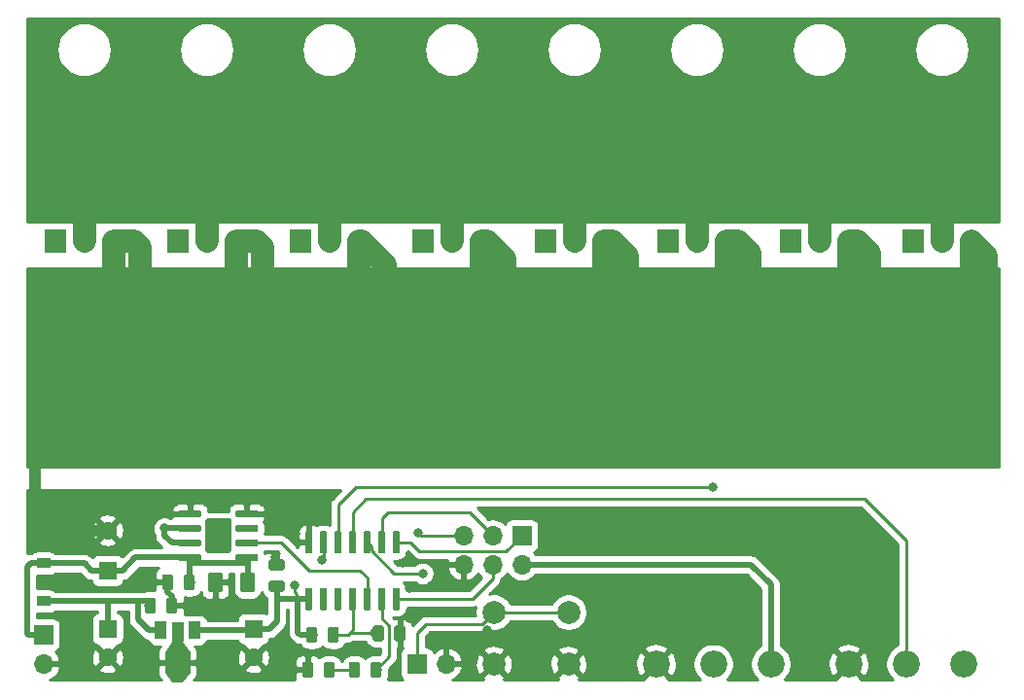
<source format=gbr>
G04 #@! TF.GenerationSoftware,KiCad,Pcbnew,5.1.4-e60b266~84~ubuntu18.04.1*
G04 #@! TF.CreationDate,2019-09-18T22:30:48+03:00*
G04 #@! TF.ProjectId,spotweld,73706f74-7765-46c6-942e-6b696361645f,rev?*
G04 #@! TF.SameCoordinates,Original*
G04 #@! TF.FileFunction,Copper,L1,Top*
G04 #@! TF.FilePolarity,Positive*
%FSLAX46Y46*%
G04 Gerber Fmt 4.6, Leading zero omitted, Abs format (unit mm)*
G04 Created by KiCad (PCBNEW 5.1.4-e60b266~84~ubuntu18.04.1) date 2019-09-18 22:30:48*
%MOMM*%
%LPD*%
G04 APERTURE LIST*
%ADD10O,1.905000X2.000000*%
%ADD11R,1.905000X2.000000*%
%ADD12C,0.100000*%
%ADD13C,0.975000*%
%ADD14C,1.000000*%
%ADD15R,2.200000X1.840000*%
%ADD16R,1.000000X1.500000*%
%ADD17R,1.000000X1.800000*%
%ADD18C,0.850000*%
%ADD19C,0.600000*%
%ADD20C,2.290000*%
%ADD21C,2.000000*%
%ADD22C,2.340000*%
%ADD23O,1.700000X1.700000*%
%ADD24R,1.700000X1.700000*%
%ADD25R,1.200000X0.900000*%
%ADD26C,1.600000*%
%ADD27R,1.600000X1.600000*%
%ADD28C,1.250000*%
%ADD29C,8.000000*%
%ADD30C,0.800000*%
%ADD31C,2.000000*%
%ADD32C,1.000000*%
%ADD33C,0.500000*%
%ADD34C,0.250000*%
%ADD35C,0.254000*%
G04 APERTURE END LIST*
D10*
X186944000Y-82804000D03*
X184404000Y-82804000D03*
D11*
X181864000Y-82804000D03*
D10*
X176276000Y-82804000D03*
X173736000Y-82804000D03*
D11*
X171196000Y-82804000D03*
X160528000Y-82804000D03*
D10*
X163068000Y-82804000D03*
X165608000Y-82804000D03*
X154940000Y-82804000D03*
X152400000Y-82804000D03*
D11*
X149860000Y-82804000D03*
D10*
X144272000Y-82804000D03*
X141732000Y-82804000D03*
D11*
X139192000Y-82804000D03*
X128524000Y-82804000D03*
D10*
X131064000Y-82804000D03*
X133604000Y-82804000D03*
X122936000Y-82804000D03*
X120396000Y-82804000D03*
D11*
X117856000Y-82804000D03*
X107188000Y-82804000D03*
D10*
X109728000Y-82804000D03*
X112268000Y-82804000D03*
D12*
G36*
X137476142Y-116268174D02*
G01*
X137499803Y-116271684D01*
X137523007Y-116277496D01*
X137545529Y-116285554D01*
X137567153Y-116295782D01*
X137587670Y-116308079D01*
X137606883Y-116322329D01*
X137624607Y-116338393D01*
X137640671Y-116356117D01*
X137654921Y-116375330D01*
X137667218Y-116395847D01*
X137677446Y-116417471D01*
X137685504Y-116439993D01*
X137691316Y-116463197D01*
X137694826Y-116486858D01*
X137696000Y-116510750D01*
X137696000Y-117423250D01*
X137694826Y-117447142D01*
X137691316Y-117470803D01*
X137685504Y-117494007D01*
X137677446Y-117516529D01*
X137667218Y-117538153D01*
X137654921Y-117558670D01*
X137640671Y-117577883D01*
X137624607Y-117595607D01*
X137606883Y-117611671D01*
X137587670Y-117625921D01*
X137567153Y-117638218D01*
X137545529Y-117648446D01*
X137523007Y-117656504D01*
X137499803Y-117662316D01*
X137476142Y-117665826D01*
X137452250Y-117667000D01*
X136964750Y-117667000D01*
X136940858Y-117665826D01*
X136917197Y-117662316D01*
X136893993Y-117656504D01*
X136871471Y-117648446D01*
X136849847Y-117638218D01*
X136829330Y-117625921D01*
X136810117Y-117611671D01*
X136792393Y-117595607D01*
X136776329Y-117577883D01*
X136762079Y-117558670D01*
X136749782Y-117538153D01*
X136739554Y-117516529D01*
X136731496Y-117494007D01*
X136725684Y-117470803D01*
X136722174Y-117447142D01*
X136721000Y-117423250D01*
X136721000Y-116510750D01*
X136722174Y-116486858D01*
X136725684Y-116463197D01*
X136731496Y-116439993D01*
X136739554Y-116417471D01*
X136749782Y-116395847D01*
X136762079Y-116375330D01*
X136776329Y-116356117D01*
X136792393Y-116338393D01*
X136810117Y-116322329D01*
X136829330Y-116308079D01*
X136849847Y-116295782D01*
X136871471Y-116285554D01*
X136893993Y-116277496D01*
X136917197Y-116271684D01*
X136940858Y-116268174D01*
X136964750Y-116267000D01*
X137452250Y-116267000D01*
X137476142Y-116268174D01*
X137476142Y-116268174D01*
G37*
D13*
X137208500Y-116967000D03*
D12*
G36*
X135601142Y-116268174D02*
G01*
X135624803Y-116271684D01*
X135648007Y-116277496D01*
X135670529Y-116285554D01*
X135692153Y-116295782D01*
X135712670Y-116308079D01*
X135731883Y-116322329D01*
X135749607Y-116338393D01*
X135765671Y-116356117D01*
X135779921Y-116375330D01*
X135792218Y-116395847D01*
X135802446Y-116417471D01*
X135810504Y-116439993D01*
X135816316Y-116463197D01*
X135819826Y-116486858D01*
X135821000Y-116510750D01*
X135821000Y-117423250D01*
X135819826Y-117447142D01*
X135816316Y-117470803D01*
X135810504Y-117494007D01*
X135802446Y-117516529D01*
X135792218Y-117538153D01*
X135779921Y-117558670D01*
X135765671Y-117577883D01*
X135749607Y-117595607D01*
X135731883Y-117611671D01*
X135712670Y-117625921D01*
X135692153Y-117638218D01*
X135670529Y-117648446D01*
X135648007Y-117656504D01*
X135624803Y-117662316D01*
X135601142Y-117665826D01*
X135577250Y-117667000D01*
X135089750Y-117667000D01*
X135065858Y-117665826D01*
X135042197Y-117662316D01*
X135018993Y-117656504D01*
X134996471Y-117648446D01*
X134974847Y-117638218D01*
X134954330Y-117625921D01*
X134935117Y-117611671D01*
X134917393Y-117595607D01*
X134901329Y-117577883D01*
X134887079Y-117558670D01*
X134874782Y-117538153D01*
X134864554Y-117516529D01*
X134856496Y-117494007D01*
X134850684Y-117470803D01*
X134847174Y-117447142D01*
X134846000Y-117423250D01*
X134846000Y-116510750D01*
X134847174Y-116486858D01*
X134850684Y-116463197D01*
X134856496Y-116439993D01*
X134864554Y-116417471D01*
X134874782Y-116395847D01*
X134887079Y-116375330D01*
X134901329Y-116356117D01*
X134917393Y-116338393D01*
X134935117Y-116322329D01*
X134954330Y-116308079D01*
X134974847Y-116295782D01*
X134996471Y-116285554D01*
X135018993Y-116277496D01*
X135042197Y-116271684D01*
X135065858Y-116268174D01*
X135089750Y-116267000D01*
X135577250Y-116267000D01*
X135601142Y-116268174D01*
X135601142Y-116268174D01*
G37*
D13*
X135333500Y-116967000D03*
D14*
X117856000Y-118110000D03*
D12*
G36*
X116756000Y-118610000D02*
G01*
X117456000Y-117610000D01*
X118256000Y-117610000D01*
X118956000Y-118610000D01*
X116756000Y-118610000D01*
X116756000Y-118610000D01*
G37*
D15*
X117856000Y-119519700D03*
D16*
X116356000Y-116706200D03*
D17*
X117856000Y-116852700D03*
D16*
X119356000Y-116706200D03*
D18*
X117856000Y-120853200D03*
D12*
G36*
X118956000Y-120428200D02*
G01*
X118356000Y-121278200D01*
X117356000Y-121278200D01*
X116756000Y-120428200D01*
X118956000Y-120428200D01*
X118956000Y-120428200D01*
G37*
G36*
X119776703Y-110063722D02*
G01*
X119791264Y-110065882D01*
X119805543Y-110069459D01*
X119819403Y-110074418D01*
X119832710Y-110080712D01*
X119845336Y-110088280D01*
X119857159Y-110097048D01*
X119868066Y-110106934D01*
X119877952Y-110117841D01*
X119886720Y-110129664D01*
X119894288Y-110142290D01*
X119900582Y-110155597D01*
X119905541Y-110169457D01*
X119909118Y-110183736D01*
X119911278Y-110198297D01*
X119912000Y-110213000D01*
X119912000Y-110513000D01*
X119911278Y-110527703D01*
X119909118Y-110542264D01*
X119905541Y-110556543D01*
X119900582Y-110570403D01*
X119894288Y-110583710D01*
X119886720Y-110596336D01*
X119877952Y-110608159D01*
X119868066Y-110619066D01*
X119857159Y-110628952D01*
X119845336Y-110637720D01*
X119832710Y-110645288D01*
X119819403Y-110651582D01*
X119805543Y-110656541D01*
X119791264Y-110660118D01*
X119776703Y-110662278D01*
X119762000Y-110663000D01*
X118112000Y-110663000D01*
X118097297Y-110662278D01*
X118082736Y-110660118D01*
X118068457Y-110656541D01*
X118054597Y-110651582D01*
X118041290Y-110645288D01*
X118028664Y-110637720D01*
X118016841Y-110628952D01*
X118005934Y-110619066D01*
X117996048Y-110608159D01*
X117987280Y-110596336D01*
X117979712Y-110583710D01*
X117973418Y-110570403D01*
X117968459Y-110556543D01*
X117964882Y-110542264D01*
X117962722Y-110527703D01*
X117962000Y-110513000D01*
X117962000Y-110213000D01*
X117962722Y-110198297D01*
X117964882Y-110183736D01*
X117968459Y-110169457D01*
X117973418Y-110155597D01*
X117979712Y-110142290D01*
X117987280Y-110129664D01*
X117996048Y-110117841D01*
X118005934Y-110106934D01*
X118016841Y-110097048D01*
X118028664Y-110088280D01*
X118041290Y-110080712D01*
X118054597Y-110074418D01*
X118068457Y-110069459D01*
X118082736Y-110065882D01*
X118097297Y-110063722D01*
X118112000Y-110063000D01*
X119762000Y-110063000D01*
X119776703Y-110063722D01*
X119776703Y-110063722D01*
G37*
D19*
X118937000Y-110363000D03*
D12*
G36*
X119776703Y-108793722D02*
G01*
X119791264Y-108795882D01*
X119805543Y-108799459D01*
X119819403Y-108804418D01*
X119832710Y-108810712D01*
X119845336Y-108818280D01*
X119857159Y-108827048D01*
X119868066Y-108836934D01*
X119877952Y-108847841D01*
X119886720Y-108859664D01*
X119894288Y-108872290D01*
X119900582Y-108885597D01*
X119905541Y-108899457D01*
X119909118Y-108913736D01*
X119911278Y-108928297D01*
X119912000Y-108943000D01*
X119912000Y-109243000D01*
X119911278Y-109257703D01*
X119909118Y-109272264D01*
X119905541Y-109286543D01*
X119900582Y-109300403D01*
X119894288Y-109313710D01*
X119886720Y-109326336D01*
X119877952Y-109338159D01*
X119868066Y-109349066D01*
X119857159Y-109358952D01*
X119845336Y-109367720D01*
X119832710Y-109375288D01*
X119819403Y-109381582D01*
X119805543Y-109386541D01*
X119791264Y-109390118D01*
X119776703Y-109392278D01*
X119762000Y-109393000D01*
X118112000Y-109393000D01*
X118097297Y-109392278D01*
X118082736Y-109390118D01*
X118068457Y-109386541D01*
X118054597Y-109381582D01*
X118041290Y-109375288D01*
X118028664Y-109367720D01*
X118016841Y-109358952D01*
X118005934Y-109349066D01*
X117996048Y-109338159D01*
X117987280Y-109326336D01*
X117979712Y-109313710D01*
X117973418Y-109300403D01*
X117968459Y-109286543D01*
X117964882Y-109272264D01*
X117962722Y-109257703D01*
X117962000Y-109243000D01*
X117962000Y-108943000D01*
X117962722Y-108928297D01*
X117964882Y-108913736D01*
X117968459Y-108899457D01*
X117973418Y-108885597D01*
X117979712Y-108872290D01*
X117987280Y-108859664D01*
X117996048Y-108847841D01*
X118005934Y-108836934D01*
X118016841Y-108827048D01*
X118028664Y-108818280D01*
X118041290Y-108810712D01*
X118054597Y-108804418D01*
X118068457Y-108799459D01*
X118082736Y-108795882D01*
X118097297Y-108793722D01*
X118112000Y-108793000D01*
X119762000Y-108793000D01*
X119776703Y-108793722D01*
X119776703Y-108793722D01*
G37*
D19*
X118937000Y-109093000D03*
D12*
G36*
X119776703Y-107523722D02*
G01*
X119791264Y-107525882D01*
X119805543Y-107529459D01*
X119819403Y-107534418D01*
X119832710Y-107540712D01*
X119845336Y-107548280D01*
X119857159Y-107557048D01*
X119868066Y-107566934D01*
X119877952Y-107577841D01*
X119886720Y-107589664D01*
X119894288Y-107602290D01*
X119900582Y-107615597D01*
X119905541Y-107629457D01*
X119909118Y-107643736D01*
X119911278Y-107658297D01*
X119912000Y-107673000D01*
X119912000Y-107973000D01*
X119911278Y-107987703D01*
X119909118Y-108002264D01*
X119905541Y-108016543D01*
X119900582Y-108030403D01*
X119894288Y-108043710D01*
X119886720Y-108056336D01*
X119877952Y-108068159D01*
X119868066Y-108079066D01*
X119857159Y-108088952D01*
X119845336Y-108097720D01*
X119832710Y-108105288D01*
X119819403Y-108111582D01*
X119805543Y-108116541D01*
X119791264Y-108120118D01*
X119776703Y-108122278D01*
X119762000Y-108123000D01*
X118112000Y-108123000D01*
X118097297Y-108122278D01*
X118082736Y-108120118D01*
X118068457Y-108116541D01*
X118054597Y-108111582D01*
X118041290Y-108105288D01*
X118028664Y-108097720D01*
X118016841Y-108088952D01*
X118005934Y-108079066D01*
X117996048Y-108068159D01*
X117987280Y-108056336D01*
X117979712Y-108043710D01*
X117973418Y-108030403D01*
X117968459Y-108016543D01*
X117964882Y-108002264D01*
X117962722Y-107987703D01*
X117962000Y-107973000D01*
X117962000Y-107673000D01*
X117962722Y-107658297D01*
X117964882Y-107643736D01*
X117968459Y-107629457D01*
X117973418Y-107615597D01*
X117979712Y-107602290D01*
X117987280Y-107589664D01*
X117996048Y-107577841D01*
X118005934Y-107566934D01*
X118016841Y-107557048D01*
X118028664Y-107548280D01*
X118041290Y-107540712D01*
X118054597Y-107534418D01*
X118068457Y-107529459D01*
X118082736Y-107525882D01*
X118097297Y-107523722D01*
X118112000Y-107523000D01*
X119762000Y-107523000D01*
X119776703Y-107523722D01*
X119776703Y-107523722D01*
G37*
D19*
X118937000Y-107823000D03*
D12*
G36*
X119776703Y-106253722D02*
G01*
X119791264Y-106255882D01*
X119805543Y-106259459D01*
X119819403Y-106264418D01*
X119832710Y-106270712D01*
X119845336Y-106278280D01*
X119857159Y-106287048D01*
X119868066Y-106296934D01*
X119877952Y-106307841D01*
X119886720Y-106319664D01*
X119894288Y-106332290D01*
X119900582Y-106345597D01*
X119905541Y-106359457D01*
X119909118Y-106373736D01*
X119911278Y-106388297D01*
X119912000Y-106403000D01*
X119912000Y-106703000D01*
X119911278Y-106717703D01*
X119909118Y-106732264D01*
X119905541Y-106746543D01*
X119900582Y-106760403D01*
X119894288Y-106773710D01*
X119886720Y-106786336D01*
X119877952Y-106798159D01*
X119868066Y-106809066D01*
X119857159Y-106818952D01*
X119845336Y-106827720D01*
X119832710Y-106835288D01*
X119819403Y-106841582D01*
X119805543Y-106846541D01*
X119791264Y-106850118D01*
X119776703Y-106852278D01*
X119762000Y-106853000D01*
X118112000Y-106853000D01*
X118097297Y-106852278D01*
X118082736Y-106850118D01*
X118068457Y-106846541D01*
X118054597Y-106841582D01*
X118041290Y-106835288D01*
X118028664Y-106827720D01*
X118016841Y-106818952D01*
X118005934Y-106809066D01*
X117996048Y-106798159D01*
X117987280Y-106786336D01*
X117979712Y-106773710D01*
X117973418Y-106760403D01*
X117968459Y-106746543D01*
X117964882Y-106732264D01*
X117962722Y-106717703D01*
X117962000Y-106703000D01*
X117962000Y-106403000D01*
X117962722Y-106388297D01*
X117964882Y-106373736D01*
X117968459Y-106359457D01*
X117973418Y-106345597D01*
X117979712Y-106332290D01*
X117987280Y-106319664D01*
X117996048Y-106307841D01*
X118005934Y-106296934D01*
X118016841Y-106287048D01*
X118028664Y-106278280D01*
X118041290Y-106270712D01*
X118054597Y-106264418D01*
X118068457Y-106259459D01*
X118082736Y-106255882D01*
X118097297Y-106253722D01*
X118112000Y-106253000D01*
X119762000Y-106253000D01*
X119776703Y-106253722D01*
X119776703Y-106253722D01*
G37*
D19*
X118937000Y-106553000D03*
D12*
G36*
X124726703Y-106253722D02*
G01*
X124741264Y-106255882D01*
X124755543Y-106259459D01*
X124769403Y-106264418D01*
X124782710Y-106270712D01*
X124795336Y-106278280D01*
X124807159Y-106287048D01*
X124818066Y-106296934D01*
X124827952Y-106307841D01*
X124836720Y-106319664D01*
X124844288Y-106332290D01*
X124850582Y-106345597D01*
X124855541Y-106359457D01*
X124859118Y-106373736D01*
X124861278Y-106388297D01*
X124862000Y-106403000D01*
X124862000Y-106703000D01*
X124861278Y-106717703D01*
X124859118Y-106732264D01*
X124855541Y-106746543D01*
X124850582Y-106760403D01*
X124844288Y-106773710D01*
X124836720Y-106786336D01*
X124827952Y-106798159D01*
X124818066Y-106809066D01*
X124807159Y-106818952D01*
X124795336Y-106827720D01*
X124782710Y-106835288D01*
X124769403Y-106841582D01*
X124755543Y-106846541D01*
X124741264Y-106850118D01*
X124726703Y-106852278D01*
X124712000Y-106853000D01*
X123062000Y-106853000D01*
X123047297Y-106852278D01*
X123032736Y-106850118D01*
X123018457Y-106846541D01*
X123004597Y-106841582D01*
X122991290Y-106835288D01*
X122978664Y-106827720D01*
X122966841Y-106818952D01*
X122955934Y-106809066D01*
X122946048Y-106798159D01*
X122937280Y-106786336D01*
X122929712Y-106773710D01*
X122923418Y-106760403D01*
X122918459Y-106746543D01*
X122914882Y-106732264D01*
X122912722Y-106717703D01*
X122912000Y-106703000D01*
X122912000Y-106403000D01*
X122912722Y-106388297D01*
X122914882Y-106373736D01*
X122918459Y-106359457D01*
X122923418Y-106345597D01*
X122929712Y-106332290D01*
X122937280Y-106319664D01*
X122946048Y-106307841D01*
X122955934Y-106296934D01*
X122966841Y-106287048D01*
X122978664Y-106278280D01*
X122991290Y-106270712D01*
X123004597Y-106264418D01*
X123018457Y-106259459D01*
X123032736Y-106255882D01*
X123047297Y-106253722D01*
X123062000Y-106253000D01*
X124712000Y-106253000D01*
X124726703Y-106253722D01*
X124726703Y-106253722D01*
G37*
D19*
X123887000Y-106553000D03*
D12*
G36*
X124726703Y-107523722D02*
G01*
X124741264Y-107525882D01*
X124755543Y-107529459D01*
X124769403Y-107534418D01*
X124782710Y-107540712D01*
X124795336Y-107548280D01*
X124807159Y-107557048D01*
X124818066Y-107566934D01*
X124827952Y-107577841D01*
X124836720Y-107589664D01*
X124844288Y-107602290D01*
X124850582Y-107615597D01*
X124855541Y-107629457D01*
X124859118Y-107643736D01*
X124861278Y-107658297D01*
X124862000Y-107673000D01*
X124862000Y-107973000D01*
X124861278Y-107987703D01*
X124859118Y-108002264D01*
X124855541Y-108016543D01*
X124850582Y-108030403D01*
X124844288Y-108043710D01*
X124836720Y-108056336D01*
X124827952Y-108068159D01*
X124818066Y-108079066D01*
X124807159Y-108088952D01*
X124795336Y-108097720D01*
X124782710Y-108105288D01*
X124769403Y-108111582D01*
X124755543Y-108116541D01*
X124741264Y-108120118D01*
X124726703Y-108122278D01*
X124712000Y-108123000D01*
X123062000Y-108123000D01*
X123047297Y-108122278D01*
X123032736Y-108120118D01*
X123018457Y-108116541D01*
X123004597Y-108111582D01*
X122991290Y-108105288D01*
X122978664Y-108097720D01*
X122966841Y-108088952D01*
X122955934Y-108079066D01*
X122946048Y-108068159D01*
X122937280Y-108056336D01*
X122929712Y-108043710D01*
X122923418Y-108030403D01*
X122918459Y-108016543D01*
X122914882Y-108002264D01*
X122912722Y-107987703D01*
X122912000Y-107973000D01*
X122912000Y-107673000D01*
X122912722Y-107658297D01*
X122914882Y-107643736D01*
X122918459Y-107629457D01*
X122923418Y-107615597D01*
X122929712Y-107602290D01*
X122937280Y-107589664D01*
X122946048Y-107577841D01*
X122955934Y-107566934D01*
X122966841Y-107557048D01*
X122978664Y-107548280D01*
X122991290Y-107540712D01*
X123004597Y-107534418D01*
X123018457Y-107529459D01*
X123032736Y-107525882D01*
X123047297Y-107523722D01*
X123062000Y-107523000D01*
X124712000Y-107523000D01*
X124726703Y-107523722D01*
X124726703Y-107523722D01*
G37*
D19*
X123887000Y-107823000D03*
D12*
G36*
X124726703Y-108793722D02*
G01*
X124741264Y-108795882D01*
X124755543Y-108799459D01*
X124769403Y-108804418D01*
X124782710Y-108810712D01*
X124795336Y-108818280D01*
X124807159Y-108827048D01*
X124818066Y-108836934D01*
X124827952Y-108847841D01*
X124836720Y-108859664D01*
X124844288Y-108872290D01*
X124850582Y-108885597D01*
X124855541Y-108899457D01*
X124859118Y-108913736D01*
X124861278Y-108928297D01*
X124862000Y-108943000D01*
X124862000Y-109243000D01*
X124861278Y-109257703D01*
X124859118Y-109272264D01*
X124855541Y-109286543D01*
X124850582Y-109300403D01*
X124844288Y-109313710D01*
X124836720Y-109326336D01*
X124827952Y-109338159D01*
X124818066Y-109349066D01*
X124807159Y-109358952D01*
X124795336Y-109367720D01*
X124782710Y-109375288D01*
X124769403Y-109381582D01*
X124755543Y-109386541D01*
X124741264Y-109390118D01*
X124726703Y-109392278D01*
X124712000Y-109393000D01*
X123062000Y-109393000D01*
X123047297Y-109392278D01*
X123032736Y-109390118D01*
X123018457Y-109386541D01*
X123004597Y-109381582D01*
X122991290Y-109375288D01*
X122978664Y-109367720D01*
X122966841Y-109358952D01*
X122955934Y-109349066D01*
X122946048Y-109338159D01*
X122937280Y-109326336D01*
X122929712Y-109313710D01*
X122923418Y-109300403D01*
X122918459Y-109286543D01*
X122914882Y-109272264D01*
X122912722Y-109257703D01*
X122912000Y-109243000D01*
X122912000Y-108943000D01*
X122912722Y-108928297D01*
X122914882Y-108913736D01*
X122918459Y-108899457D01*
X122923418Y-108885597D01*
X122929712Y-108872290D01*
X122937280Y-108859664D01*
X122946048Y-108847841D01*
X122955934Y-108836934D01*
X122966841Y-108827048D01*
X122978664Y-108818280D01*
X122991290Y-108810712D01*
X123004597Y-108804418D01*
X123018457Y-108799459D01*
X123032736Y-108795882D01*
X123047297Y-108793722D01*
X123062000Y-108793000D01*
X124712000Y-108793000D01*
X124726703Y-108793722D01*
X124726703Y-108793722D01*
G37*
D19*
X123887000Y-109093000D03*
D12*
G36*
X124726703Y-110063722D02*
G01*
X124741264Y-110065882D01*
X124755543Y-110069459D01*
X124769403Y-110074418D01*
X124782710Y-110080712D01*
X124795336Y-110088280D01*
X124807159Y-110097048D01*
X124818066Y-110106934D01*
X124827952Y-110117841D01*
X124836720Y-110129664D01*
X124844288Y-110142290D01*
X124850582Y-110155597D01*
X124855541Y-110169457D01*
X124859118Y-110183736D01*
X124861278Y-110198297D01*
X124862000Y-110213000D01*
X124862000Y-110513000D01*
X124861278Y-110527703D01*
X124859118Y-110542264D01*
X124855541Y-110556543D01*
X124850582Y-110570403D01*
X124844288Y-110583710D01*
X124836720Y-110596336D01*
X124827952Y-110608159D01*
X124818066Y-110619066D01*
X124807159Y-110628952D01*
X124795336Y-110637720D01*
X124782710Y-110645288D01*
X124769403Y-110651582D01*
X124755543Y-110656541D01*
X124741264Y-110660118D01*
X124726703Y-110662278D01*
X124712000Y-110663000D01*
X123062000Y-110663000D01*
X123047297Y-110662278D01*
X123032736Y-110660118D01*
X123018457Y-110656541D01*
X123004597Y-110651582D01*
X122991290Y-110645288D01*
X122978664Y-110637720D01*
X122966841Y-110628952D01*
X122955934Y-110619066D01*
X122946048Y-110608159D01*
X122937280Y-110596336D01*
X122929712Y-110583710D01*
X122923418Y-110570403D01*
X122918459Y-110556543D01*
X122914882Y-110542264D01*
X122912722Y-110527703D01*
X122912000Y-110513000D01*
X122912000Y-110213000D01*
X122912722Y-110198297D01*
X122914882Y-110183736D01*
X122918459Y-110169457D01*
X122923418Y-110155597D01*
X122929712Y-110142290D01*
X122937280Y-110129664D01*
X122946048Y-110117841D01*
X122955934Y-110106934D01*
X122966841Y-110097048D01*
X122978664Y-110088280D01*
X122991290Y-110080712D01*
X123004597Y-110074418D01*
X123018457Y-110069459D01*
X123032736Y-110065882D01*
X123047297Y-110063722D01*
X123062000Y-110063000D01*
X124712000Y-110063000D01*
X124726703Y-110063722D01*
X124726703Y-110063722D01*
G37*
D19*
X123887000Y-110363000D03*
D12*
G36*
X122331505Y-106959204D02*
G01*
X122355773Y-106962804D01*
X122379572Y-106968765D01*
X122402671Y-106977030D01*
X122424850Y-106987520D01*
X122445893Y-107000132D01*
X122465599Y-107014747D01*
X122483777Y-107031223D01*
X122500253Y-107049401D01*
X122514868Y-107069107D01*
X122527480Y-107090150D01*
X122537970Y-107112329D01*
X122546235Y-107135428D01*
X122552196Y-107159227D01*
X122555796Y-107183495D01*
X122557000Y-107207999D01*
X122557000Y-109708001D01*
X122555796Y-109732505D01*
X122552196Y-109756773D01*
X122546235Y-109780572D01*
X122537970Y-109803671D01*
X122527480Y-109825850D01*
X122514868Y-109846893D01*
X122500253Y-109866599D01*
X122483777Y-109884777D01*
X122465599Y-109901253D01*
X122445893Y-109915868D01*
X122424850Y-109928480D01*
X122402671Y-109938970D01*
X122379572Y-109947235D01*
X122355773Y-109953196D01*
X122331505Y-109956796D01*
X122307001Y-109958000D01*
X120516999Y-109958000D01*
X120492495Y-109956796D01*
X120468227Y-109953196D01*
X120444428Y-109947235D01*
X120421329Y-109938970D01*
X120399150Y-109928480D01*
X120378107Y-109915868D01*
X120358401Y-109901253D01*
X120340223Y-109884777D01*
X120323747Y-109866599D01*
X120309132Y-109846893D01*
X120296520Y-109825850D01*
X120286030Y-109803671D01*
X120277765Y-109780572D01*
X120271804Y-109756773D01*
X120268204Y-109732505D01*
X120267000Y-109708001D01*
X120267000Y-107207999D01*
X120268204Y-107183495D01*
X120271804Y-107159227D01*
X120277765Y-107135428D01*
X120286030Y-107112329D01*
X120296520Y-107090150D01*
X120309132Y-107069107D01*
X120323747Y-107049401D01*
X120340223Y-107031223D01*
X120358401Y-107014747D01*
X120378107Y-107000132D01*
X120399150Y-106987520D01*
X120421329Y-106977030D01*
X120444428Y-106968765D01*
X120468227Y-106962804D01*
X120492495Y-106959204D01*
X120516999Y-106958000D01*
X122307001Y-106958000D01*
X122331505Y-106959204D01*
X122331505Y-106959204D01*
G37*
D20*
X121412000Y-108458000D03*
D12*
G36*
X129450703Y-108056722D02*
G01*
X129465264Y-108058882D01*
X129479543Y-108062459D01*
X129493403Y-108067418D01*
X129506710Y-108073712D01*
X129519336Y-108081280D01*
X129531159Y-108090048D01*
X129542066Y-108099934D01*
X129551952Y-108110841D01*
X129560720Y-108122664D01*
X129568288Y-108135290D01*
X129574582Y-108148597D01*
X129579541Y-108162457D01*
X129583118Y-108176736D01*
X129585278Y-108191297D01*
X129586000Y-108206000D01*
X129586000Y-109856000D01*
X129585278Y-109870703D01*
X129583118Y-109885264D01*
X129579541Y-109899543D01*
X129574582Y-109913403D01*
X129568288Y-109926710D01*
X129560720Y-109939336D01*
X129551952Y-109951159D01*
X129542066Y-109962066D01*
X129531159Y-109971952D01*
X129519336Y-109980720D01*
X129506710Y-109988288D01*
X129493403Y-109994582D01*
X129479543Y-109999541D01*
X129465264Y-110003118D01*
X129450703Y-110005278D01*
X129436000Y-110006000D01*
X129136000Y-110006000D01*
X129121297Y-110005278D01*
X129106736Y-110003118D01*
X129092457Y-109999541D01*
X129078597Y-109994582D01*
X129065290Y-109988288D01*
X129052664Y-109980720D01*
X129040841Y-109971952D01*
X129029934Y-109962066D01*
X129020048Y-109951159D01*
X129011280Y-109939336D01*
X129003712Y-109926710D01*
X128997418Y-109913403D01*
X128992459Y-109899543D01*
X128988882Y-109885264D01*
X128986722Y-109870703D01*
X128986000Y-109856000D01*
X128986000Y-108206000D01*
X128986722Y-108191297D01*
X128988882Y-108176736D01*
X128992459Y-108162457D01*
X128997418Y-108148597D01*
X129003712Y-108135290D01*
X129011280Y-108122664D01*
X129020048Y-108110841D01*
X129029934Y-108099934D01*
X129040841Y-108090048D01*
X129052664Y-108081280D01*
X129065290Y-108073712D01*
X129078597Y-108067418D01*
X129092457Y-108062459D01*
X129106736Y-108058882D01*
X129121297Y-108056722D01*
X129136000Y-108056000D01*
X129436000Y-108056000D01*
X129450703Y-108056722D01*
X129450703Y-108056722D01*
G37*
D19*
X129286000Y-109031000D03*
D12*
G36*
X130720703Y-108056722D02*
G01*
X130735264Y-108058882D01*
X130749543Y-108062459D01*
X130763403Y-108067418D01*
X130776710Y-108073712D01*
X130789336Y-108081280D01*
X130801159Y-108090048D01*
X130812066Y-108099934D01*
X130821952Y-108110841D01*
X130830720Y-108122664D01*
X130838288Y-108135290D01*
X130844582Y-108148597D01*
X130849541Y-108162457D01*
X130853118Y-108176736D01*
X130855278Y-108191297D01*
X130856000Y-108206000D01*
X130856000Y-109856000D01*
X130855278Y-109870703D01*
X130853118Y-109885264D01*
X130849541Y-109899543D01*
X130844582Y-109913403D01*
X130838288Y-109926710D01*
X130830720Y-109939336D01*
X130821952Y-109951159D01*
X130812066Y-109962066D01*
X130801159Y-109971952D01*
X130789336Y-109980720D01*
X130776710Y-109988288D01*
X130763403Y-109994582D01*
X130749543Y-109999541D01*
X130735264Y-110003118D01*
X130720703Y-110005278D01*
X130706000Y-110006000D01*
X130406000Y-110006000D01*
X130391297Y-110005278D01*
X130376736Y-110003118D01*
X130362457Y-109999541D01*
X130348597Y-109994582D01*
X130335290Y-109988288D01*
X130322664Y-109980720D01*
X130310841Y-109971952D01*
X130299934Y-109962066D01*
X130290048Y-109951159D01*
X130281280Y-109939336D01*
X130273712Y-109926710D01*
X130267418Y-109913403D01*
X130262459Y-109899543D01*
X130258882Y-109885264D01*
X130256722Y-109870703D01*
X130256000Y-109856000D01*
X130256000Y-108206000D01*
X130256722Y-108191297D01*
X130258882Y-108176736D01*
X130262459Y-108162457D01*
X130267418Y-108148597D01*
X130273712Y-108135290D01*
X130281280Y-108122664D01*
X130290048Y-108110841D01*
X130299934Y-108099934D01*
X130310841Y-108090048D01*
X130322664Y-108081280D01*
X130335290Y-108073712D01*
X130348597Y-108067418D01*
X130362457Y-108062459D01*
X130376736Y-108058882D01*
X130391297Y-108056722D01*
X130406000Y-108056000D01*
X130706000Y-108056000D01*
X130720703Y-108056722D01*
X130720703Y-108056722D01*
G37*
D19*
X130556000Y-109031000D03*
D12*
G36*
X131990703Y-108056722D02*
G01*
X132005264Y-108058882D01*
X132019543Y-108062459D01*
X132033403Y-108067418D01*
X132046710Y-108073712D01*
X132059336Y-108081280D01*
X132071159Y-108090048D01*
X132082066Y-108099934D01*
X132091952Y-108110841D01*
X132100720Y-108122664D01*
X132108288Y-108135290D01*
X132114582Y-108148597D01*
X132119541Y-108162457D01*
X132123118Y-108176736D01*
X132125278Y-108191297D01*
X132126000Y-108206000D01*
X132126000Y-109856000D01*
X132125278Y-109870703D01*
X132123118Y-109885264D01*
X132119541Y-109899543D01*
X132114582Y-109913403D01*
X132108288Y-109926710D01*
X132100720Y-109939336D01*
X132091952Y-109951159D01*
X132082066Y-109962066D01*
X132071159Y-109971952D01*
X132059336Y-109980720D01*
X132046710Y-109988288D01*
X132033403Y-109994582D01*
X132019543Y-109999541D01*
X132005264Y-110003118D01*
X131990703Y-110005278D01*
X131976000Y-110006000D01*
X131676000Y-110006000D01*
X131661297Y-110005278D01*
X131646736Y-110003118D01*
X131632457Y-109999541D01*
X131618597Y-109994582D01*
X131605290Y-109988288D01*
X131592664Y-109980720D01*
X131580841Y-109971952D01*
X131569934Y-109962066D01*
X131560048Y-109951159D01*
X131551280Y-109939336D01*
X131543712Y-109926710D01*
X131537418Y-109913403D01*
X131532459Y-109899543D01*
X131528882Y-109885264D01*
X131526722Y-109870703D01*
X131526000Y-109856000D01*
X131526000Y-108206000D01*
X131526722Y-108191297D01*
X131528882Y-108176736D01*
X131532459Y-108162457D01*
X131537418Y-108148597D01*
X131543712Y-108135290D01*
X131551280Y-108122664D01*
X131560048Y-108110841D01*
X131569934Y-108099934D01*
X131580841Y-108090048D01*
X131592664Y-108081280D01*
X131605290Y-108073712D01*
X131618597Y-108067418D01*
X131632457Y-108062459D01*
X131646736Y-108058882D01*
X131661297Y-108056722D01*
X131676000Y-108056000D01*
X131976000Y-108056000D01*
X131990703Y-108056722D01*
X131990703Y-108056722D01*
G37*
D19*
X131826000Y-109031000D03*
D12*
G36*
X133260703Y-108056722D02*
G01*
X133275264Y-108058882D01*
X133289543Y-108062459D01*
X133303403Y-108067418D01*
X133316710Y-108073712D01*
X133329336Y-108081280D01*
X133341159Y-108090048D01*
X133352066Y-108099934D01*
X133361952Y-108110841D01*
X133370720Y-108122664D01*
X133378288Y-108135290D01*
X133384582Y-108148597D01*
X133389541Y-108162457D01*
X133393118Y-108176736D01*
X133395278Y-108191297D01*
X133396000Y-108206000D01*
X133396000Y-109856000D01*
X133395278Y-109870703D01*
X133393118Y-109885264D01*
X133389541Y-109899543D01*
X133384582Y-109913403D01*
X133378288Y-109926710D01*
X133370720Y-109939336D01*
X133361952Y-109951159D01*
X133352066Y-109962066D01*
X133341159Y-109971952D01*
X133329336Y-109980720D01*
X133316710Y-109988288D01*
X133303403Y-109994582D01*
X133289543Y-109999541D01*
X133275264Y-110003118D01*
X133260703Y-110005278D01*
X133246000Y-110006000D01*
X132946000Y-110006000D01*
X132931297Y-110005278D01*
X132916736Y-110003118D01*
X132902457Y-109999541D01*
X132888597Y-109994582D01*
X132875290Y-109988288D01*
X132862664Y-109980720D01*
X132850841Y-109971952D01*
X132839934Y-109962066D01*
X132830048Y-109951159D01*
X132821280Y-109939336D01*
X132813712Y-109926710D01*
X132807418Y-109913403D01*
X132802459Y-109899543D01*
X132798882Y-109885264D01*
X132796722Y-109870703D01*
X132796000Y-109856000D01*
X132796000Y-108206000D01*
X132796722Y-108191297D01*
X132798882Y-108176736D01*
X132802459Y-108162457D01*
X132807418Y-108148597D01*
X132813712Y-108135290D01*
X132821280Y-108122664D01*
X132830048Y-108110841D01*
X132839934Y-108099934D01*
X132850841Y-108090048D01*
X132862664Y-108081280D01*
X132875290Y-108073712D01*
X132888597Y-108067418D01*
X132902457Y-108062459D01*
X132916736Y-108058882D01*
X132931297Y-108056722D01*
X132946000Y-108056000D01*
X133246000Y-108056000D01*
X133260703Y-108056722D01*
X133260703Y-108056722D01*
G37*
D19*
X133096000Y-109031000D03*
D12*
G36*
X134530703Y-108056722D02*
G01*
X134545264Y-108058882D01*
X134559543Y-108062459D01*
X134573403Y-108067418D01*
X134586710Y-108073712D01*
X134599336Y-108081280D01*
X134611159Y-108090048D01*
X134622066Y-108099934D01*
X134631952Y-108110841D01*
X134640720Y-108122664D01*
X134648288Y-108135290D01*
X134654582Y-108148597D01*
X134659541Y-108162457D01*
X134663118Y-108176736D01*
X134665278Y-108191297D01*
X134666000Y-108206000D01*
X134666000Y-109856000D01*
X134665278Y-109870703D01*
X134663118Y-109885264D01*
X134659541Y-109899543D01*
X134654582Y-109913403D01*
X134648288Y-109926710D01*
X134640720Y-109939336D01*
X134631952Y-109951159D01*
X134622066Y-109962066D01*
X134611159Y-109971952D01*
X134599336Y-109980720D01*
X134586710Y-109988288D01*
X134573403Y-109994582D01*
X134559543Y-109999541D01*
X134545264Y-110003118D01*
X134530703Y-110005278D01*
X134516000Y-110006000D01*
X134216000Y-110006000D01*
X134201297Y-110005278D01*
X134186736Y-110003118D01*
X134172457Y-109999541D01*
X134158597Y-109994582D01*
X134145290Y-109988288D01*
X134132664Y-109980720D01*
X134120841Y-109971952D01*
X134109934Y-109962066D01*
X134100048Y-109951159D01*
X134091280Y-109939336D01*
X134083712Y-109926710D01*
X134077418Y-109913403D01*
X134072459Y-109899543D01*
X134068882Y-109885264D01*
X134066722Y-109870703D01*
X134066000Y-109856000D01*
X134066000Y-108206000D01*
X134066722Y-108191297D01*
X134068882Y-108176736D01*
X134072459Y-108162457D01*
X134077418Y-108148597D01*
X134083712Y-108135290D01*
X134091280Y-108122664D01*
X134100048Y-108110841D01*
X134109934Y-108099934D01*
X134120841Y-108090048D01*
X134132664Y-108081280D01*
X134145290Y-108073712D01*
X134158597Y-108067418D01*
X134172457Y-108062459D01*
X134186736Y-108058882D01*
X134201297Y-108056722D01*
X134216000Y-108056000D01*
X134516000Y-108056000D01*
X134530703Y-108056722D01*
X134530703Y-108056722D01*
G37*
D19*
X134366000Y-109031000D03*
D12*
G36*
X135800703Y-108056722D02*
G01*
X135815264Y-108058882D01*
X135829543Y-108062459D01*
X135843403Y-108067418D01*
X135856710Y-108073712D01*
X135869336Y-108081280D01*
X135881159Y-108090048D01*
X135892066Y-108099934D01*
X135901952Y-108110841D01*
X135910720Y-108122664D01*
X135918288Y-108135290D01*
X135924582Y-108148597D01*
X135929541Y-108162457D01*
X135933118Y-108176736D01*
X135935278Y-108191297D01*
X135936000Y-108206000D01*
X135936000Y-109856000D01*
X135935278Y-109870703D01*
X135933118Y-109885264D01*
X135929541Y-109899543D01*
X135924582Y-109913403D01*
X135918288Y-109926710D01*
X135910720Y-109939336D01*
X135901952Y-109951159D01*
X135892066Y-109962066D01*
X135881159Y-109971952D01*
X135869336Y-109980720D01*
X135856710Y-109988288D01*
X135843403Y-109994582D01*
X135829543Y-109999541D01*
X135815264Y-110003118D01*
X135800703Y-110005278D01*
X135786000Y-110006000D01*
X135486000Y-110006000D01*
X135471297Y-110005278D01*
X135456736Y-110003118D01*
X135442457Y-109999541D01*
X135428597Y-109994582D01*
X135415290Y-109988288D01*
X135402664Y-109980720D01*
X135390841Y-109971952D01*
X135379934Y-109962066D01*
X135370048Y-109951159D01*
X135361280Y-109939336D01*
X135353712Y-109926710D01*
X135347418Y-109913403D01*
X135342459Y-109899543D01*
X135338882Y-109885264D01*
X135336722Y-109870703D01*
X135336000Y-109856000D01*
X135336000Y-108206000D01*
X135336722Y-108191297D01*
X135338882Y-108176736D01*
X135342459Y-108162457D01*
X135347418Y-108148597D01*
X135353712Y-108135290D01*
X135361280Y-108122664D01*
X135370048Y-108110841D01*
X135379934Y-108099934D01*
X135390841Y-108090048D01*
X135402664Y-108081280D01*
X135415290Y-108073712D01*
X135428597Y-108067418D01*
X135442457Y-108062459D01*
X135456736Y-108058882D01*
X135471297Y-108056722D01*
X135486000Y-108056000D01*
X135786000Y-108056000D01*
X135800703Y-108056722D01*
X135800703Y-108056722D01*
G37*
D19*
X135636000Y-109031000D03*
D12*
G36*
X137070703Y-108056722D02*
G01*
X137085264Y-108058882D01*
X137099543Y-108062459D01*
X137113403Y-108067418D01*
X137126710Y-108073712D01*
X137139336Y-108081280D01*
X137151159Y-108090048D01*
X137162066Y-108099934D01*
X137171952Y-108110841D01*
X137180720Y-108122664D01*
X137188288Y-108135290D01*
X137194582Y-108148597D01*
X137199541Y-108162457D01*
X137203118Y-108176736D01*
X137205278Y-108191297D01*
X137206000Y-108206000D01*
X137206000Y-109856000D01*
X137205278Y-109870703D01*
X137203118Y-109885264D01*
X137199541Y-109899543D01*
X137194582Y-109913403D01*
X137188288Y-109926710D01*
X137180720Y-109939336D01*
X137171952Y-109951159D01*
X137162066Y-109962066D01*
X137151159Y-109971952D01*
X137139336Y-109980720D01*
X137126710Y-109988288D01*
X137113403Y-109994582D01*
X137099543Y-109999541D01*
X137085264Y-110003118D01*
X137070703Y-110005278D01*
X137056000Y-110006000D01*
X136756000Y-110006000D01*
X136741297Y-110005278D01*
X136726736Y-110003118D01*
X136712457Y-109999541D01*
X136698597Y-109994582D01*
X136685290Y-109988288D01*
X136672664Y-109980720D01*
X136660841Y-109971952D01*
X136649934Y-109962066D01*
X136640048Y-109951159D01*
X136631280Y-109939336D01*
X136623712Y-109926710D01*
X136617418Y-109913403D01*
X136612459Y-109899543D01*
X136608882Y-109885264D01*
X136606722Y-109870703D01*
X136606000Y-109856000D01*
X136606000Y-108206000D01*
X136606722Y-108191297D01*
X136608882Y-108176736D01*
X136612459Y-108162457D01*
X136617418Y-108148597D01*
X136623712Y-108135290D01*
X136631280Y-108122664D01*
X136640048Y-108110841D01*
X136649934Y-108099934D01*
X136660841Y-108090048D01*
X136672664Y-108081280D01*
X136685290Y-108073712D01*
X136698597Y-108067418D01*
X136712457Y-108062459D01*
X136726736Y-108058882D01*
X136741297Y-108056722D01*
X136756000Y-108056000D01*
X137056000Y-108056000D01*
X137070703Y-108056722D01*
X137070703Y-108056722D01*
G37*
D19*
X136906000Y-109031000D03*
D12*
G36*
X137070703Y-113006722D02*
G01*
X137085264Y-113008882D01*
X137099543Y-113012459D01*
X137113403Y-113017418D01*
X137126710Y-113023712D01*
X137139336Y-113031280D01*
X137151159Y-113040048D01*
X137162066Y-113049934D01*
X137171952Y-113060841D01*
X137180720Y-113072664D01*
X137188288Y-113085290D01*
X137194582Y-113098597D01*
X137199541Y-113112457D01*
X137203118Y-113126736D01*
X137205278Y-113141297D01*
X137206000Y-113156000D01*
X137206000Y-114806000D01*
X137205278Y-114820703D01*
X137203118Y-114835264D01*
X137199541Y-114849543D01*
X137194582Y-114863403D01*
X137188288Y-114876710D01*
X137180720Y-114889336D01*
X137171952Y-114901159D01*
X137162066Y-114912066D01*
X137151159Y-114921952D01*
X137139336Y-114930720D01*
X137126710Y-114938288D01*
X137113403Y-114944582D01*
X137099543Y-114949541D01*
X137085264Y-114953118D01*
X137070703Y-114955278D01*
X137056000Y-114956000D01*
X136756000Y-114956000D01*
X136741297Y-114955278D01*
X136726736Y-114953118D01*
X136712457Y-114949541D01*
X136698597Y-114944582D01*
X136685290Y-114938288D01*
X136672664Y-114930720D01*
X136660841Y-114921952D01*
X136649934Y-114912066D01*
X136640048Y-114901159D01*
X136631280Y-114889336D01*
X136623712Y-114876710D01*
X136617418Y-114863403D01*
X136612459Y-114849543D01*
X136608882Y-114835264D01*
X136606722Y-114820703D01*
X136606000Y-114806000D01*
X136606000Y-113156000D01*
X136606722Y-113141297D01*
X136608882Y-113126736D01*
X136612459Y-113112457D01*
X136617418Y-113098597D01*
X136623712Y-113085290D01*
X136631280Y-113072664D01*
X136640048Y-113060841D01*
X136649934Y-113049934D01*
X136660841Y-113040048D01*
X136672664Y-113031280D01*
X136685290Y-113023712D01*
X136698597Y-113017418D01*
X136712457Y-113012459D01*
X136726736Y-113008882D01*
X136741297Y-113006722D01*
X136756000Y-113006000D01*
X137056000Y-113006000D01*
X137070703Y-113006722D01*
X137070703Y-113006722D01*
G37*
D19*
X136906000Y-113981000D03*
D12*
G36*
X135800703Y-113006722D02*
G01*
X135815264Y-113008882D01*
X135829543Y-113012459D01*
X135843403Y-113017418D01*
X135856710Y-113023712D01*
X135869336Y-113031280D01*
X135881159Y-113040048D01*
X135892066Y-113049934D01*
X135901952Y-113060841D01*
X135910720Y-113072664D01*
X135918288Y-113085290D01*
X135924582Y-113098597D01*
X135929541Y-113112457D01*
X135933118Y-113126736D01*
X135935278Y-113141297D01*
X135936000Y-113156000D01*
X135936000Y-114806000D01*
X135935278Y-114820703D01*
X135933118Y-114835264D01*
X135929541Y-114849543D01*
X135924582Y-114863403D01*
X135918288Y-114876710D01*
X135910720Y-114889336D01*
X135901952Y-114901159D01*
X135892066Y-114912066D01*
X135881159Y-114921952D01*
X135869336Y-114930720D01*
X135856710Y-114938288D01*
X135843403Y-114944582D01*
X135829543Y-114949541D01*
X135815264Y-114953118D01*
X135800703Y-114955278D01*
X135786000Y-114956000D01*
X135486000Y-114956000D01*
X135471297Y-114955278D01*
X135456736Y-114953118D01*
X135442457Y-114949541D01*
X135428597Y-114944582D01*
X135415290Y-114938288D01*
X135402664Y-114930720D01*
X135390841Y-114921952D01*
X135379934Y-114912066D01*
X135370048Y-114901159D01*
X135361280Y-114889336D01*
X135353712Y-114876710D01*
X135347418Y-114863403D01*
X135342459Y-114849543D01*
X135338882Y-114835264D01*
X135336722Y-114820703D01*
X135336000Y-114806000D01*
X135336000Y-113156000D01*
X135336722Y-113141297D01*
X135338882Y-113126736D01*
X135342459Y-113112457D01*
X135347418Y-113098597D01*
X135353712Y-113085290D01*
X135361280Y-113072664D01*
X135370048Y-113060841D01*
X135379934Y-113049934D01*
X135390841Y-113040048D01*
X135402664Y-113031280D01*
X135415290Y-113023712D01*
X135428597Y-113017418D01*
X135442457Y-113012459D01*
X135456736Y-113008882D01*
X135471297Y-113006722D01*
X135486000Y-113006000D01*
X135786000Y-113006000D01*
X135800703Y-113006722D01*
X135800703Y-113006722D01*
G37*
D19*
X135636000Y-113981000D03*
D12*
G36*
X134530703Y-113006722D02*
G01*
X134545264Y-113008882D01*
X134559543Y-113012459D01*
X134573403Y-113017418D01*
X134586710Y-113023712D01*
X134599336Y-113031280D01*
X134611159Y-113040048D01*
X134622066Y-113049934D01*
X134631952Y-113060841D01*
X134640720Y-113072664D01*
X134648288Y-113085290D01*
X134654582Y-113098597D01*
X134659541Y-113112457D01*
X134663118Y-113126736D01*
X134665278Y-113141297D01*
X134666000Y-113156000D01*
X134666000Y-114806000D01*
X134665278Y-114820703D01*
X134663118Y-114835264D01*
X134659541Y-114849543D01*
X134654582Y-114863403D01*
X134648288Y-114876710D01*
X134640720Y-114889336D01*
X134631952Y-114901159D01*
X134622066Y-114912066D01*
X134611159Y-114921952D01*
X134599336Y-114930720D01*
X134586710Y-114938288D01*
X134573403Y-114944582D01*
X134559543Y-114949541D01*
X134545264Y-114953118D01*
X134530703Y-114955278D01*
X134516000Y-114956000D01*
X134216000Y-114956000D01*
X134201297Y-114955278D01*
X134186736Y-114953118D01*
X134172457Y-114949541D01*
X134158597Y-114944582D01*
X134145290Y-114938288D01*
X134132664Y-114930720D01*
X134120841Y-114921952D01*
X134109934Y-114912066D01*
X134100048Y-114901159D01*
X134091280Y-114889336D01*
X134083712Y-114876710D01*
X134077418Y-114863403D01*
X134072459Y-114849543D01*
X134068882Y-114835264D01*
X134066722Y-114820703D01*
X134066000Y-114806000D01*
X134066000Y-113156000D01*
X134066722Y-113141297D01*
X134068882Y-113126736D01*
X134072459Y-113112457D01*
X134077418Y-113098597D01*
X134083712Y-113085290D01*
X134091280Y-113072664D01*
X134100048Y-113060841D01*
X134109934Y-113049934D01*
X134120841Y-113040048D01*
X134132664Y-113031280D01*
X134145290Y-113023712D01*
X134158597Y-113017418D01*
X134172457Y-113012459D01*
X134186736Y-113008882D01*
X134201297Y-113006722D01*
X134216000Y-113006000D01*
X134516000Y-113006000D01*
X134530703Y-113006722D01*
X134530703Y-113006722D01*
G37*
D19*
X134366000Y-113981000D03*
D12*
G36*
X133260703Y-113006722D02*
G01*
X133275264Y-113008882D01*
X133289543Y-113012459D01*
X133303403Y-113017418D01*
X133316710Y-113023712D01*
X133329336Y-113031280D01*
X133341159Y-113040048D01*
X133352066Y-113049934D01*
X133361952Y-113060841D01*
X133370720Y-113072664D01*
X133378288Y-113085290D01*
X133384582Y-113098597D01*
X133389541Y-113112457D01*
X133393118Y-113126736D01*
X133395278Y-113141297D01*
X133396000Y-113156000D01*
X133396000Y-114806000D01*
X133395278Y-114820703D01*
X133393118Y-114835264D01*
X133389541Y-114849543D01*
X133384582Y-114863403D01*
X133378288Y-114876710D01*
X133370720Y-114889336D01*
X133361952Y-114901159D01*
X133352066Y-114912066D01*
X133341159Y-114921952D01*
X133329336Y-114930720D01*
X133316710Y-114938288D01*
X133303403Y-114944582D01*
X133289543Y-114949541D01*
X133275264Y-114953118D01*
X133260703Y-114955278D01*
X133246000Y-114956000D01*
X132946000Y-114956000D01*
X132931297Y-114955278D01*
X132916736Y-114953118D01*
X132902457Y-114949541D01*
X132888597Y-114944582D01*
X132875290Y-114938288D01*
X132862664Y-114930720D01*
X132850841Y-114921952D01*
X132839934Y-114912066D01*
X132830048Y-114901159D01*
X132821280Y-114889336D01*
X132813712Y-114876710D01*
X132807418Y-114863403D01*
X132802459Y-114849543D01*
X132798882Y-114835264D01*
X132796722Y-114820703D01*
X132796000Y-114806000D01*
X132796000Y-113156000D01*
X132796722Y-113141297D01*
X132798882Y-113126736D01*
X132802459Y-113112457D01*
X132807418Y-113098597D01*
X132813712Y-113085290D01*
X132821280Y-113072664D01*
X132830048Y-113060841D01*
X132839934Y-113049934D01*
X132850841Y-113040048D01*
X132862664Y-113031280D01*
X132875290Y-113023712D01*
X132888597Y-113017418D01*
X132902457Y-113012459D01*
X132916736Y-113008882D01*
X132931297Y-113006722D01*
X132946000Y-113006000D01*
X133246000Y-113006000D01*
X133260703Y-113006722D01*
X133260703Y-113006722D01*
G37*
D19*
X133096000Y-113981000D03*
D12*
G36*
X131990703Y-113006722D02*
G01*
X132005264Y-113008882D01*
X132019543Y-113012459D01*
X132033403Y-113017418D01*
X132046710Y-113023712D01*
X132059336Y-113031280D01*
X132071159Y-113040048D01*
X132082066Y-113049934D01*
X132091952Y-113060841D01*
X132100720Y-113072664D01*
X132108288Y-113085290D01*
X132114582Y-113098597D01*
X132119541Y-113112457D01*
X132123118Y-113126736D01*
X132125278Y-113141297D01*
X132126000Y-113156000D01*
X132126000Y-114806000D01*
X132125278Y-114820703D01*
X132123118Y-114835264D01*
X132119541Y-114849543D01*
X132114582Y-114863403D01*
X132108288Y-114876710D01*
X132100720Y-114889336D01*
X132091952Y-114901159D01*
X132082066Y-114912066D01*
X132071159Y-114921952D01*
X132059336Y-114930720D01*
X132046710Y-114938288D01*
X132033403Y-114944582D01*
X132019543Y-114949541D01*
X132005264Y-114953118D01*
X131990703Y-114955278D01*
X131976000Y-114956000D01*
X131676000Y-114956000D01*
X131661297Y-114955278D01*
X131646736Y-114953118D01*
X131632457Y-114949541D01*
X131618597Y-114944582D01*
X131605290Y-114938288D01*
X131592664Y-114930720D01*
X131580841Y-114921952D01*
X131569934Y-114912066D01*
X131560048Y-114901159D01*
X131551280Y-114889336D01*
X131543712Y-114876710D01*
X131537418Y-114863403D01*
X131532459Y-114849543D01*
X131528882Y-114835264D01*
X131526722Y-114820703D01*
X131526000Y-114806000D01*
X131526000Y-113156000D01*
X131526722Y-113141297D01*
X131528882Y-113126736D01*
X131532459Y-113112457D01*
X131537418Y-113098597D01*
X131543712Y-113085290D01*
X131551280Y-113072664D01*
X131560048Y-113060841D01*
X131569934Y-113049934D01*
X131580841Y-113040048D01*
X131592664Y-113031280D01*
X131605290Y-113023712D01*
X131618597Y-113017418D01*
X131632457Y-113012459D01*
X131646736Y-113008882D01*
X131661297Y-113006722D01*
X131676000Y-113006000D01*
X131976000Y-113006000D01*
X131990703Y-113006722D01*
X131990703Y-113006722D01*
G37*
D19*
X131826000Y-113981000D03*
D12*
G36*
X130720703Y-113006722D02*
G01*
X130735264Y-113008882D01*
X130749543Y-113012459D01*
X130763403Y-113017418D01*
X130776710Y-113023712D01*
X130789336Y-113031280D01*
X130801159Y-113040048D01*
X130812066Y-113049934D01*
X130821952Y-113060841D01*
X130830720Y-113072664D01*
X130838288Y-113085290D01*
X130844582Y-113098597D01*
X130849541Y-113112457D01*
X130853118Y-113126736D01*
X130855278Y-113141297D01*
X130856000Y-113156000D01*
X130856000Y-114806000D01*
X130855278Y-114820703D01*
X130853118Y-114835264D01*
X130849541Y-114849543D01*
X130844582Y-114863403D01*
X130838288Y-114876710D01*
X130830720Y-114889336D01*
X130821952Y-114901159D01*
X130812066Y-114912066D01*
X130801159Y-114921952D01*
X130789336Y-114930720D01*
X130776710Y-114938288D01*
X130763403Y-114944582D01*
X130749543Y-114949541D01*
X130735264Y-114953118D01*
X130720703Y-114955278D01*
X130706000Y-114956000D01*
X130406000Y-114956000D01*
X130391297Y-114955278D01*
X130376736Y-114953118D01*
X130362457Y-114949541D01*
X130348597Y-114944582D01*
X130335290Y-114938288D01*
X130322664Y-114930720D01*
X130310841Y-114921952D01*
X130299934Y-114912066D01*
X130290048Y-114901159D01*
X130281280Y-114889336D01*
X130273712Y-114876710D01*
X130267418Y-114863403D01*
X130262459Y-114849543D01*
X130258882Y-114835264D01*
X130256722Y-114820703D01*
X130256000Y-114806000D01*
X130256000Y-113156000D01*
X130256722Y-113141297D01*
X130258882Y-113126736D01*
X130262459Y-113112457D01*
X130267418Y-113098597D01*
X130273712Y-113085290D01*
X130281280Y-113072664D01*
X130290048Y-113060841D01*
X130299934Y-113049934D01*
X130310841Y-113040048D01*
X130322664Y-113031280D01*
X130335290Y-113023712D01*
X130348597Y-113017418D01*
X130362457Y-113012459D01*
X130376736Y-113008882D01*
X130391297Y-113006722D01*
X130406000Y-113006000D01*
X130706000Y-113006000D01*
X130720703Y-113006722D01*
X130720703Y-113006722D01*
G37*
D19*
X130556000Y-113981000D03*
D12*
G36*
X129450703Y-113006722D02*
G01*
X129465264Y-113008882D01*
X129479543Y-113012459D01*
X129493403Y-113017418D01*
X129506710Y-113023712D01*
X129519336Y-113031280D01*
X129531159Y-113040048D01*
X129542066Y-113049934D01*
X129551952Y-113060841D01*
X129560720Y-113072664D01*
X129568288Y-113085290D01*
X129574582Y-113098597D01*
X129579541Y-113112457D01*
X129583118Y-113126736D01*
X129585278Y-113141297D01*
X129586000Y-113156000D01*
X129586000Y-114806000D01*
X129585278Y-114820703D01*
X129583118Y-114835264D01*
X129579541Y-114849543D01*
X129574582Y-114863403D01*
X129568288Y-114876710D01*
X129560720Y-114889336D01*
X129551952Y-114901159D01*
X129542066Y-114912066D01*
X129531159Y-114921952D01*
X129519336Y-114930720D01*
X129506710Y-114938288D01*
X129493403Y-114944582D01*
X129479543Y-114949541D01*
X129465264Y-114953118D01*
X129450703Y-114955278D01*
X129436000Y-114956000D01*
X129136000Y-114956000D01*
X129121297Y-114955278D01*
X129106736Y-114953118D01*
X129092457Y-114949541D01*
X129078597Y-114944582D01*
X129065290Y-114938288D01*
X129052664Y-114930720D01*
X129040841Y-114921952D01*
X129029934Y-114912066D01*
X129020048Y-114901159D01*
X129011280Y-114889336D01*
X129003712Y-114876710D01*
X128997418Y-114863403D01*
X128992459Y-114849543D01*
X128988882Y-114835264D01*
X128986722Y-114820703D01*
X128986000Y-114806000D01*
X128986000Y-113156000D01*
X128986722Y-113141297D01*
X128988882Y-113126736D01*
X128992459Y-113112457D01*
X128997418Y-113098597D01*
X129003712Y-113085290D01*
X129011280Y-113072664D01*
X129020048Y-113060841D01*
X129029934Y-113049934D01*
X129040841Y-113040048D01*
X129052664Y-113031280D01*
X129065290Y-113023712D01*
X129078597Y-113017418D01*
X129092457Y-113012459D01*
X129106736Y-113008882D01*
X129121297Y-113006722D01*
X129136000Y-113006000D01*
X129436000Y-113006000D01*
X129450703Y-113006722D01*
X129450703Y-113006722D01*
G37*
D19*
X129286000Y-113981000D03*
D21*
X145392000Y-119634000D03*
X145392000Y-115134000D03*
X151892000Y-119634000D03*
X151892000Y-115134000D03*
D22*
X176276000Y-119634000D03*
X181276000Y-119634000D03*
X186276000Y-119634000D03*
X159512000Y-119634000D03*
X164512000Y-119634000D03*
X169512000Y-119634000D03*
D12*
G36*
X135395642Y-119443174D02*
G01*
X135419303Y-119446684D01*
X135442507Y-119452496D01*
X135465029Y-119460554D01*
X135486653Y-119470782D01*
X135507170Y-119483079D01*
X135526383Y-119497329D01*
X135544107Y-119513393D01*
X135560171Y-119531117D01*
X135574421Y-119550330D01*
X135586718Y-119570847D01*
X135596946Y-119592471D01*
X135605004Y-119614993D01*
X135610816Y-119638197D01*
X135614326Y-119661858D01*
X135615500Y-119685750D01*
X135615500Y-120598250D01*
X135614326Y-120622142D01*
X135610816Y-120645803D01*
X135605004Y-120669007D01*
X135596946Y-120691529D01*
X135586718Y-120713153D01*
X135574421Y-120733670D01*
X135560171Y-120752883D01*
X135544107Y-120770607D01*
X135526383Y-120786671D01*
X135507170Y-120800921D01*
X135486653Y-120813218D01*
X135465029Y-120823446D01*
X135442507Y-120831504D01*
X135419303Y-120837316D01*
X135395642Y-120840826D01*
X135371750Y-120842000D01*
X134884250Y-120842000D01*
X134860358Y-120840826D01*
X134836697Y-120837316D01*
X134813493Y-120831504D01*
X134790971Y-120823446D01*
X134769347Y-120813218D01*
X134748830Y-120800921D01*
X134729617Y-120786671D01*
X134711893Y-120770607D01*
X134695829Y-120752883D01*
X134681579Y-120733670D01*
X134669282Y-120713153D01*
X134659054Y-120691529D01*
X134650996Y-120669007D01*
X134645184Y-120645803D01*
X134641674Y-120622142D01*
X134640500Y-120598250D01*
X134640500Y-119685750D01*
X134641674Y-119661858D01*
X134645184Y-119638197D01*
X134650996Y-119614993D01*
X134659054Y-119592471D01*
X134669282Y-119570847D01*
X134681579Y-119550330D01*
X134695829Y-119531117D01*
X134711893Y-119513393D01*
X134729617Y-119497329D01*
X134748830Y-119483079D01*
X134769347Y-119470782D01*
X134790971Y-119460554D01*
X134813493Y-119452496D01*
X134836697Y-119446684D01*
X134860358Y-119443174D01*
X134884250Y-119442000D01*
X135371750Y-119442000D01*
X135395642Y-119443174D01*
X135395642Y-119443174D01*
G37*
D13*
X135128000Y-120142000D03*
D12*
G36*
X133520642Y-119443174D02*
G01*
X133544303Y-119446684D01*
X133567507Y-119452496D01*
X133590029Y-119460554D01*
X133611653Y-119470782D01*
X133632170Y-119483079D01*
X133651383Y-119497329D01*
X133669107Y-119513393D01*
X133685171Y-119531117D01*
X133699421Y-119550330D01*
X133711718Y-119570847D01*
X133721946Y-119592471D01*
X133730004Y-119614993D01*
X133735816Y-119638197D01*
X133739326Y-119661858D01*
X133740500Y-119685750D01*
X133740500Y-120598250D01*
X133739326Y-120622142D01*
X133735816Y-120645803D01*
X133730004Y-120669007D01*
X133721946Y-120691529D01*
X133711718Y-120713153D01*
X133699421Y-120733670D01*
X133685171Y-120752883D01*
X133669107Y-120770607D01*
X133651383Y-120786671D01*
X133632170Y-120800921D01*
X133611653Y-120813218D01*
X133590029Y-120823446D01*
X133567507Y-120831504D01*
X133544303Y-120837316D01*
X133520642Y-120840826D01*
X133496750Y-120842000D01*
X133009250Y-120842000D01*
X132985358Y-120840826D01*
X132961697Y-120837316D01*
X132938493Y-120831504D01*
X132915971Y-120823446D01*
X132894347Y-120813218D01*
X132873830Y-120800921D01*
X132854617Y-120786671D01*
X132836893Y-120770607D01*
X132820829Y-120752883D01*
X132806579Y-120733670D01*
X132794282Y-120713153D01*
X132784054Y-120691529D01*
X132775996Y-120669007D01*
X132770184Y-120645803D01*
X132766674Y-120622142D01*
X132765500Y-120598250D01*
X132765500Y-119685750D01*
X132766674Y-119661858D01*
X132770184Y-119638197D01*
X132775996Y-119614993D01*
X132784054Y-119592471D01*
X132794282Y-119570847D01*
X132806579Y-119550330D01*
X132820829Y-119531117D01*
X132836893Y-119513393D01*
X132854617Y-119497329D01*
X132873830Y-119483079D01*
X132894347Y-119470782D01*
X132915971Y-119460554D01*
X132938493Y-119452496D01*
X132961697Y-119446684D01*
X132985358Y-119443174D01*
X133009250Y-119442000D01*
X133496750Y-119442000D01*
X133520642Y-119443174D01*
X133520642Y-119443174D01*
G37*
D13*
X133253000Y-120142000D03*
D12*
G36*
X129807642Y-116395174D02*
G01*
X129831303Y-116398684D01*
X129854507Y-116404496D01*
X129877029Y-116412554D01*
X129898653Y-116422782D01*
X129919170Y-116435079D01*
X129938383Y-116449329D01*
X129956107Y-116465393D01*
X129972171Y-116483117D01*
X129986421Y-116502330D01*
X129998718Y-116522847D01*
X130008946Y-116544471D01*
X130017004Y-116566993D01*
X130022816Y-116590197D01*
X130026326Y-116613858D01*
X130027500Y-116637750D01*
X130027500Y-117550250D01*
X130026326Y-117574142D01*
X130022816Y-117597803D01*
X130017004Y-117621007D01*
X130008946Y-117643529D01*
X129998718Y-117665153D01*
X129986421Y-117685670D01*
X129972171Y-117704883D01*
X129956107Y-117722607D01*
X129938383Y-117738671D01*
X129919170Y-117752921D01*
X129898653Y-117765218D01*
X129877029Y-117775446D01*
X129854507Y-117783504D01*
X129831303Y-117789316D01*
X129807642Y-117792826D01*
X129783750Y-117794000D01*
X129296250Y-117794000D01*
X129272358Y-117792826D01*
X129248697Y-117789316D01*
X129225493Y-117783504D01*
X129202971Y-117775446D01*
X129181347Y-117765218D01*
X129160830Y-117752921D01*
X129141617Y-117738671D01*
X129123893Y-117722607D01*
X129107829Y-117704883D01*
X129093579Y-117685670D01*
X129081282Y-117665153D01*
X129071054Y-117643529D01*
X129062996Y-117621007D01*
X129057184Y-117597803D01*
X129053674Y-117574142D01*
X129052500Y-117550250D01*
X129052500Y-116637750D01*
X129053674Y-116613858D01*
X129057184Y-116590197D01*
X129062996Y-116566993D01*
X129071054Y-116544471D01*
X129081282Y-116522847D01*
X129093579Y-116502330D01*
X129107829Y-116483117D01*
X129123893Y-116465393D01*
X129141617Y-116449329D01*
X129160830Y-116435079D01*
X129181347Y-116422782D01*
X129202971Y-116412554D01*
X129225493Y-116404496D01*
X129248697Y-116398684D01*
X129272358Y-116395174D01*
X129296250Y-116394000D01*
X129783750Y-116394000D01*
X129807642Y-116395174D01*
X129807642Y-116395174D01*
G37*
D13*
X129540000Y-117094000D03*
D12*
G36*
X131682642Y-116395174D02*
G01*
X131706303Y-116398684D01*
X131729507Y-116404496D01*
X131752029Y-116412554D01*
X131773653Y-116422782D01*
X131794170Y-116435079D01*
X131813383Y-116449329D01*
X131831107Y-116465393D01*
X131847171Y-116483117D01*
X131861421Y-116502330D01*
X131873718Y-116522847D01*
X131883946Y-116544471D01*
X131892004Y-116566993D01*
X131897816Y-116590197D01*
X131901326Y-116613858D01*
X131902500Y-116637750D01*
X131902500Y-117550250D01*
X131901326Y-117574142D01*
X131897816Y-117597803D01*
X131892004Y-117621007D01*
X131883946Y-117643529D01*
X131873718Y-117665153D01*
X131861421Y-117685670D01*
X131847171Y-117704883D01*
X131831107Y-117722607D01*
X131813383Y-117738671D01*
X131794170Y-117752921D01*
X131773653Y-117765218D01*
X131752029Y-117775446D01*
X131729507Y-117783504D01*
X131706303Y-117789316D01*
X131682642Y-117792826D01*
X131658750Y-117794000D01*
X131171250Y-117794000D01*
X131147358Y-117792826D01*
X131123697Y-117789316D01*
X131100493Y-117783504D01*
X131077971Y-117775446D01*
X131056347Y-117765218D01*
X131035830Y-117752921D01*
X131016617Y-117738671D01*
X130998893Y-117722607D01*
X130982829Y-117704883D01*
X130968579Y-117685670D01*
X130956282Y-117665153D01*
X130946054Y-117643529D01*
X130937996Y-117621007D01*
X130932184Y-117597803D01*
X130928674Y-117574142D01*
X130927500Y-117550250D01*
X130927500Y-116637750D01*
X130928674Y-116613858D01*
X130932184Y-116590197D01*
X130937996Y-116566993D01*
X130946054Y-116544471D01*
X130956282Y-116522847D01*
X130968579Y-116502330D01*
X130982829Y-116483117D01*
X130998893Y-116465393D01*
X131016617Y-116449329D01*
X131035830Y-116435079D01*
X131056347Y-116422782D01*
X131077971Y-116412554D01*
X131100493Y-116404496D01*
X131123697Y-116398684D01*
X131147358Y-116395174D01*
X131171250Y-116394000D01*
X131658750Y-116394000D01*
X131682642Y-116395174D01*
X131682642Y-116395174D01*
G37*
D13*
X131415000Y-117094000D03*
D23*
X106172000Y-119634000D03*
D24*
X106172000Y-117094000D03*
D23*
X141224000Y-119634000D03*
D24*
X138684000Y-119634000D03*
D23*
X142748000Y-110998000D03*
X142748000Y-108458000D03*
X145288000Y-110998000D03*
X145288000Y-108458000D03*
X147828000Y-110998000D03*
D24*
X147828000Y-108458000D03*
D25*
X106172000Y-110872000D03*
X106172000Y-114172000D03*
D12*
G36*
X131331642Y-119443174D02*
G01*
X131355303Y-119446684D01*
X131378507Y-119452496D01*
X131401029Y-119460554D01*
X131422653Y-119470782D01*
X131443170Y-119483079D01*
X131462383Y-119497329D01*
X131480107Y-119513393D01*
X131496171Y-119531117D01*
X131510421Y-119550330D01*
X131522718Y-119570847D01*
X131532946Y-119592471D01*
X131541004Y-119614993D01*
X131546816Y-119638197D01*
X131550326Y-119661858D01*
X131551500Y-119685750D01*
X131551500Y-120598250D01*
X131550326Y-120622142D01*
X131546816Y-120645803D01*
X131541004Y-120669007D01*
X131532946Y-120691529D01*
X131522718Y-120713153D01*
X131510421Y-120733670D01*
X131496171Y-120752883D01*
X131480107Y-120770607D01*
X131462383Y-120786671D01*
X131443170Y-120800921D01*
X131422653Y-120813218D01*
X131401029Y-120823446D01*
X131378507Y-120831504D01*
X131355303Y-120837316D01*
X131331642Y-120840826D01*
X131307750Y-120842000D01*
X130820250Y-120842000D01*
X130796358Y-120840826D01*
X130772697Y-120837316D01*
X130749493Y-120831504D01*
X130726971Y-120823446D01*
X130705347Y-120813218D01*
X130684830Y-120800921D01*
X130665617Y-120786671D01*
X130647893Y-120770607D01*
X130631829Y-120752883D01*
X130617579Y-120733670D01*
X130605282Y-120713153D01*
X130595054Y-120691529D01*
X130586996Y-120669007D01*
X130581184Y-120645803D01*
X130577674Y-120622142D01*
X130576500Y-120598250D01*
X130576500Y-119685750D01*
X130577674Y-119661858D01*
X130581184Y-119638197D01*
X130586996Y-119614993D01*
X130595054Y-119592471D01*
X130605282Y-119570847D01*
X130617579Y-119550330D01*
X130631829Y-119531117D01*
X130647893Y-119513393D01*
X130665617Y-119497329D01*
X130684830Y-119483079D01*
X130705347Y-119470782D01*
X130726971Y-119460554D01*
X130749493Y-119452496D01*
X130772697Y-119446684D01*
X130796358Y-119443174D01*
X130820250Y-119442000D01*
X131307750Y-119442000D01*
X131331642Y-119443174D01*
X131331642Y-119443174D01*
G37*
D13*
X131064000Y-120142000D03*
D12*
G36*
X129456642Y-119443174D02*
G01*
X129480303Y-119446684D01*
X129503507Y-119452496D01*
X129526029Y-119460554D01*
X129547653Y-119470782D01*
X129568170Y-119483079D01*
X129587383Y-119497329D01*
X129605107Y-119513393D01*
X129621171Y-119531117D01*
X129635421Y-119550330D01*
X129647718Y-119570847D01*
X129657946Y-119592471D01*
X129666004Y-119614993D01*
X129671816Y-119638197D01*
X129675326Y-119661858D01*
X129676500Y-119685750D01*
X129676500Y-120598250D01*
X129675326Y-120622142D01*
X129671816Y-120645803D01*
X129666004Y-120669007D01*
X129657946Y-120691529D01*
X129647718Y-120713153D01*
X129635421Y-120733670D01*
X129621171Y-120752883D01*
X129605107Y-120770607D01*
X129587383Y-120786671D01*
X129568170Y-120800921D01*
X129547653Y-120813218D01*
X129526029Y-120823446D01*
X129503507Y-120831504D01*
X129480303Y-120837316D01*
X129456642Y-120840826D01*
X129432750Y-120842000D01*
X128945250Y-120842000D01*
X128921358Y-120840826D01*
X128897697Y-120837316D01*
X128874493Y-120831504D01*
X128851971Y-120823446D01*
X128830347Y-120813218D01*
X128809830Y-120800921D01*
X128790617Y-120786671D01*
X128772893Y-120770607D01*
X128756829Y-120752883D01*
X128742579Y-120733670D01*
X128730282Y-120713153D01*
X128720054Y-120691529D01*
X128711996Y-120669007D01*
X128706184Y-120645803D01*
X128702674Y-120622142D01*
X128701500Y-120598250D01*
X128701500Y-119685750D01*
X128702674Y-119661858D01*
X128706184Y-119638197D01*
X128711996Y-119614993D01*
X128720054Y-119592471D01*
X128730282Y-119570847D01*
X128742579Y-119550330D01*
X128756829Y-119531117D01*
X128772893Y-119513393D01*
X128790617Y-119497329D01*
X128809830Y-119483079D01*
X128830347Y-119470782D01*
X128851971Y-119460554D01*
X128874493Y-119452496D01*
X128897697Y-119446684D01*
X128921358Y-119443174D01*
X128945250Y-119442000D01*
X129432750Y-119442000D01*
X129456642Y-119443174D01*
X129456642Y-119443174D01*
G37*
D13*
X129189000Y-120142000D03*
D12*
G36*
X117615642Y-113855174D02*
G01*
X117639303Y-113858684D01*
X117662507Y-113864496D01*
X117685029Y-113872554D01*
X117706653Y-113882782D01*
X117727170Y-113895079D01*
X117746383Y-113909329D01*
X117764107Y-113925393D01*
X117780171Y-113943117D01*
X117794421Y-113962330D01*
X117806718Y-113982847D01*
X117816946Y-114004471D01*
X117825004Y-114026993D01*
X117830816Y-114050197D01*
X117834326Y-114073858D01*
X117835500Y-114097750D01*
X117835500Y-115010250D01*
X117834326Y-115034142D01*
X117830816Y-115057803D01*
X117825004Y-115081007D01*
X117816946Y-115103529D01*
X117806718Y-115125153D01*
X117794421Y-115145670D01*
X117780171Y-115164883D01*
X117764107Y-115182607D01*
X117746383Y-115198671D01*
X117727170Y-115212921D01*
X117706653Y-115225218D01*
X117685029Y-115235446D01*
X117662507Y-115243504D01*
X117639303Y-115249316D01*
X117615642Y-115252826D01*
X117591750Y-115254000D01*
X117104250Y-115254000D01*
X117080358Y-115252826D01*
X117056697Y-115249316D01*
X117033493Y-115243504D01*
X117010971Y-115235446D01*
X116989347Y-115225218D01*
X116968830Y-115212921D01*
X116949617Y-115198671D01*
X116931893Y-115182607D01*
X116915829Y-115164883D01*
X116901579Y-115145670D01*
X116889282Y-115125153D01*
X116879054Y-115103529D01*
X116870996Y-115081007D01*
X116865184Y-115057803D01*
X116861674Y-115034142D01*
X116860500Y-115010250D01*
X116860500Y-114097750D01*
X116861674Y-114073858D01*
X116865184Y-114050197D01*
X116870996Y-114026993D01*
X116879054Y-114004471D01*
X116889282Y-113982847D01*
X116901579Y-113962330D01*
X116915829Y-113943117D01*
X116931893Y-113925393D01*
X116949617Y-113909329D01*
X116968830Y-113895079D01*
X116989347Y-113882782D01*
X117010971Y-113872554D01*
X117033493Y-113864496D01*
X117056697Y-113858684D01*
X117080358Y-113855174D01*
X117104250Y-113854000D01*
X117591750Y-113854000D01*
X117615642Y-113855174D01*
X117615642Y-113855174D01*
G37*
D13*
X117348000Y-114554000D03*
D12*
G36*
X115740642Y-113855174D02*
G01*
X115764303Y-113858684D01*
X115787507Y-113864496D01*
X115810029Y-113872554D01*
X115831653Y-113882782D01*
X115852170Y-113895079D01*
X115871383Y-113909329D01*
X115889107Y-113925393D01*
X115905171Y-113943117D01*
X115919421Y-113962330D01*
X115931718Y-113982847D01*
X115941946Y-114004471D01*
X115950004Y-114026993D01*
X115955816Y-114050197D01*
X115959326Y-114073858D01*
X115960500Y-114097750D01*
X115960500Y-115010250D01*
X115959326Y-115034142D01*
X115955816Y-115057803D01*
X115950004Y-115081007D01*
X115941946Y-115103529D01*
X115931718Y-115125153D01*
X115919421Y-115145670D01*
X115905171Y-115164883D01*
X115889107Y-115182607D01*
X115871383Y-115198671D01*
X115852170Y-115212921D01*
X115831653Y-115225218D01*
X115810029Y-115235446D01*
X115787507Y-115243504D01*
X115764303Y-115249316D01*
X115740642Y-115252826D01*
X115716750Y-115254000D01*
X115229250Y-115254000D01*
X115205358Y-115252826D01*
X115181697Y-115249316D01*
X115158493Y-115243504D01*
X115135971Y-115235446D01*
X115114347Y-115225218D01*
X115093830Y-115212921D01*
X115074617Y-115198671D01*
X115056893Y-115182607D01*
X115040829Y-115164883D01*
X115026579Y-115145670D01*
X115014282Y-115125153D01*
X115004054Y-115103529D01*
X114995996Y-115081007D01*
X114990184Y-115057803D01*
X114986674Y-115034142D01*
X114985500Y-115010250D01*
X114985500Y-114097750D01*
X114986674Y-114073858D01*
X114990184Y-114050197D01*
X114995996Y-114026993D01*
X115004054Y-114004471D01*
X115014282Y-113982847D01*
X115026579Y-113962330D01*
X115040829Y-113943117D01*
X115056893Y-113925393D01*
X115074617Y-113909329D01*
X115093830Y-113895079D01*
X115114347Y-113882782D01*
X115135971Y-113872554D01*
X115158493Y-113864496D01*
X115181697Y-113858684D01*
X115205358Y-113855174D01*
X115229250Y-113854000D01*
X115716750Y-113854000D01*
X115740642Y-113855174D01*
X115740642Y-113855174D01*
G37*
D13*
X115473000Y-114554000D03*
D26*
X111760000Y-119086000D03*
D27*
X111760000Y-116586000D03*
D12*
G36*
X119139642Y-111823174D02*
G01*
X119163303Y-111826684D01*
X119186507Y-111832496D01*
X119209029Y-111840554D01*
X119230653Y-111850782D01*
X119251170Y-111863079D01*
X119270383Y-111877329D01*
X119288107Y-111893393D01*
X119304171Y-111911117D01*
X119318421Y-111930330D01*
X119330718Y-111950847D01*
X119340946Y-111972471D01*
X119349004Y-111994993D01*
X119354816Y-112018197D01*
X119358326Y-112041858D01*
X119359500Y-112065750D01*
X119359500Y-112978250D01*
X119358326Y-113002142D01*
X119354816Y-113025803D01*
X119349004Y-113049007D01*
X119340946Y-113071529D01*
X119330718Y-113093153D01*
X119318421Y-113113670D01*
X119304171Y-113132883D01*
X119288107Y-113150607D01*
X119270383Y-113166671D01*
X119251170Y-113180921D01*
X119230653Y-113193218D01*
X119209029Y-113203446D01*
X119186507Y-113211504D01*
X119163303Y-113217316D01*
X119139642Y-113220826D01*
X119115750Y-113222000D01*
X118628250Y-113222000D01*
X118604358Y-113220826D01*
X118580697Y-113217316D01*
X118557493Y-113211504D01*
X118534971Y-113203446D01*
X118513347Y-113193218D01*
X118492830Y-113180921D01*
X118473617Y-113166671D01*
X118455893Y-113150607D01*
X118439829Y-113132883D01*
X118425579Y-113113670D01*
X118413282Y-113093153D01*
X118403054Y-113071529D01*
X118394996Y-113049007D01*
X118389184Y-113025803D01*
X118385674Y-113002142D01*
X118384500Y-112978250D01*
X118384500Y-112065750D01*
X118385674Y-112041858D01*
X118389184Y-112018197D01*
X118394996Y-111994993D01*
X118403054Y-111972471D01*
X118413282Y-111950847D01*
X118425579Y-111930330D01*
X118439829Y-111911117D01*
X118455893Y-111893393D01*
X118473617Y-111877329D01*
X118492830Y-111863079D01*
X118513347Y-111850782D01*
X118534971Y-111840554D01*
X118557493Y-111832496D01*
X118580697Y-111826684D01*
X118604358Y-111823174D01*
X118628250Y-111822000D01*
X119115750Y-111822000D01*
X119139642Y-111823174D01*
X119139642Y-111823174D01*
G37*
D13*
X118872000Y-112522000D03*
D12*
G36*
X117264642Y-111823174D02*
G01*
X117288303Y-111826684D01*
X117311507Y-111832496D01*
X117334029Y-111840554D01*
X117355653Y-111850782D01*
X117376170Y-111863079D01*
X117395383Y-111877329D01*
X117413107Y-111893393D01*
X117429171Y-111911117D01*
X117443421Y-111930330D01*
X117455718Y-111950847D01*
X117465946Y-111972471D01*
X117474004Y-111994993D01*
X117479816Y-112018197D01*
X117483326Y-112041858D01*
X117484500Y-112065750D01*
X117484500Y-112978250D01*
X117483326Y-113002142D01*
X117479816Y-113025803D01*
X117474004Y-113049007D01*
X117465946Y-113071529D01*
X117455718Y-113093153D01*
X117443421Y-113113670D01*
X117429171Y-113132883D01*
X117413107Y-113150607D01*
X117395383Y-113166671D01*
X117376170Y-113180921D01*
X117355653Y-113193218D01*
X117334029Y-113203446D01*
X117311507Y-113211504D01*
X117288303Y-113217316D01*
X117264642Y-113220826D01*
X117240750Y-113222000D01*
X116753250Y-113222000D01*
X116729358Y-113220826D01*
X116705697Y-113217316D01*
X116682493Y-113211504D01*
X116659971Y-113203446D01*
X116638347Y-113193218D01*
X116617830Y-113180921D01*
X116598617Y-113166671D01*
X116580893Y-113150607D01*
X116564829Y-113132883D01*
X116550579Y-113113670D01*
X116538282Y-113093153D01*
X116528054Y-113071529D01*
X116519996Y-113049007D01*
X116514184Y-113025803D01*
X116510674Y-113002142D01*
X116509500Y-112978250D01*
X116509500Y-112065750D01*
X116510674Y-112041858D01*
X116514184Y-112018197D01*
X116519996Y-111994993D01*
X116528054Y-111972471D01*
X116538282Y-111950847D01*
X116550579Y-111930330D01*
X116564829Y-111911117D01*
X116580893Y-111893393D01*
X116598617Y-111877329D01*
X116617830Y-111863079D01*
X116638347Y-111850782D01*
X116659971Y-111840554D01*
X116682493Y-111832496D01*
X116705697Y-111826684D01*
X116729358Y-111823174D01*
X116753250Y-111822000D01*
X117240750Y-111822000D01*
X117264642Y-111823174D01*
X117264642Y-111823174D01*
G37*
D13*
X116997000Y-112522000D03*
D12*
G36*
X121551504Y-111648204D02*
G01*
X121575773Y-111651804D01*
X121599571Y-111657765D01*
X121622671Y-111666030D01*
X121644849Y-111676520D01*
X121665893Y-111689133D01*
X121685598Y-111703747D01*
X121703777Y-111720223D01*
X121720253Y-111738402D01*
X121734867Y-111758107D01*
X121747480Y-111779151D01*
X121757970Y-111801329D01*
X121766235Y-111824429D01*
X121772196Y-111848227D01*
X121775796Y-111872496D01*
X121777000Y-111897000D01*
X121777000Y-113147000D01*
X121775796Y-113171504D01*
X121772196Y-113195773D01*
X121766235Y-113219571D01*
X121757970Y-113242671D01*
X121747480Y-113264849D01*
X121734867Y-113285893D01*
X121720253Y-113305598D01*
X121703777Y-113323777D01*
X121685598Y-113340253D01*
X121665893Y-113354867D01*
X121644849Y-113367480D01*
X121622671Y-113377970D01*
X121599571Y-113386235D01*
X121575773Y-113392196D01*
X121551504Y-113395796D01*
X121527000Y-113397000D01*
X120777000Y-113397000D01*
X120752496Y-113395796D01*
X120728227Y-113392196D01*
X120704429Y-113386235D01*
X120681329Y-113377970D01*
X120659151Y-113367480D01*
X120638107Y-113354867D01*
X120618402Y-113340253D01*
X120600223Y-113323777D01*
X120583747Y-113305598D01*
X120569133Y-113285893D01*
X120556520Y-113264849D01*
X120546030Y-113242671D01*
X120537765Y-113219571D01*
X120531804Y-113195773D01*
X120528204Y-113171504D01*
X120527000Y-113147000D01*
X120527000Y-111897000D01*
X120528204Y-111872496D01*
X120531804Y-111848227D01*
X120537765Y-111824429D01*
X120546030Y-111801329D01*
X120556520Y-111779151D01*
X120569133Y-111758107D01*
X120583747Y-111738402D01*
X120600223Y-111720223D01*
X120618402Y-111703747D01*
X120638107Y-111689133D01*
X120659151Y-111676520D01*
X120681329Y-111666030D01*
X120704429Y-111657765D01*
X120728227Y-111651804D01*
X120752496Y-111648204D01*
X120777000Y-111647000D01*
X121527000Y-111647000D01*
X121551504Y-111648204D01*
X121551504Y-111648204D01*
G37*
D28*
X121152000Y-112522000D03*
D12*
G36*
X124351504Y-111648204D02*
G01*
X124375773Y-111651804D01*
X124399571Y-111657765D01*
X124422671Y-111666030D01*
X124444849Y-111676520D01*
X124465893Y-111689133D01*
X124485598Y-111703747D01*
X124503777Y-111720223D01*
X124520253Y-111738402D01*
X124534867Y-111758107D01*
X124547480Y-111779151D01*
X124557970Y-111801329D01*
X124566235Y-111824429D01*
X124572196Y-111848227D01*
X124575796Y-111872496D01*
X124577000Y-111897000D01*
X124577000Y-113147000D01*
X124575796Y-113171504D01*
X124572196Y-113195773D01*
X124566235Y-113219571D01*
X124557970Y-113242671D01*
X124547480Y-113264849D01*
X124534867Y-113285893D01*
X124520253Y-113305598D01*
X124503777Y-113323777D01*
X124485598Y-113340253D01*
X124465893Y-113354867D01*
X124444849Y-113367480D01*
X124422671Y-113377970D01*
X124399571Y-113386235D01*
X124375773Y-113392196D01*
X124351504Y-113395796D01*
X124327000Y-113397000D01*
X123577000Y-113397000D01*
X123552496Y-113395796D01*
X123528227Y-113392196D01*
X123504429Y-113386235D01*
X123481329Y-113377970D01*
X123459151Y-113367480D01*
X123438107Y-113354867D01*
X123418402Y-113340253D01*
X123400223Y-113323777D01*
X123383747Y-113305598D01*
X123369133Y-113285893D01*
X123356520Y-113264849D01*
X123346030Y-113242671D01*
X123337765Y-113219571D01*
X123331804Y-113195773D01*
X123328204Y-113171504D01*
X123327000Y-113147000D01*
X123327000Y-111897000D01*
X123328204Y-111872496D01*
X123331804Y-111848227D01*
X123337765Y-111824429D01*
X123346030Y-111801329D01*
X123356520Y-111779151D01*
X123369133Y-111758107D01*
X123383747Y-111738402D01*
X123400223Y-111720223D01*
X123418402Y-111703747D01*
X123438107Y-111689133D01*
X123459151Y-111676520D01*
X123481329Y-111666030D01*
X123504429Y-111657765D01*
X123528227Y-111651804D01*
X123552496Y-111648204D01*
X123577000Y-111647000D01*
X124327000Y-111647000D01*
X124351504Y-111648204D01*
X124351504Y-111648204D01*
G37*
D28*
X123952000Y-112522000D03*
D26*
X111760000Y-108006000D03*
D27*
X111760000Y-111506000D03*
D26*
X124460000Y-119086000D03*
D27*
X124460000Y-116586000D03*
D12*
G36*
X126972142Y-110511674D02*
G01*
X126995803Y-110515184D01*
X127019007Y-110520996D01*
X127041529Y-110529054D01*
X127063153Y-110539282D01*
X127083670Y-110551579D01*
X127102883Y-110565829D01*
X127120607Y-110581893D01*
X127136671Y-110599617D01*
X127150921Y-110618830D01*
X127163218Y-110639347D01*
X127173446Y-110660971D01*
X127181504Y-110683493D01*
X127187316Y-110706697D01*
X127190826Y-110730358D01*
X127192000Y-110754250D01*
X127192000Y-111241750D01*
X127190826Y-111265642D01*
X127187316Y-111289303D01*
X127181504Y-111312507D01*
X127173446Y-111335029D01*
X127163218Y-111356653D01*
X127150921Y-111377170D01*
X127136671Y-111396383D01*
X127120607Y-111414107D01*
X127102883Y-111430171D01*
X127083670Y-111444421D01*
X127063153Y-111456718D01*
X127041529Y-111466946D01*
X127019007Y-111475004D01*
X126995803Y-111480816D01*
X126972142Y-111484326D01*
X126948250Y-111485500D01*
X126035750Y-111485500D01*
X126011858Y-111484326D01*
X125988197Y-111480816D01*
X125964993Y-111475004D01*
X125942471Y-111466946D01*
X125920847Y-111456718D01*
X125900330Y-111444421D01*
X125881117Y-111430171D01*
X125863393Y-111414107D01*
X125847329Y-111396383D01*
X125833079Y-111377170D01*
X125820782Y-111356653D01*
X125810554Y-111335029D01*
X125802496Y-111312507D01*
X125796684Y-111289303D01*
X125793174Y-111265642D01*
X125792000Y-111241750D01*
X125792000Y-110754250D01*
X125793174Y-110730358D01*
X125796684Y-110706697D01*
X125802496Y-110683493D01*
X125810554Y-110660971D01*
X125820782Y-110639347D01*
X125833079Y-110618830D01*
X125847329Y-110599617D01*
X125863393Y-110581893D01*
X125881117Y-110565829D01*
X125900330Y-110551579D01*
X125920847Y-110539282D01*
X125942471Y-110529054D01*
X125964993Y-110520996D01*
X125988197Y-110515184D01*
X126011858Y-110511674D01*
X126035750Y-110510500D01*
X126948250Y-110510500D01*
X126972142Y-110511674D01*
X126972142Y-110511674D01*
G37*
D13*
X126492000Y-110998000D03*
D12*
G36*
X126972142Y-112386674D02*
G01*
X126995803Y-112390184D01*
X127019007Y-112395996D01*
X127041529Y-112404054D01*
X127063153Y-112414282D01*
X127083670Y-112426579D01*
X127102883Y-112440829D01*
X127120607Y-112456893D01*
X127136671Y-112474617D01*
X127150921Y-112493830D01*
X127163218Y-112514347D01*
X127173446Y-112535971D01*
X127181504Y-112558493D01*
X127187316Y-112581697D01*
X127190826Y-112605358D01*
X127192000Y-112629250D01*
X127192000Y-113116750D01*
X127190826Y-113140642D01*
X127187316Y-113164303D01*
X127181504Y-113187507D01*
X127173446Y-113210029D01*
X127163218Y-113231653D01*
X127150921Y-113252170D01*
X127136671Y-113271383D01*
X127120607Y-113289107D01*
X127102883Y-113305171D01*
X127083670Y-113319421D01*
X127063153Y-113331718D01*
X127041529Y-113341946D01*
X127019007Y-113350004D01*
X126995803Y-113355816D01*
X126972142Y-113359326D01*
X126948250Y-113360500D01*
X126035750Y-113360500D01*
X126011858Y-113359326D01*
X125988197Y-113355816D01*
X125964993Y-113350004D01*
X125942471Y-113341946D01*
X125920847Y-113331718D01*
X125900330Y-113319421D01*
X125881117Y-113305171D01*
X125863393Y-113289107D01*
X125847329Y-113271383D01*
X125833079Y-113252170D01*
X125820782Y-113231653D01*
X125810554Y-113210029D01*
X125802496Y-113187507D01*
X125796684Y-113164303D01*
X125793174Y-113140642D01*
X125792000Y-113116750D01*
X125792000Y-112629250D01*
X125793174Y-112605358D01*
X125796684Y-112581697D01*
X125802496Y-112558493D01*
X125810554Y-112535971D01*
X125820782Y-112514347D01*
X125833079Y-112493830D01*
X125847329Y-112474617D01*
X125863393Y-112456893D01*
X125881117Y-112440829D01*
X125900330Y-112426579D01*
X125920847Y-112414282D01*
X125942471Y-112404054D01*
X125964993Y-112395996D01*
X125988197Y-112390184D01*
X126011858Y-112386674D01*
X126035750Y-112385500D01*
X126948250Y-112385500D01*
X126972142Y-112386674D01*
X126972142Y-112386674D01*
G37*
D13*
X126492000Y-112873000D03*
D29*
X117138000Y-96034000D03*
X137138000Y-96034000D03*
X157138000Y-96034000D03*
X177138000Y-96034000D03*
D30*
X138049000Y-113030000D03*
X137414000Y-110871000D03*
X138049000Y-115697000D03*
X129921000Y-105410000D03*
X127762000Y-105410000D03*
X125857000Y-105410000D03*
X153670000Y-108331000D03*
X157861000Y-108331000D03*
X161544000Y-108331000D03*
X170688000Y-108204000D03*
X175768000Y-108331000D03*
X176022000Y-111760000D03*
X107950000Y-112649000D03*
X114681000Y-112268000D03*
X126365000Y-110363000D03*
X126238000Y-107696000D03*
X128143000Y-108331000D03*
X136652000Y-120142000D03*
X121539000Y-119634000D03*
X114427000Y-119761000D03*
X146177000Y-113030000D03*
X149479000Y-113157000D03*
X148209000Y-117729000D03*
X144780000Y-116713000D03*
X162306000Y-113411000D03*
X162306000Y-116332000D03*
X166497000Y-113411000D03*
X166624000Y-116459000D03*
X167005000Y-108331000D03*
X157988000Y-113284000D03*
X153416000Y-112903000D03*
X120904000Y-114935000D03*
X123952000Y-114554000D03*
X114427000Y-118110000D03*
X121539000Y-118237000D03*
X108966000Y-116713000D03*
X108966000Y-119380000D03*
X140081000Y-115062000D03*
X130429000Y-110617000D03*
X128016000Y-112776000D03*
X139192000Y-111760000D03*
X116713000Y-107823000D03*
X164465000Y-104267000D03*
X109728000Y-80264000D03*
X138811000Y-108204000D03*
X135001000Y-116967000D03*
D31*
X112268000Y-82804000D02*
X112268000Y-86868000D01*
X112268000Y-82804000D02*
X114046000Y-82804000D01*
X114046000Y-82804000D02*
X114554000Y-83312000D01*
X114554000Y-83312000D02*
X114554000Y-85852000D01*
X122936000Y-86106000D02*
X122936000Y-82804000D01*
X122936000Y-82804000D02*
X124714000Y-82804000D01*
X124714000Y-82804000D02*
X125222000Y-83312000D01*
X125222000Y-83312000D02*
X125222000Y-86106000D01*
X144272000Y-82804000D02*
X144272000Y-86106000D01*
X144272000Y-82804000D02*
X144780000Y-82804000D01*
X144780000Y-82804000D02*
X146304000Y-84328000D01*
X146304000Y-84328000D02*
X146304000Y-86360000D01*
X165608000Y-86868000D02*
X165608000Y-82804000D01*
X165608000Y-82804000D02*
X166624000Y-82804000D01*
X166624000Y-82804000D02*
X167640000Y-83820000D01*
X167640000Y-83820000D02*
X167640000Y-86360000D01*
X176276000Y-82804000D02*
X176276000Y-85804000D01*
X176276000Y-82804000D02*
X177038000Y-82804000D01*
X177038000Y-82804000D02*
X178054000Y-83820000D01*
X178054000Y-83820000D02*
X178054000Y-86106000D01*
X186944000Y-82804000D02*
X186944000Y-85804000D01*
X186944000Y-82804000D02*
X188214000Y-84074000D01*
X188214000Y-84074000D02*
X188214000Y-87122000D01*
X154940000Y-82804000D02*
X154940000Y-86614000D01*
X154940000Y-82804000D02*
X155702000Y-82804000D01*
X155702000Y-82804000D02*
X156972000Y-84074000D01*
X156972000Y-84074000D02*
X156972000Y-86106000D01*
X133604000Y-82804000D02*
X133604000Y-87122000D01*
X133604000Y-82804000D02*
X133858000Y-82804000D01*
X133858000Y-82804000D02*
X135890000Y-84836000D01*
X135890000Y-84836000D02*
X135890000Y-87122000D01*
D32*
X111760000Y-108006000D02*
X108006000Y-108006000D01*
X108006000Y-108006000D02*
X105410000Y-105410000D01*
X105410000Y-105410000D02*
X105410000Y-97409000D01*
X106785000Y-96034000D02*
X117138000Y-96034000D01*
X105410000Y-97409000D02*
X106785000Y-96034000D01*
D33*
X116997000Y-113403000D02*
X116997000Y-112522000D01*
X117348000Y-114554000D02*
X117348000Y-113754000D01*
X117348000Y-113754000D02*
X116997000Y-113403000D01*
X124339800Y-116706200D02*
X124460000Y-116586000D01*
X119356000Y-116706200D02*
X124339800Y-116706200D01*
X124460000Y-116586000D02*
X125857000Y-116586000D01*
X125857000Y-116586000D02*
X126492000Y-115951000D01*
X126492000Y-114173000D02*
X126684000Y-113981000D01*
X126492000Y-114173000D02*
X126492000Y-112873000D01*
X126492000Y-115951000D02*
X126492000Y-114173000D01*
X129540000Y-117094000D02*
X128524000Y-117094000D01*
X128524000Y-117094000D02*
X128335000Y-116905000D01*
X128335000Y-116905000D02*
X128335000Y-113981000D01*
X128335000Y-113981000D02*
X129286000Y-113981000D01*
D34*
X130556000Y-109031000D02*
X130556000Y-110490000D01*
X130556000Y-110490000D02*
X130429000Y-110617000D01*
X128016000Y-113341685D02*
X128205000Y-113530685D01*
X128205000Y-113530685D02*
X128205000Y-113981000D01*
X128016000Y-112776000D02*
X128016000Y-113341685D01*
D33*
X126684000Y-113981000D02*
X128205000Y-113981000D01*
X128205000Y-113981000D02*
X128335000Y-113981000D01*
X147828000Y-110998000D02*
X167767000Y-110998000D01*
X169512000Y-112743000D02*
X169512000Y-119634000D01*
X167767000Y-110998000D02*
X169512000Y-112743000D01*
X105072000Y-110872000D02*
X106172000Y-110872000D01*
X104775000Y-111169000D02*
X105072000Y-110872000D01*
X104775000Y-117047000D02*
X104775000Y-111169000D01*
X104822000Y-117094000D02*
X104775000Y-117047000D01*
X106172000Y-117094000D02*
X104822000Y-117094000D01*
X111760000Y-111506000D02*
X110363000Y-111506000D01*
X109729000Y-110872000D02*
X106172000Y-110872000D01*
X110363000Y-111506000D02*
X109729000Y-110872000D01*
X118872000Y-110428000D02*
X118937000Y-110363000D01*
X123952000Y-110428000D02*
X123887000Y-110363000D01*
X118999000Y-110871000D02*
X118872000Y-110998000D01*
X123952000Y-110871000D02*
X118999000Y-110871000D01*
X118872000Y-112522000D02*
X118872000Y-110998000D01*
X123952000Y-110871000D02*
X123952000Y-110428000D01*
X118872000Y-110998000D02*
X118872000Y-110428000D01*
X123952000Y-112522000D02*
X123952000Y-110871000D01*
X117862000Y-110363000D02*
X118937000Y-110363000D01*
X114203000Y-110363000D02*
X117862000Y-110363000D01*
X113060000Y-111506000D02*
X114203000Y-110363000D01*
X111760000Y-111506000D02*
X113060000Y-111506000D01*
X115091000Y-114172000D02*
X115473000Y-114554000D01*
X111761000Y-115285000D02*
X111761000Y-114172000D01*
X111760000Y-115286000D02*
X111761000Y-115285000D01*
X111760000Y-116586000D02*
X111760000Y-115286000D01*
X106172000Y-114172000D02*
X111761000Y-114172000D01*
X114426000Y-115776200D02*
X114426000Y-114172000D01*
X116356000Y-116706200D02*
X115356000Y-116706200D01*
X111761000Y-114172000D02*
X114426000Y-114172000D01*
X115356000Y-116706200D02*
X114426000Y-115776200D01*
X114426000Y-114172000D02*
X115091000Y-114172000D01*
D34*
X131064000Y-120142000D02*
X133253000Y-120142000D01*
X143507081Y-113981000D02*
X137306000Y-113981000D01*
X145288000Y-112200081D02*
X143507081Y-113981000D01*
X137306000Y-113981000D02*
X136906000Y-113981000D01*
X145288000Y-110998000D02*
X145288000Y-112200081D01*
X145288000Y-108458000D02*
X143256000Y-106426000D01*
X143256000Y-106426000D02*
X136144000Y-106426000D01*
X135636000Y-106934000D02*
X135636000Y-109031000D01*
X136144000Y-106426000D02*
X135636000Y-106934000D01*
X138114000Y-109031000D02*
X136906000Y-109031000D01*
X138905999Y-109822999D02*
X138114000Y-109031000D01*
X147828000Y-108458000D02*
X146463001Y-109822999D01*
X146463001Y-109822999D02*
X138905999Y-109822999D01*
X150477787Y-115134000D02*
X145392000Y-115134000D01*
X151892000Y-115134000D02*
X150477787Y-115134000D01*
X144392001Y-116133999D02*
X139517001Y-116133999D01*
X145392000Y-115134000D02*
X144392001Y-116133999D01*
X138684000Y-116967000D02*
X138684000Y-119634000D01*
X139517001Y-116133999D02*
X138684000Y-116967000D01*
X134736710Y-109778478D02*
X136718232Y-111760000D01*
X134366000Y-109031000D02*
X134736710Y-109401710D01*
X134736710Y-109401710D02*
X134736710Y-109778478D01*
X136718232Y-111760000D02*
X139192000Y-111760000D01*
X135128000Y-120142000D02*
X136271000Y-118999000D01*
X136271000Y-118999000D02*
X136271000Y-116332000D01*
X135636000Y-115697000D02*
X135636000Y-113981000D01*
X136271000Y-116332000D02*
X135636000Y-115697000D01*
D33*
X118937000Y-107823000D02*
X116713000Y-107823000D01*
X116713000Y-107823000D02*
X116713000Y-108458000D01*
X117348000Y-109093000D02*
X118937000Y-109093000D01*
X116713000Y-108458000D02*
X117348000Y-109093000D01*
D34*
X131826000Y-109031000D02*
X131826000Y-107188000D01*
X131826000Y-107188000D02*
X131826000Y-105791000D01*
X131826000Y-105791000D02*
X133350000Y-104267000D01*
X133350000Y-104267000D02*
X164465000Y-104267000D01*
X133096000Y-109031000D02*
X133096000Y-106426000D01*
X133096000Y-106426000D02*
X134239000Y-105283000D01*
X134239000Y-105283000D02*
X177673000Y-105283000D01*
X181276000Y-108886000D02*
X181276000Y-119634000D01*
X177673000Y-105283000D02*
X181276000Y-108886000D01*
X123887000Y-109093000D02*
X126873000Y-109093000D01*
X126873000Y-109093000D02*
X129286000Y-111506000D01*
X129286000Y-111506000D02*
X133731000Y-111506000D01*
X134366000Y-112141000D02*
X134366000Y-113981000D01*
X133731000Y-111506000D02*
X134366000Y-112141000D01*
D31*
X109728000Y-82804000D02*
X109728000Y-80264000D01*
X120396000Y-82804000D02*
X120396000Y-80772000D01*
X131064000Y-82804000D02*
X131064000Y-80518000D01*
X141732000Y-82804000D02*
X141732000Y-80645000D01*
X152400000Y-82804000D02*
X152400000Y-80391000D01*
X163068000Y-82804000D02*
X163068000Y-80518000D01*
X173736000Y-82804000D02*
X173736000Y-80137000D01*
X184404000Y-82804000D02*
X184404000Y-80010000D01*
D34*
X131415000Y-117094000D02*
X132715000Y-117094000D01*
X133096000Y-116713000D02*
X133096000Y-113981000D01*
X142748000Y-108458000D02*
X139065000Y-108458000D01*
X139065000Y-108458000D02*
X138811000Y-108204000D01*
X132969000Y-116967000D02*
X132905500Y-116903500D01*
X135001000Y-116967000D02*
X132969000Y-116967000D01*
X132715000Y-117094000D02*
X132905500Y-116903500D01*
X132905500Y-116903500D02*
X133096000Y-116713000D01*
D35*
G36*
X189332000Y-81153000D02*
G01*
X104800000Y-81153000D01*
X104800000Y-66144000D01*
X107331461Y-66144000D01*
X107377510Y-66611542D01*
X107513887Y-67061116D01*
X107735351Y-67475446D01*
X108033391Y-67838609D01*
X108396554Y-68136649D01*
X108810884Y-68358113D01*
X109260458Y-68494490D01*
X109610843Y-68529000D01*
X109845157Y-68529000D01*
X110195542Y-68494490D01*
X110645116Y-68358113D01*
X111059446Y-68136649D01*
X111422609Y-67838609D01*
X111720649Y-67475446D01*
X111942113Y-67061116D01*
X112078490Y-66611542D01*
X112124539Y-66144000D01*
X117999461Y-66144000D01*
X118045510Y-66611542D01*
X118181887Y-67061116D01*
X118403351Y-67475446D01*
X118701391Y-67838609D01*
X119064554Y-68136649D01*
X119478884Y-68358113D01*
X119928458Y-68494490D01*
X120278843Y-68529000D01*
X120513157Y-68529000D01*
X120863542Y-68494490D01*
X121313116Y-68358113D01*
X121727446Y-68136649D01*
X122090609Y-67838609D01*
X122388649Y-67475446D01*
X122610113Y-67061116D01*
X122746490Y-66611542D01*
X122792539Y-66144000D01*
X128667461Y-66144000D01*
X128713510Y-66611542D01*
X128849887Y-67061116D01*
X129071351Y-67475446D01*
X129369391Y-67838609D01*
X129732554Y-68136649D01*
X130146884Y-68358113D01*
X130596458Y-68494490D01*
X130946843Y-68529000D01*
X131181157Y-68529000D01*
X131531542Y-68494490D01*
X131981116Y-68358113D01*
X132395446Y-68136649D01*
X132758609Y-67838609D01*
X133056649Y-67475446D01*
X133278113Y-67061116D01*
X133414490Y-66611542D01*
X133460539Y-66144000D01*
X139335461Y-66144000D01*
X139381510Y-66611542D01*
X139517887Y-67061116D01*
X139739351Y-67475446D01*
X140037391Y-67838609D01*
X140400554Y-68136649D01*
X140814884Y-68358113D01*
X141264458Y-68494490D01*
X141614843Y-68529000D01*
X141849157Y-68529000D01*
X142199542Y-68494490D01*
X142649116Y-68358113D01*
X143063446Y-68136649D01*
X143426609Y-67838609D01*
X143724649Y-67475446D01*
X143946113Y-67061116D01*
X144082490Y-66611542D01*
X144128539Y-66144000D01*
X150003461Y-66144000D01*
X150049510Y-66611542D01*
X150185887Y-67061116D01*
X150407351Y-67475446D01*
X150705391Y-67838609D01*
X151068554Y-68136649D01*
X151482884Y-68358113D01*
X151932458Y-68494490D01*
X152282843Y-68529000D01*
X152517157Y-68529000D01*
X152867542Y-68494490D01*
X153317116Y-68358113D01*
X153731446Y-68136649D01*
X154094609Y-67838609D01*
X154392649Y-67475446D01*
X154614113Y-67061116D01*
X154750490Y-66611542D01*
X154796539Y-66144000D01*
X160671461Y-66144000D01*
X160717510Y-66611542D01*
X160853887Y-67061116D01*
X161075351Y-67475446D01*
X161373391Y-67838609D01*
X161736554Y-68136649D01*
X162150884Y-68358113D01*
X162600458Y-68494490D01*
X162950843Y-68529000D01*
X163185157Y-68529000D01*
X163535542Y-68494490D01*
X163985116Y-68358113D01*
X164399446Y-68136649D01*
X164762609Y-67838609D01*
X165060649Y-67475446D01*
X165282113Y-67061116D01*
X165418490Y-66611542D01*
X165464539Y-66144000D01*
X171339461Y-66144000D01*
X171385510Y-66611542D01*
X171521887Y-67061116D01*
X171743351Y-67475446D01*
X172041391Y-67838609D01*
X172404554Y-68136649D01*
X172818884Y-68358113D01*
X173268458Y-68494490D01*
X173618843Y-68529000D01*
X173853157Y-68529000D01*
X174203542Y-68494490D01*
X174653116Y-68358113D01*
X175067446Y-68136649D01*
X175430609Y-67838609D01*
X175728649Y-67475446D01*
X175950113Y-67061116D01*
X176086490Y-66611542D01*
X176132539Y-66144000D01*
X182007461Y-66144000D01*
X182053510Y-66611542D01*
X182189887Y-67061116D01*
X182411351Y-67475446D01*
X182709391Y-67838609D01*
X183072554Y-68136649D01*
X183486884Y-68358113D01*
X183936458Y-68494490D01*
X184286843Y-68529000D01*
X184521157Y-68529000D01*
X184871542Y-68494490D01*
X185321116Y-68358113D01*
X185735446Y-68136649D01*
X186098609Y-67838609D01*
X186396649Y-67475446D01*
X186618113Y-67061116D01*
X186754490Y-66611542D01*
X186800539Y-66144000D01*
X186754490Y-65676458D01*
X186618113Y-65226884D01*
X186396649Y-64812554D01*
X186098609Y-64449391D01*
X185735446Y-64151351D01*
X185321116Y-63929887D01*
X184871542Y-63793510D01*
X184521157Y-63759000D01*
X184286843Y-63759000D01*
X183936458Y-63793510D01*
X183486884Y-63929887D01*
X183072554Y-64151351D01*
X182709391Y-64449391D01*
X182411351Y-64812554D01*
X182189887Y-65226884D01*
X182053510Y-65676458D01*
X182007461Y-66144000D01*
X176132539Y-66144000D01*
X176086490Y-65676458D01*
X175950113Y-65226884D01*
X175728649Y-64812554D01*
X175430609Y-64449391D01*
X175067446Y-64151351D01*
X174653116Y-63929887D01*
X174203542Y-63793510D01*
X173853157Y-63759000D01*
X173618843Y-63759000D01*
X173268458Y-63793510D01*
X172818884Y-63929887D01*
X172404554Y-64151351D01*
X172041391Y-64449391D01*
X171743351Y-64812554D01*
X171521887Y-65226884D01*
X171385510Y-65676458D01*
X171339461Y-66144000D01*
X165464539Y-66144000D01*
X165418490Y-65676458D01*
X165282113Y-65226884D01*
X165060649Y-64812554D01*
X164762609Y-64449391D01*
X164399446Y-64151351D01*
X163985116Y-63929887D01*
X163535542Y-63793510D01*
X163185157Y-63759000D01*
X162950843Y-63759000D01*
X162600458Y-63793510D01*
X162150884Y-63929887D01*
X161736554Y-64151351D01*
X161373391Y-64449391D01*
X161075351Y-64812554D01*
X160853887Y-65226884D01*
X160717510Y-65676458D01*
X160671461Y-66144000D01*
X154796539Y-66144000D01*
X154750490Y-65676458D01*
X154614113Y-65226884D01*
X154392649Y-64812554D01*
X154094609Y-64449391D01*
X153731446Y-64151351D01*
X153317116Y-63929887D01*
X152867542Y-63793510D01*
X152517157Y-63759000D01*
X152282843Y-63759000D01*
X151932458Y-63793510D01*
X151482884Y-63929887D01*
X151068554Y-64151351D01*
X150705391Y-64449391D01*
X150407351Y-64812554D01*
X150185887Y-65226884D01*
X150049510Y-65676458D01*
X150003461Y-66144000D01*
X144128539Y-66144000D01*
X144082490Y-65676458D01*
X143946113Y-65226884D01*
X143724649Y-64812554D01*
X143426609Y-64449391D01*
X143063446Y-64151351D01*
X142649116Y-63929887D01*
X142199542Y-63793510D01*
X141849157Y-63759000D01*
X141614843Y-63759000D01*
X141264458Y-63793510D01*
X140814884Y-63929887D01*
X140400554Y-64151351D01*
X140037391Y-64449391D01*
X139739351Y-64812554D01*
X139517887Y-65226884D01*
X139381510Y-65676458D01*
X139335461Y-66144000D01*
X133460539Y-66144000D01*
X133414490Y-65676458D01*
X133278113Y-65226884D01*
X133056649Y-64812554D01*
X132758609Y-64449391D01*
X132395446Y-64151351D01*
X131981116Y-63929887D01*
X131531542Y-63793510D01*
X131181157Y-63759000D01*
X130946843Y-63759000D01*
X130596458Y-63793510D01*
X130146884Y-63929887D01*
X129732554Y-64151351D01*
X129369391Y-64449391D01*
X129071351Y-64812554D01*
X128849887Y-65226884D01*
X128713510Y-65676458D01*
X128667461Y-66144000D01*
X122792539Y-66144000D01*
X122746490Y-65676458D01*
X122610113Y-65226884D01*
X122388649Y-64812554D01*
X122090609Y-64449391D01*
X121727446Y-64151351D01*
X121313116Y-63929887D01*
X120863542Y-63793510D01*
X120513157Y-63759000D01*
X120278843Y-63759000D01*
X119928458Y-63793510D01*
X119478884Y-63929887D01*
X119064554Y-64151351D01*
X118701391Y-64449391D01*
X118403351Y-64812554D01*
X118181887Y-65226884D01*
X118045510Y-65676458D01*
X117999461Y-66144000D01*
X112124539Y-66144000D01*
X112078490Y-65676458D01*
X111942113Y-65226884D01*
X111720649Y-64812554D01*
X111422609Y-64449391D01*
X111059446Y-64151351D01*
X110645116Y-63929887D01*
X110195542Y-63793510D01*
X109845157Y-63759000D01*
X109610843Y-63759000D01*
X109260458Y-63793510D01*
X108810884Y-63929887D01*
X108396554Y-64151351D01*
X108033391Y-64449391D01*
X107735351Y-64812554D01*
X107513887Y-65226884D01*
X107377510Y-65676458D01*
X107331461Y-66144000D01*
X104800000Y-66144000D01*
X104800000Y-63398000D01*
X189332000Y-63398000D01*
X189332000Y-81153000D01*
X189332000Y-81153000D01*
G37*
X189332000Y-81153000D02*
X104800000Y-81153000D01*
X104800000Y-66144000D01*
X107331461Y-66144000D01*
X107377510Y-66611542D01*
X107513887Y-67061116D01*
X107735351Y-67475446D01*
X108033391Y-67838609D01*
X108396554Y-68136649D01*
X108810884Y-68358113D01*
X109260458Y-68494490D01*
X109610843Y-68529000D01*
X109845157Y-68529000D01*
X110195542Y-68494490D01*
X110645116Y-68358113D01*
X111059446Y-68136649D01*
X111422609Y-67838609D01*
X111720649Y-67475446D01*
X111942113Y-67061116D01*
X112078490Y-66611542D01*
X112124539Y-66144000D01*
X117999461Y-66144000D01*
X118045510Y-66611542D01*
X118181887Y-67061116D01*
X118403351Y-67475446D01*
X118701391Y-67838609D01*
X119064554Y-68136649D01*
X119478884Y-68358113D01*
X119928458Y-68494490D01*
X120278843Y-68529000D01*
X120513157Y-68529000D01*
X120863542Y-68494490D01*
X121313116Y-68358113D01*
X121727446Y-68136649D01*
X122090609Y-67838609D01*
X122388649Y-67475446D01*
X122610113Y-67061116D01*
X122746490Y-66611542D01*
X122792539Y-66144000D01*
X128667461Y-66144000D01*
X128713510Y-66611542D01*
X128849887Y-67061116D01*
X129071351Y-67475446D01*
X129369391Y-67838609D01*
X129732554Y-68136649D01*
X130146884Y-68358113D01*
X130596458Y-68494490D01*
X130946843Y-68529000D01*
X131181157Y-68529000D01*
X131531542Y-68494490D01*
X131981116Y-68358113D01*
X132395446Y-68136649D01*
X132758609Y-67838609D01*
X133056649Y-67475446D01*
X133278113Y-67061116D01*
X133414490Y-66611542D01*
X133460539Y-66144000D01*
X139335461Y-66144000D01*
X139381510Y-66611542D01*
X139517887Y-67061116D01*
X139739351Y-67475446D01*
X140037391Y-67838609D01*
X140400554Y-68136649D01*
X140814884Y-68358113D01*
X141264458Y-68494490D01*
X141614843Y-68529000D01*
X141849157Y-68529000D01*
X142199542Y-68494490D01*
X142649116Y-68358113D01*
X143063446Y-68136649D01*
X143426609Y-67838609D01*
X143724649Y-67475446D01*
X143946113Y-67061116D01*
X144082490Y-66611542D01*
X144128539Y-66144000D01*
X150003461Y-66144000D01*
X150049510Y-66611542D01*
X150185887Y-67061116D01*
X150407351Y-67475446D01*
X150705391Y-67838609D01*
X151068554Y-68136649D01*
X151482884Y-68358113D01*
X151932458Y-68494490D01*
X152282843Y-68529000D01*
X152517157Y-68529000D01*
X152867542Y-68494490D01*
X153317116Y-68358113D01*
X153731446Y-68136649D01*
X154094609Y-67838609D01*
X154392649Y-67475446D01*
X154614113Y-67061116D01*
X154750490Y-66611542D01*
X154796539Y-66144000D01*
X160671461Y-66144000D01*
X160717510Y-66611542D01*
X160853887Y-67061116D01*
X161075351Y-67475446D01*
X161373391Y-67838609D01*
X161736554Y-68136649D01*
X162150884Y-68358113D01*
X162600458Y-68494490D01*
X162950843Y-68529000D01*
X163185157Y-68529000D01*
X163535542Y-68494490D01*
X163985116Y-68358113D01*
X164399446Y-68136649D01*
X164762609Y-67838609D01*
X165060649Y-67475446D01*
X165282113Y-67061116D01*
X165418490Y-66611542D01*
X165464539Y-66144000D01*
X171339461Y-66144000D01*
X171385510Y-66611542D01*
X171521887Y-67061116D01*
X171743351Y-67475446D01*
X172041391Y-67838609D01*
X172404554Y-68136649D01*
X172818884Y-68358113D01*
X173268458Y-68494490D01*
X173618843Y-68529000D01*
X173853157Y-68529000D01*
X174203542Y-68494490D01*
X174653116Y-68358113D01*
X175067446Y-68136649D01*
X175430609Y-67838609D01*
X175728649Y-67475446D01*
X175950113Y-67061116D01*
X176086490Y-66611542D01*
X176132539Y-66144000D01*
X182007461Y-66144000D01*
X182053510Y-66611542D01*
X182189887Y-67061116D01*
X182411351Y-67475446D01*
X182709391Y-67838609D01*
X183072554Y-68136649D01*
X183486884Y-68358113D01*
X183936458Y-68494490D01*
X184286843Y-68529000D01*
X184521157Y-68529000D01*
X184871542Y-68494490D01*
X185321116Y-68358113D01*
X185735446Y-68136649D01*
X186098609Y-67838609D01*
X186396649Y-67475446D01*
X186618113Y-67061116D01*
X186754490Y-66611542D01*
X186800539Y-66144000D01*
X186754490Y-65676458D01*
X186618113Y-65226884D01*
X186396649Y-64812554D01*
X186098609Y-64449391D01*
X185735446Y-64151351D01*
X185321116Y-63929887D01*
X184871542Y-63793510D01*
X184521157Y-63759000D01*
X184286843Y-63759000D01*
X183936458Y-63793510D01*
X183486884Y-63929887D01*
X183072554Y-64151351D01*
X182709391Y-64449391D01*
X182411351Y-64812554D01*
X182189887Y-65226884D01*
X182053510Y-65676458D01*
X182007461Y-66144000D01*
X176132539Y-66144000D01*
X176086490Y-65676458D01*
X175950113Y-65226884D01*
X175728649Y-64812554D01*
X175430609Y-64449391D01*
X175067446Y-64151351D01*
X174653116Y-63929887D01*
X174203542Y-63793510D01*
X173853157Y-63759000D01*
X173618843Y-63759000D01*
X173268458Y-63793510D01*
X172818884Y-63929887D01*
X172404554Y-64151351D01*
X172041391Y-64449391D01*
X171743351Y-64812554D01*
X171521887Y-65226884D01*
X171385510Y-65676458D01*
X171339461Y-66144000D01*
X165464539Y-66144000D01*
X165418490Y-65676458D01*
X165282113Y-65226884D01*
X165060649Y-64812554D01*
X164762609Y-64449391D01*
X164399446Y-64151351D01*
X163985116Y-63929887D01*
X163535542Y-63793510D01*
X163185157Y-63759000D01*
X162950843Y-63759000D01*
X162600458Y-63793510D01*
X162150884Y-63929887D01*
X161736554Y-64151351D01*
X161373391Y-64449391D01*
X161075351Y-64812554D01*
X160853887Y-65226884D01*
X160717510Y-65676458D01*
X160671461Y-66144000D01*
X154796539Y-66144000D01*
X154750490Y-65676458D01*
X154614113Y-65226884D01*
X154392649Y-64812554D01*
X154094609Y-64449391D01*
X153731446Y-64151351D01*
X153317116Y-63929887D01*
X152867542Y-63793510D01*
X152517157Y-63759000D01*
X152282843Y-63759000D01*
X151932458Y-63793510D01*
X151482884Y-63929887D01*
X151068554Y-64151351D01*
X150705391Y-64449391D01*
X150407351Y-64812554D01*
X150185887Y-65226884D01*
X150049510Y-65676458D01*
X150003461Y-66144000D01*
X144128539Y-66144000D01*
X144082490Y-65676458D01*
X143946113Y-65226884D01*
X143724649Y-64812554D01*
X143426609Y-64449391D01*
X143063446Y-64151351D01*
X142649116Y-63929887D01*
X142199542Y-63793510D01*
X141849157Y-63759000D01*
X141614843Y-63759000D01*
X141264458Y-63793510D01*
X140814884Y-63929887D01*
X140400554Y-64151351D01*
X140037391Y-64449391D01*
X139739351Y-64812554D01*
X139517887Y-65226884D01*
X139381510Y-65676458D01*
X139335461Y-66144000D01*
X133460539Y-66144000D01*
X133414490Y-65676458D01*
X133278113Y-65226884D01*
X133056649Y-64812554D01*
X132758609Y-64449391D01*
X132395446Y-64151351D01*
X131981116Y-63929887D01*
X131531542Y-63793510D01*
X131181157Y-63759000D01*
X130946843Y-63759000D01*
X130596458Y-63793510D01*
X130146884Y-63929887D01*
X129732554Y-64151351D01*
X129369391Y-64449391D01*
X129071351Y-64812554D01*
X128849887Y-65226884D01*
X128713510Y-65676458D01*
X128667461Y-66144000D01*
X122792539Y-66144000D01*
X122746490Y-65676458D01*
X122610113Y-65226884D01*
X122388649Y-64812554D01*
X122090609Y-64449391D01*
X121727446Y-64151351D01*
X121313116Y-63929887D01*
X120863542Y-63793510D01*
X120513157Y-63759000D01*
X120278843Y-63759000D01*
X119928458Y-63793510D01*
X119478884Y-63929887D01*
X119064554Y-64151351D01*
X118701391Y-64449391D01*
X118403351Y-64812554D01*
X118181887Y-65226884D01*
X118045510Y-65676458D01*
X117999461Y-66144000D01*
X112124539Y-66144000D01*
X112078490Y-65676458D01*
X111942113Y-65226884D01*
X111720649Y-64812554D01*
X111422609Y-64449391D01*
X111059446Y-64151351D01*
X110645116Y-63929887D01*
X110195542Y-63793510D01*
X109845157Y-63759000D01*
X109610843Y-63759000D01*
X109260458Y-63793510D01*
X108810884Y-63929887D01*
X108396554Y-64151351D01*
X108033391Y-64449391D01*
X107735351Y-64812554D01*
X107513887Y-65226884D01*
X107377510Y-65676458D01*
X107331461Y-66144000D01*
X104800000Y-66144000D01*
X104800000Y-63398000D01*
X189332000Y-63398000D01*
X189332000Y-81153000D01*
G36*
X189332001Y-102489000D02*
G01*
X104800000Y-102489000D01*
X104800000Y-85217000D01*
X189332000Y-85217000D01*
X189332001Y-102489000D01*
X189332001Y-102489000D01*
G37*
X189332001Y-102489000D02*
X104800000Y-102489000D01*
X104800000Y-85217000D01*
X189332000Y-85217000D01*
X189332001Y-102489000D01*
G36*
X127450000Y-116861531D02*
G01*
X127445719Y-116905000D01*
X127450000Y-116948469D01*
X127450000Y-116948476D01*
X127458773Y-117037546D01*
X127462805Y-117078490D01*
X127467510Y-117093999D01*
X127513411Y-117245312D01*
X127595589Y-117399058D01*
X127706183Y-117533817D01*
X127739956Y-117561534D01*
X127867466Y-117689044D01*
X127895183Y-117722817D01*
X128029941Y-117833411D01*
X128183687Y-117915589D01*
X128350510Y-117966195D01*
X128480523Y-117979000D01*
X128480533Y-117979000D01*
X128523999Y-117983281D01*
X128532205Y-117982473D01*
X128563042Y-118040164D01*
X128672708Y-118173792D01*
X128806336Y-118283458D01*
X128958791Y-118364947D01*
X129124215Y-118415128D01*
X129296250Y-118432072D01*
X129783750Y-118432072D01*
X129955785Y-118415128D01*
X130121209Y-118364947D01*
X130273664Y-118283458D01*
X130407292Y-118173792D01*
X130477500Y-118088244D01*
X130547708Y-118173792D01*
X130681336Y-118283458D01*
X130833791Y-118364947D01*
X130999215Y-118415128D01*
X131171250Y-118432072D01*
X131658750Y-118432072D01*
X131830785Y-118415128D01*
X131996209Y-118364947D01*
X132148664Y-118283458D01*
X132282292Y-118173792D01*
X132391958Y-118040164D01*
X132473447Y-117887709D01*
X132483673Y-117854000D01*
X132677678Y-117854000D01*
X132715000Y-117857676D01*
X132752322Y-117854000D01*
X132752333Y-117854000D01*
X132863986Y-117843003D01*
X133007247Y-117799546D01*
X133139276Y-117728974D01*
X133141681Y-117727000D01*
X134264827Y-117727000D01*
X134275053Y-117760709D01*
X134356542Y-117913164D01*
X134466208Y-118046792D01*
X134599836Y-118156458D01*
X134752291Y-118237947D01*
X134917715Y-118288128D01*
X135089750Y-118305072D01*
X135511000Y-118305072D01*
X135511000Y-118684198D01*
X135389520Y-118805678D01*
X135371750Y-118803928D01*
X134884250Y-118803928D01*
X134712215Y-118820872D01*
X134546791Y-118871053D01*
X134394336Y-118952542D01*
X134260708Y-119062208D01*
X134190500Y-119147756D01*
X134120292Y-119062208D01*
X133986664Y-118952542D01*
X133834209Y-118871053D01*
X133668785Y-118820872D01*
X133496750Y-118803928D01*
X133009250Y-118803928D01*
X132837215Y-118820872D01*
X132671791Y-118871053D01*
X132519336Y-118952542D01*
X132385708Y-119062208D01*
X132276042Y-119195836D01*
X132194553Y-119348291D01*
X132184327Y-119382000D01*
X132132673Y-119382000D01*
X132122447Y-119348291D01*
X132040958Y-119195836D01*
X131931292Y-119062208D01*
X131797664Y-118952542D01*
X131645209Y-118871053D01*
X131479785Y-118820872D01*
X131307750Y-118803928D01*
X130820250Y-118803928D01*
X130648215Y-118820872D01*
X130482791Y-118871053D01*
X130330336Y-118952542D01*
X130196708Y-119062208D01*
X130191492Y-119068564D01*
X130127685Y-118990815D01*
X130030994Y-118911463D01*
X129920680Y-118852498D01*
X129800982Y-118816188D01*
X129676500Y-118803928D01*
X129474750Y-118807000D01*
X129316000Y-118965750D01*
X129316000Y-120015000D01*
X129336000Y-120015000D01*
X129336000Y-120269000D01*
X129316000Y-120269000D01*
X129316000Y-120289000D01*
X129062000Y-120289000D01*
X129062000Y-120269000D01*
X128225250Y-120269000D01*
X128066500Y-120427750D01*
X128063428Y-120842000D01*
X128075688Y-120966482D01*
X128087676Y-121006000D01*
X119329165Y-121006000D01*
X119347377Y-120980200D01*
X119291855Y-120980200D01*
X119310494Y-120970237D01*
X119407185Y-120890885D01*
X119486537Y-120794194D01*
X119545502Y-120683880D01*
X119581812Y-120564182D01*
X119594072Y-120439700D01*
X119594019Y-120428739D01*
X119594072Y-120428200D01*
X119594013Y-120427605D01*
X119592324Y-120078702D01*
X123646903Y-120078702D01*
X123718486Y-120322671D01*
X123973996Y-120443571D01*
X124248184Y-120512300D01*
X124530512Y-120526217D01*
X124810130Y-120484787D01*
X125076292Y-120389603D01*
X125201514Y-120322671D01*
X125273097Y-120078702D01*
X124460000Y-119265605D01*
X123646903Y-120078702D01*
X119592324Y-120078702D01*
X119591000Y-119805450D01*
X119432250Y-119646700D01*
X117983000Y-119646700D01*
X117983000Y-119666700D01*
X117729000Y-119666700D01*
X117729000Y-119646700D01*
X116279750Y-119646700D01*
X116121000Y-119805450D01*
X116117928Y-120439700D01*
X116118251Y-120442977D01*
X116118137Y-120444542D01*
X116119422Y-120454869D01*
X116130188Y-120564182D01*
X116166498Y-120683880D01*
X116225463Y-120794194D01*
X116304815Y-120890885D01*
X116401506Y-120970237D01*
X116420145Y-120980200D01*
X116364623Y-120980200D01*
X116382835Y-121006000D01*
X106724761Y-121006000D01*
X106803252Y-120978157D01*
X107053355Y-120829178D01*
X107269588Y-120634269D01*
X107443641Y-120400920D01*
X107568825Y-120138099D01*
X107586841Y-120078702D01*
X110946903Y-120078702D01*
X111018486Y-120322671D01*
X111273996Y-120443571D01*
X111548184Y-120512300D01*
X111830512Y-120526217D01*
X112110130Y-120484787D01*
X112376292Y-120389603D01*
X112501514Y-120322671D01*
X112573097Y-120078702D01*
X111760000Y-119265605D01*
X110946903Y-120078702D01*
X107586841Y-120078702D01*
X107613476Y-119990890D01*
X107492155Y-119761000D01*
X106299000Y-119761000D01*
X106299000Y-119781000D01*
X106045000Y-119781000D01*
X106045000Y-119761000D01*
X106025000Y-119761000D01*
X106025000Y-119507000D01*
X106045000Y-119507000D01*
X106045000Y-119487000D01*
X106299000Y-119487000D01*
X106299000Y-119507000D01*
X107492155Y-119507000D01*
X107613476Y-119277110D01*
X107576897Y-119156512D01*
X110319783Y-119156512D01*
X110361213Y-119436130D01*
X110456397Y-119702292D01*
X110523329Y-119827514D01*
X110767298Y-119899097D01*
X111580395Y-119086000D01*
X111939605Y-119086000D01*
X112752702Y-119899097D01*
X112996671Y-119827514D01*
X113117571Y-119572004D01*
X113186300Y-119297816D01*
X113200217Y-119015488D01*
X113158787Y-118735870D01*
X113063603Y-118469708D01*
X112996671Y-118344486D01*
X112752702Y-118272903D01*
X111939605Y-119086000D01*
X111580395Y-119086000D01*
X110767298Y-118272903D01*
X110523329Y-118344486D01*
X110402429Y-118599996D01*
X110333700Y-118874184D01*
X110319783Y-119156512D01*
X107576897Y-119156512D01*
X107568825Y-119129901D01*
X107443641Y-118867080D01*
X107269588Y-118633731D01*
X107185534Y-118557966D01*
X107266180Y-118533502D01*
X107376494Y-118474537D01*
X107473185Y-118395185D01*
X107552537Y-118298494D01*
X107611502Y-118188180D01*
X107647812Y-118068482D01*
X107660072Y-117944000D01*
X107660072Y-116244000D01*
X107647812Y-116119518D01*
X107611502Y-115999820D01*
X107552537Y-115889506D01*
X107473185Y-115792815D01*
X107376494Y-115713463D01*
X107266180Y-115654498D01*
X107146482Y-115618188D01*
X107022000Y-115605928D01*
X105660000Y-115605928D01*
X105660000Y-115260072D01*
X106772000Y-115260072D01*
X106896482Y-115247812D01*
X107016180Y-115211502D01*
X107126494Y-115152537D01*
X107223185Y-115073185D01*
X107236468Y-115057000D01*
X110876000Y-115057000D01*
X110876000Y-115156201D01*
X110835518Y-115160188D01*
X110715820Y-115196498D01*
X110605506Y-115255463D01*
X110508815Y-115334815D01*
X110429463Y-115431506D01*
X110370498Y-115541820D01*
X110334188Y-115661518D01*
X110321928Y-115786000D01*
X110321928Y-117386000D01*
X110334188Y-117510482D01*
X110370498Y-117630180D01*
X110429463Y-117740494D01*
X110508815Y-117837185D01*
X110605506Y-117916537D01*
X110715820Y-117975502D01*
X110835518Y-118011812D01*
X110960000Y-118024072D01*
X110967215Y-118024072D01*
X110946903Y-118093298D01*
X111760000Y-118906395D01*
X112573097Y-118093298D01*
X112552785Y-118024072D01*
X112560000Y-118024072D01*
X112684482Y-118011812D01*
X112804180Y-117975502D01*
X112914494Y-117916537D01*
X113011185Y-117837185D01*
X113090537Y-117740494D01*
X113149502Y-117630180D01*
X113185812Y-117510482D01*
X113198072Y-117386000D01*
X113198072Y-115786000D01*
X113185812Y-115661518D01*
X113149502Y-115541820D01*
X113090537Y-115431506D01*
X113011185Y-115334815D01*
X112914494Y-115255463D01*
X112804180Y-115196498D01*
X112684482Y-115160188D01*
X112646000Y-115156398D01*
X112646000Y-115057000D01*
X113541000Y-115057000D01*
X113541000Y-115732731D01*
X113536719Y-115776200D01*
X113541000Y-115819669D01*
X113541000Y-115819676D01*
X113551813Y-115929468D01*
X113553805Y-115949690D01*
X113569012Y-115999820D01*
X113604411Y-116116512D01*
X113686589Y-116270258D01*
X113797183Y-116405017D01*
X113830956Y-116432734D01*
X114699470Y-117301249D01*
X114727183Y-117335017D01*
X114760951Y-117362730D01*
X114760953Y-117362732D01*
X114861941Y-117445611D01*
X115015686Y-117527789D01*
X115182510Y-117578395D01*
X115230941Y-117583165D01*
X115266498Y-117700380D01*
X115325463Y-117810694D01*
X115404815Y-117907385D01*
X115501506Y-117986737D01*
X115611820Y-118045702D01*
X115731518Y-118082012D01*
X115856000Y-118094272D01*
X116370910Y-118094272D01*
X116304815Y-118148515D01*
X116225463Y-118245206D01*
X116166498Y-118355520D01*
X116130188Y-118475218D01*
X116117928Y-118599700D01*
X116117976Y-118609517D01*
X116117928Y-118610000D01*
X116117980Y-118610533D01*
X116121000Y-119233950D01*
X116279750Y-119392700D01*
X117729000Y-119392700D01*
X117729000Y-116971928D01*
X117709000Y-116971928D01*
X117709000Y-116725700D01*
X117729000Y-116725700D01*
X117729000Y-116705700D01*
X117983000Y-116705700D01*
X117983000Y-116725700D01*
X118003000Y-116725700D01*
X118003000Y-116971928D01*
X117983000Y-116971928D01*
X117983000Y-119392700D01*
X119432250Y-119392700D01*
X119591000Y-119233950D01*
X119591375Y-119156512D01*
X123019783Y-119156512D01*
X123061213Y-119436130D01*
X123156397Y-119702292D01*
X123223329Y-119827514D01*
X123467298Y-119899097D01*
X124280395Y-119086000D01*
X124639605Y-119086000D01*
X125452702Y-119899097D01*
X125696671Y-119827514D01*
X125817571Y-119572004D01*
X125850158Y-119442000D01*
X128063428Y-119442000D01*
X128066500Y-119856250D01*
X128225250Y-120015000D01*
X129062000Y-120015000D01*
X129062000Y-118965750D01*
X128903250Y-118807000D01*
X128701500Y-118803928D01*
X128577018Y-118816188D01*
X128457320Y-118852498D01*
X128347006Y-118911463D01*
X128250315Y-118990815D01*
X128170963Y-119087506D01*
X128111998Y-119197820D01*
X128075688Y-119317518D01*
X128063428Y-119442000D01*
X125850158Y-119442000D01*
X125886300Y-119297816D01*
X125900217Y-119015488D01*
X125858787Y-118735870D01*
X125763603Y-118469708D01*
X125696671Y-118344486D01*
X125452702Y-118272903D01*
X124639605Y-119086000D01*
X124280395Y-119086000D01*
X123467298Y-118272903D01*
X123223329Y-118344486D01*
X123102429Y-118599996D01*
X123033700Y-118874184D01*
X123019783Y-119156512D01*
X119591375Y-119156512D01*
X119594072Y-118599700D01*
X119593835Y-118597298D01*
X119593922Y-118596169D01*
X119592837Y-118587157D01*
X119581812Y-118475218D01*
X119545502Y-118355520D01*
X119486537Y-118245206D01*
X119407185Y-118148515D01*
X119341090Y-118094272D01*
X119856000Y-118094272D01*
X119980482Y-118082012D01*
X120100180Y-118045702D01*
X120210494Y-117986737D01*
X120307185Y-117907385D01*
X120386537Y-117810694D01*
X120445502Y-117700380D01*
X120478621Y-117591200D01*
X123058674Y-117591200D01*
X123070498Y-117630180D01*
X123129463Y-117740494D01*
X123208815Y-117837185D01*
X123305506Y-117916537D01*
X123415820Y-117975502D01*
X123535518Y-118011812D01*
X123660000Y-118024072D01*
X123667215Y-118024072D01*
X123646903Y-118093298D01*
X124460000Y-118906395D01*
X125273097Y-118093298D01*
X125252785Y-118024072D01*
X125260000Y-118024072D01*
X125384482Y-118011812D01*
X125504180Y-117975502D01*
X125614494Y-117916537D01*
X125711185Y-117837185D01*
X125790537Y-117740494D01*
X125849502Y-117630180D01*
X125885812Y-117510482D01*
X125889595Y-117472071D01*
X125900469Y-117471000D01*
X125900477Y-117471000D01*
X126030490Y-117458195D01*
X126197313Y-117407589D01*
X126351059Y-117325411D01*
X126485817Y-117214817D01*
X126513534Y-117181044D01*
X127087050Y-116607529D01*
X127120817Y-116579817D01*
X127177500Y-116510750D01*
X127231411Y-116445059D01*
X127313589Y-116291314D01*
X127364195Y-116124490D01*
X127365508Y-116111154D01*
X127377000Y-115994477D01*
X127377000Y-115994469D01*
X127381281Y-115951000D01*
X127377000Y-115907531D01*
X127377000Y-114866000D01*
X127450001Y-114866000D01*
X127450000Y-116861531D01*
X127450000Y-116861531D01*
G37*
X127450000Y-116861531D02*
X127445719Y-116905000D01*
X127450000Y-116948469D01*
X127450000Y-116948476D01*
X127458773Y-117037546D01*
X127462805Y-117078490D01*
X127467510Y-117093999D01*
X127513411Y-117245312D01*
X127595589Y-117399058D01*
X127706183Y-117533817D01*
X127739956Y-117561534D01*
X127867466Y-117689044D01*
X127895183Y-117722817D01*
X128029941Y-117833411D01*
X128183687Y-117915589D01*
X128350510Y-117966195D01*
X128480523Y-117979000D01*
X128480533Y-117979000D01*
X128523999Y-117983281D01*
X128532205Y-117982473D01*
X128563042Y-118040164D01*
X128672708Y-118173792D01*
X128806336Y-118283458D01*
X128958791Y-118364947D01*
X129124215Y-118415128D01*
X129296250Y-118432072D01*
X129783750Y-118432072D01*
X129955785Y-118415128D01*
X130121209Y-118364947D01*
X130273664Y-118283458D01*
X130407292Y-118173792D01*
X130477500Y-118088244D01*
X130547708Y-118173792D01*
X130681336Y-118283458D01*
X130833791Y-118364947D01*
X130999215Y-118415128D01*
X131171250Y-118432072D01*
X131658750Y-118432072D01*
X131830785Y-118415128D01*
X131996209Y-118364947D01*
X132148664Y-118283458D01*
X132282292Y-118173792D01*
X132391958Y-118040164D01*
X132473447Y-117887709D01*
X132483673Y-117854000D01*
X132677678Y-117854000D01*
X132715000Y-117857676D01*
X132752322Y-117854000D01*
X132752333Y-117854000D01*
X132863986Y-117843003D01*
X133007247Y-117799546D01*
X133139276Y-117728974D01*
X133141681Y-117727000D01*
X134264827Y-117727000D01*
X134275053Y-117760709D01*
X134356542Y-117913164D01*
X134466208Y-118046792D01*
X134599836Y-118156458D01*
X134752291Y-118237947D01*
X134917715Y-118288128D01*
X135089750Y-118305072D01*
X135511000Y-118305072D01*
X135511000Y-118684198D01*
X135389520Y-118805678D01*
X135371750Y-118803928D01*
X134884250Y-118803928D01*
X134712215Y-118820872D01*
X134546791Y-118871053D01*
X134394336Y-118952542D01*
X134260708Y-119062208D01*
X134190500Y-119147756D01*
X134120292Y-119062208D01*
X133986664Y-118952542D01*
X133834209Y-118871053D01*
X133668785Y-118820872D01*
X133496750Y-118803928D01*
X133009250Y-118803928D01*
X132837215Y-118820872D01*
X132671791Y-118871053D01*
X132519336Y-118952542D01*
X132385708Y-119062208D01*
X132276042Y-119195836D01*
X132194553Y-119348291D01*
X132184327Y-119382000D01*
X132132673Y-119382000D01*
X132122447Y-119348291D01*
X132040958Y-119195836D01*
X131931292Y-119062208D01*
X131797664Y-118952542D01*
X131645209Y-118871053D01*
X131479785Y-118820872D01*
X131307750Y-118803928D01*
X130820250Y-118803928D01*
X130648215Y-118820872D01*
X130482791Y-118871053D01*
X130330336Y-118952542D01*
X130196708Y-119062208D01*
X130191492Y-119068564D01*
X130127685Y-118990815D01*
X130030994Y-118911463D01*
X129920680Y-118852498D01*
X129800982Y-118816188D01*
X129676500Y-118803928D01*
X129474750Y-118807000D01*
X129316000Y-118965750D01*
X129316000Y-120015000D01*
X129336000Y-120015000D01*
X129336000Y-120269000D01*
X129316000Y-120269000D01*
X129316000Y-120289000D01*
X129062000Y-120289000D01*
X129062000Y-120269000D01*
X128225250Y-120269000D01*
X128066500Y-120427750D01*
X128063428Y-120842000D01*
X128075688Y-120966482D01*
X128087676Y-121006000D01*
X119329165Y-121006000D01*
X119347377Y-120980200D01*
X119291855Y-120980200D01*
X119310494Y-120970237D01*
X119407185Y-120890885D01*
X119486537Y-120794194D01*
X119545502Y-120683880D01*
X119581812Y-120564182D01*
X119594072Y-120439700D01*
X119594019Y-120428739D01*
X119594072Y-120428200D01*
X119594013Y-120427605D01*
X119592324Y-120078702D01*
X123646903Y-120078702D01*
X123718486Y-120322671D01*
X123973996Y-120443571D01*
X124248184Y-120512300D01*
X124530512Y-120526217D01*
X124810130Y-120484787D01*
X125076292Y-120389603D01*
X125201514Y-120322671D01*
X125273097Y-120078702D01*
X124460000Y-119265605D01*
X123646903Y-120078702D01*
X119592324Y-120078702D01*
X119591000Y-119805450D01*
X119432250Y-119646700D01*
X117983000Y-119646700D01*
X117983000Y-119666700D01*
X117729000Y-119666700D01*
X117729000Y-119646700D01*
X116279750Y-119646700D01*
X116121000Y-119805450D01*
X116117928Y-120439700D01*
X116118251Y-120442977D01*
X116118137Y-120444542D01*
X116119422Y-120454869D01*
X116130188Y-120564182D01*
X116166498Y-120683880D01*
X116225463Y-120794194D01*
X116304815Y-120890885D01*
X116401506Y-120970237D01*
X116420145Y-120980200D01*
X116364623Y-120980200D01*
X116382835Y-121006000D01*
X106724761Y-121006000D01*
X106803252Y-120978157D01*
X107053355Y-120829178D01*
X107269588Y-120634269D01*
X107443641Y-120400920D01*
X107568825Y-120138099D01*
X107586841Y-120078702D01*
X110946903Y-120078702D01*
X111018486Y-120322671D01*
X111273996Y-120443571D01*
X111548184Y-120512300D01*
X111830512Y-120526217D01*
X112110130Y-120484787D01*
X112376292Y-120389603D01*
X112501514Y-120322671D01*
X112573097Y-120078702D01*
X111760000Y-119265605D01*
X110946903Y-120078702D01*
X107586841Y-120078702D01*
X107613476Y-119990890D01*
X107492155Y-119761000D01*
X106299000Y-119761000D01*
X106299000Y-119781000D01*
X106045000Y-119781000D01*
X106045000Y-119761000D01*
X106025000Y-119761000D01*
X106025000Y-119507000D01*
X106045000Y-119507000D01*
X106045000Y-119487000D01*
X106299000Y-119487000D01*
X106299000Y-119507000D01*
X107492155Y-119507000D01*
X107613476Y-119277110D01*
X107576897Y-119156512D01*
X110319783Y-119156512D01*
X110361213Y-119436130D01*
X110456397Y-119702292D01*
X110523329Y-119827514D01*
X110767298Y-119899097D01*
X111580395Y-119086000D01*
X111939605Y-119086000D01*
X112752702Y-119899097D01*
X112996671Y-119827514D01*
X113117571Y-119572004D01*
X113186300Y-119297816D01*
X113200217Y-119015488D01*
X113158787Y-118735870D01*
X113063603Y-118469708D01*
X112996671Y-118344486D01*
X112752702Y-118272903D01*
X111939605Y-119086000D01*
X111580395Y-119086000D01*
X110767298Y-118272903D01*
X110523329Y-118344486D01*
X110402429Y-118599996D01*
X110333700Y-118874184D01*
X110319783Y-119156512D01*
X107576897Y-119156512D01*
X107568825Y-119129901D01*
X107443641Y-118867080D01*
X107269588Y-118633731D01*
X107185534Y-118557966D01*
X107266180Y-118533502D01*
X107376494Y-118474537D01*
X107473185Y-118395185D01*
X107552537Y-118298494D01*
X107611502Y-118188180D01*
X107647812Y-118068482D01*
X107660072Y-117944000D01*
X107660072Y-116244000D01*
X107647812Y-116119518D01*
X107611502Y-115999820D01*
X107552537Y-115889506D01*
X107473185Y-115792815D01*
X107376494Y-115713463D01*
X107266180Y-115654498D01*
X107146482Y-115618188D01*
X107022000Y-115605928D01*
X105660000Y-115605928D01*
X105660000Y-115260072D01*
X106772000Y-115260072D01*
X106896482Y-115247812D01*
X107016180Y-115211502D01*
X107126494Y-115152537D01*
X107223185Y-115073185D01*
X107236468Y-115057000D01*
X110876000Y-115057000D01*
X110876000Y-115156201D01*
X110835518Y-115160188D01*
X110715820Y-115196498D01*
X110605506Y-115255463D01*
X110508815Y-115334815D01*
X110429463Y-115431506D01*
X110370498Y-115541820D01*
X110334188Y-115661518D01*
X110321928Y-115786000D01*
X110321928Y-117386000D01*
X110334188Y-117510482D01*
X110370498Y-117630180D01*
X110429463Y-117740494D01*
X110508815Y-117837185D01*
X110605506Y-117916537D01*
X110715820Y-117975502D01*
X110835518Y-118011812D01*
X110960000Y-118024072D01*
X110967215Y-118024072D01*
X110946903Y-118093298D01*
X111760000Y-118906395D01*
X112573097Y-118093298D01*
X112552785Y-118024072D01*
X112560000Y-118024072D01*
X112684482Y-118011812D01*
X112804180Y-117975502D01*
X112914494Y-117916537D01*
X113011185Y-117837185D01*
X113090537Y-117740494D01*
X113149502Y-117630180D01*
X113185812Y-117510482D01*
X113198072Y-117386000D01*
X113198072Y-115786000D01*
X113185812Y-115661518D01*
X113149502Y-115541820D01*
X113090537Y-115431506D01*
X113011185Y-115334815D01*
X112914494Y-115255463D01*
X112804180Y-115196498D01*
X112684482Y-115160188D01*
X112646000Y-115156398D01*
X112646000Y-115057000D01*
X113541000Y-115057000D01*
X113541000Y-115732731D01*
X113536719Y-115776200D01*
X113541000Y-115819669D01*
X113541000Y-115819676D01*
X113551813Y-115929468D01*
X113553805Y-115949690D01*
X113569012Y-115999820D01*
X113604411Y-116116512D01*
X113686589Y-116270258D01*
X113797183Y-116405017D01*
X113830956Y-116432734D01*
X114699470Y-117301249D01*
X114727183Y-117335017D01*
X114760951Y-117362730D01*
X114760953Y-117362732D01*
X114861941Y-117445611D01*
X115015686Y-117527789D01*
X115182510Y-117578395D01*
X115230941Y-117583165D01*
X115266498Y-117700380D01*
X115325463Y-117810694D01*
X115404815Y-117907385D01*
X115501506Y-117986737D01*
X115611820Y-118045702D01*
X115731518Y-118082012D01*
X115856000Y-118094272D01*
X116370910Y-118094272D01*
X116304815Y-118148515D01*
X116225463Y-118245206D01*
X116166498Y-118355520D01*
X116130188Y-118475218D01*
X116117928Y-118599700D01*
X116117976Y-118609517D01*
X116117928Y-118610000D01*
X116117980Y-118610533D01*
X116121000Y-119233950D01*
X116279750Y-119392700D01*
X117729000Y-119392700D01*
X117729000Y-116971928D01*
X117709000Y-116971928D01*
X117709000Y-116725700D01*
X117729000Y-116725700D01*
X117729000Y-116705700D01*
X117983000Y-116705700D01*
X117983000Y-116725700D01*
X118003000Y-116725700D01*
X118003000Y-116971928D01*
X117983000Y-116971928D01*
X117983000Y-119392700D01*
X119432250Y-119392700D01*
X119591000Y-119233950D01*
X119591375Y-119156512D01*
X123019783Y-119156512D01*
X123061213Y-119436130D01*
X123156397Y-119702292D01*
X123223329Y-119827514D01*
X123467298Y-119899097D01*
X124280395Y-119086000D01*
X124639605Y-119086000D01*
X125452702Y-119899097D01*
X125696671Y-119827514D01*
X125817571Y-119572004D01*
X125850158Y-119442000D01*
X128063428Y-119442000D01*
X128066500Y-119856250D01*
X128225250Y-120015000D01*
X129062000Y-120015000D01*
X129062000Y-118965750D01*
X128903250Y-118807000D01*
X128701500Y-118803928D01*
X128577018Y-118816188D01*
X128457320Y-118852498D01*
X128347006Y-118911463D01*
X128250315Y-118990815D01*
X128170963Y-119087506D01*
X128111998Y-119197820D01*
X128075688Y-119317518D01*
X128063428Y-119442000D01*
X125850158Y-119442000D01*
X125886300Y-119297816D01*
X125900217Y-119015488D01*
X125858787Y-118735870D01*
X125763603Y-118469708D01*
X125696671Y-118344486D01*
X125452702Y-118272903D01*
X124639605Y-119086000D01*
X124280395Y-119086000D01*
X123467298Y-118272903D01*
X123223329Y-118344486D01*
X123102429Y-118599996D01*
X123033700Y-118874184D01*
X123019783Y-119156512D01*
X119591375Y-119156512D01*
X119594072Y-118599700D01*
X119593835Y-118597298D01*
X119593922Y-118596169D01*
X119592837Y-118587157D01*
X119581812Y-118475218D01*
X119545502Y-118355520D01*
X119486537Y-118245206D01*
X119407185Y-118148515D01*
X119341090Y-118094272D01*
X119856000Y-118094272D01*
X119980482Y-118082012D01*
X120100180Y-118045702D01*
X120210494Y-117986737D01*
X120307185Y-117907385D01*
X120386537Y-117810694D01*
X120445502Y-117700380D01*
X120478621Y-117591200D01*
X123058674Y-117591200D01*
X123070498Y-117630180D01*
X123129463Y-117740494D01*
X123208815Y-117837185D01*
X123305506Y-117916537D01*
X123415820Y-117975502D01*
X123535518Y-118011812D01*
X123660000Y-118024072D01*
X123667215Y-118024072D01*
X123646903Y-118093298D01*
X124460000Y-118906395D01*
X125273097Y-118093298D01*
X125252785Y-118024072D01*
X125260000Y-118024072D01*
X125384482Y-118011812D01*
X125504180Y-117975502D01*
X125614494Y-117916537D01*
X125711185Y-117837185D01*
X125790537Y-117740494D01*
X125849502Y-117630180D01*
X125885812Y-117510482D01*
X125889595Y-117472071D01*
X125900469Y-117471000D01*
X125900477Y-117471000D01*
X126030490Y-117458195D01*
X126197313Y-117407589D01*
X126351059Y-117325411D01*
X126485817Y-117214817D01*
X126513534Y-117181044D01*
X127087050Y-116607529D01*
X127120817Y-116579817D01*
X127177500Y-116510750D01*
X127231411Y-116445059D01*
X127313589Y-116291314D01*
X127364195Y-116124490D01*
X127365508Y-116111154D01*
X127377000Y-115994477D01*
X127377000Y-115994469D01*
X127381281Y-115951000D01*
X127377000Y-115907531D01*
X127377000Y-114866000D01*
X127450001Y-114866000D01*
X127450000Y-116861531D01*
G36*
X146587294Y-111827014D02*
G01*
X146772866Y-112053134D01*
X146998986Y-112238706D01*
X147256966Y-112376599D01*
X147536889Y-112461513D01*
X147755050Y-112483000D01*
X147900950Y-112483000D01*
X148119111Y-112461513D01*
X148399034Y-112376599D01*
X148657014Y-112238706D01*
X148883134Y-112053134D01*
X149022759Y-111883000D01*
X167400422Y-111883000D01*
X168627000Y-113109579D01*
X168627001Y-118054482D01*
X168361379Y-118231965D01*
X168109965Y-118483379D01*
X167912429Y-118779012D01*
X167776365Y-119107501D01*
X167707000Y-119456223D01*
X167707000Y-119811777D01*
X167776365Y-120160499D01*
X167912429Y-120488988D01*
X168109965Y-120784621D01*
X168331344Y-121006000D01*
X165692656Y-121006000D01*
X165914035Y-120784621D01*
X166111571Y-120488988D01*
X166247635Y-120160499D01*
X166317000Y-119811777D01*
X166317000Y-119456223D01*
X166247635Y-119107501D01*
X166111571Y-118779012D01*
X165914035Y-118483379D01*
X165662621Y-118231965D01*
X165366988Y-118034429D01*
X165038499Y-117898365D01*
X164689777Y-117829000D01*
X164334223Y-117829000D01*
X163985501Y-117898365D01*
X163657012Y-118034429D01*
X163361379Y-118231965D01*
X163109965Y-118483379D01*
X162912429Y-118779012D01*
X162776365Y-119107501D01*
X162707000Y-119456223D01*
X162707000Y-119811777D01*
X162776365Y-120160499D01*
X162912429Y-120488988D01*
X163109965Y-120784621D01*
X163331344Y-121006000D01*
X160541381Y-121006000D01*
X160588997Y-120890602D01*
X159512000Y-119813605D01*
X158435003Y-120890602D01*
X158482619Y-121006000D01*
X152762118Y-121006000D01*
X152847808Y-120769413D01*
X151892000Y-119813605D01*
X150936192Y-120769413D01*
X151021882Y-121006000D01*
X146262118Y-121006000D01*
X146347808Y-120769413D01*
X145392000Y-119813605D01*
X144436192Y-120769413D01*
X144521882Y-121006000D01*
X141780219Y-121006000D01*
X141990920Y-120905641D01*
X142224269Y-120731588D01*
X142419178Y-120515355D01*
X142568157Y-120265252D01*
X142665481Y-119990891D01*
X142544814Y-119761000D01*
X141351000Y-119761000D01*
X141351000Y-119781000D01*
X141097000Y-119781000D01*
X141097000Y-119761000D01*
X141077000Y-119761000D01*
X141077000Y-119696595D01*
X143750282Y-119696595D01*
X143794039Y-120015675D01*
X143899205Y-120320088D01*
X143992186Y-120494044D01*
X144256587Y-120589808D01*
X145212395Y-119634000D01*
X145571605Y-119634000D01*
X146527413Y-120589808D01*
X146791814Y-120494044D01*
X146932704Y-120204429D01*
X147014384Y-119892892D01*
X147026189Y-119696595D01*
X150250282Y-119696595D01*
X150294039Y-120015675D01*
X150399205Y-120320088D01*
X150492186Y-120494044D01*
X150756587Y-120589808D01*
X151712395Y-119634000D01*
X152071605Y-119634000D01*
X153027413Y-120589808D01*
X153291814Y-120494044D01*
X153432704Y-120204429D01*
X153514384Y-119892892D01*
X153526593Y-119689869D01*
X157699127Y-119689869D01*
X157744861Y-120042470D01*
X157858505Y-120379373D01*
X157973611Y-120594725D01*
X158255398Y-120710997D01*
X159332395Y-119634000D01*
X159691605Y-119634000D01*
X160768602Y-120710997D01*
X161050389Y-120594725D01*
X161208257Y-120276140D01*
X161300938Y-119932878D01*
X161324873Y-119578131D01*
X161279139Y-119225530D01*
X161165495Y-118888627D01*
X161050389Y-118673275D01*
X160768602Y-118557003D01*
X159691605Y-119634000D01*
X159332395Y-119634000D01*
X158255398Y-118557003D01*
X157973611Y-118673275D01*
X157815743Y-118991860D01*
X157723062Y-119335122D01*
X157699127Y-119689869D01*
X153526593Y-119689869D01*
X153533718Y-119571405D01*
X153489961Y-119252325D01*
X153384795Y-118947912D01*
X153291814Y-118773956D01*
X153027413Y-118678192D01*
X152071605Y-119634000D01*
X151712395Y-119634000D01*
X150756587Y-118678192D01*
X150492186Y-118773956D01*
X150351296Y-119063571D01*
X150269616Y-119375108D01*
X150250282Y-119696595D01*
X147026189Y-119696595D01*
X147033718Y-119571405D01*
X146989961Y-119252325D01*
X146884795Y-118947912D01*
X146791814Y-118773956D01*
X146527413Y-118678192D01*
X145571605Y-119634000D01*
X145212395Y-119634000D01*
X144256587Y-118678192D01*
X143992186Y-118773956D01*
X143851296Y-119063571D01*
X143769616Y-119375108D01*
X143750282Y-119696595D01*
X141077000Y-119696595D01*
X141077000Y-119507000D01*
X141097000Y-119507000D01*
X141097000Y-118313845D01*
X141351000Y-118313845D01*
X141351000Y-119507000D01*
X142544814Y-119507000D01*
X142665481Y-119277109D01*
X142568157Y-119002748D01*
X142419178Y-118752645D01*
X142224269Y-118536412D01*
X142173558Y-118498587D01*
X144436192Y-118498587D01*
X145392000Y-119454395D01*
X146347808Y-118498587D01*
X150936192Y-118498587D01*
X151892000Y-119454395D01*
X152847808Y-118498587D01*
X152803915Y-118377398D01*
X158435003Y-118377398D01*
X159512000Y-119454395D01*
X160588997Y-118377398D01*
X160472725Y-118095611D01*
X160154140Y-117937743D01*
X159810878Y-117845062D01*
X159456131Y-117821127D01*
X159103530Y-117866861D01*
X158766627Y-117980505D01*
X158551275Y-118095611D01*
X158435003Y-118377398D01*
X152803915Y-118377398D01*
X152752044Y-118234186D01*
X152462429Y-118093296D01*
X152150892Y-118011616D01*
X151829405Y-117992282D01*
X151510325Y-118036039D01*
X151205912Y-118141205D01*
X151031956Y-118234186D01*
X150936192Y-118498587D01*
X146347808Y-118498587D01*
X146252044Y-118234186D01*
X145962429Y-118093296D01*
X145650892Y-118011616D01*
X145329405Y-117992282D01*
X145010325Y-118036039D01*
X144705912Y-118141205D01*
X144531956Y-118234186D01*
X144436192Y-118498587D01*
X142173558Y-118498587D01*
X141990920Y-118362359D01*
X141728099Y-118237175D01*
X141580890Y-118192524D01*
X141351000Y-118313845D01*
X141097000Y-118313845D01*
X140867110Y-118192524D01*
X140719901Y-118237175D01*
X140457080Y-118362359D01*
X140223731Y-118536412D01*
X140147966Y-118620466D01*
X140123502Y-118539820D01*
X140064537Y-118429506D01*
X139985185Y-118332815D01*
X139888494Y-118253463D01*
X139778180Y-118194498D01*
X139658482Y-118158188D01*
X139534000Y-118145928D01*
X139444000Y-118145928D01*
X139444000Y-117281801D01*
X139831803Y-116893999D01*
X144354679Y-116893999D01*
X144392001Y-116897675D01*
X144429323Y-116893999D01*
X144429334Y-116893999D01*
X144540987Y-116883002D01*
X144684248Y-116839545D01*
X144816277Y-116768973D01*
X144900279Y-116700034D01*
X144915088Y-116706168D01*
X145230967Y-116769000D01*
X145553033Y-116769000D01*
X145868912Y-116706168D01*
X146166463Y-116582918D01*
X146434252Y-116403987D01*
X146661987Y-116176252D01*
X146840918Y-115908463D01*
X146846909Y-115894000D01*
X150437091Y-115894000D01*
X150443082Y-115908463D01*
X150622013Y-116176252D01*
X150849748Y-116403987D01*
X151117537Y-116582918D01*
X151415088Y-116706168D01*
X151730967Y-116769000D01*
X152053033Y-116769000D01*
X152368912Y-116706168D01*
X152666463Y-116582918D01*
X152934252Y-116403987D01*
X153161987Y-116176252D01*
X153340918Y-115908463D01*
X153464168Y-115610912D01*
X153527000Y-115295033D01*
X153527000Y-114972967D01*
X153464168Y-114657088D01*
X153340918Y-114359537D01*
X153161987Y-114091748D01*
X152934252Y-113864013D01*
X152666463Y-113685082D01*
X152368912Y-113561832D01*
X152053033Y-113499000D01*
X151730967Y-113499000D01*
X151415088Y-113561832D01*
X151117537Y-113685082D01*
X150849748Y-113864013D01*
X150622013Y-114091748D01*
X150443082Y-114359537D01*
X150437091Y-114374000D01*
X146846909Y-114374000D01*
X146840918Y-114359537D01*
X146661987Y-114091748D01*
X146434252Y-113864013D01*
X146166463Y-113685082D01*
X145868912Y-113561832D01*
X145553033Y-113499000D01*
X145230967Y-113499000D01*
X145022395Y-113540487D01*
X145799003Y-112763880D01*
X145828001Y-112740082D01*
X145922974Y-112624357D01*
X145993546Y-112492328D01*
X146037003Y-112349067D01*
X146044031Y-112277716D01*
X146117014Y-112238706D01*
X146343134Y-112053134D01*
X146528706Y-111827014D01*
X146558000Y-111772209D01*
X146587294Y-111827014D01*
X146587294Y-111827014D01*
G37*
X146587294Y-111827014D02*
X146772866Y-112053134D01*
X146998986Y-112238706D01*
X147256966Y-112376599D01*
X147536889Y-112461513D01*
X147755050Y-112483000D01*
X147900950Y-112483000D01*
X148119111Y-112461513D01*
X148399034Y-112376599D01*
X148657014Y-112238706D01*
X148883134Y-112053134D01*
X149022759Y-111883000D01*
X167400422Y-111883000D01*
X168627000Y-113109579D01*
X168627001Y-118054482D01*
X168361379Y-118231965D01*
X168109965Y-118483379D01*
X167912429Y-118779012D01*
X167776365Y-119107501D01*
X167707000Y-119456223D01*
X167707000Y-119811777D01*
X167776365Y-120160499D01*
X167912429Y-120488988D01*
X168109965Y-120784621D01*
X168331344Y-121006000D01*
X165692656Y-121006000D01*
X165914035Y-120784621D01*
X166111571Y-120488988D01*
X166247635Y-120160499D01*
X166317000Y-119811777D01*
X166317000Y-119456223D01*
X166247635Y-119107501D01*
X166111571Y-118779012D01*
X165914035Y-118483379D01*
X165662621Y-118231965D01*
X165366988Y-118034429D01*
X165038499Y-117898365D01*
X164689777Y-117829000D01*
X164334223Y-117829000D01*
X163985501Y-117898365D01*
X163657012Y-118034429D01*
X163361379Y-118231965D01*
X163109965Y-118483379D01*
X162912429Y-118779012D01*
X162776365Y-119107501D01*
X162707000Y-119456223D01*
X162707000Y-119811777D01*
X162776365Y-120160499D01*
X162912429Y-120488988D01*
X163109965Y-120784621D01*
X163331344Y-121006000D01*
X160541381Y-121006000D01*
X160588997Y-120890602D01*
X159512000Y-119813605D01*
X158435003Y-120890602D01*
X158482619Y-121006000D01*
X152762118Y-121006000D01*
X152847808Y-120769413D01*
X151892000Y-119813605D01*
X150936192Y-120769413D01*
X151021882Y-121006000D01*
X146262118Y-121006000D01*
X146347808Y-120769413D01*
X145392000Y-119813605D01*
X144436192Y-120769413D01*
X144521882Y-121006000D01*
X141780219Y-121006000D01*
X141990920Y-120905641D01*
X142224269Y-120731588D01*
X142419178Y-120515355D01*
X142568157Y-120265252D01*
X142665481Y-119990891D01*
X142544814Y-119761000D01*
X141351000Y-119761000D01*
X141351000Y-119781000D01*
X141097000Y-119781000D01*
X141097000Y-119761000D01*
X141077000Y-119761000D01*
X141077000Y-119696595D01*
X143750282Y-119696595D01*
X143794039Y-120015675D01*
X143899205Y-120320088D01*
X143992186Y-120494044D01*
X144256587Y-120589808D01*
X145212395Y-119634000D01*
X145571605Y-119634000D01*
X146527413Y-120589808D01*
X146791814Y-120494044D01*
X146932704Y-120204429D01*
X147014384Y-119892892D01*
X147026189Y-119696595D01*
X150250282Y-119696595D01*
X150294039Y-120015675D01*
X150399205Y-120320088D01*
X150492186Y-120494044D01*
X150756587Y-120589808D01*
X151712395Y-119634000D01*
X152071605Y-119634000D01*
X153027413Y-120589808D01*
X153291814Y-120494044D01*
X153432704Y-120204429D01*
X153514384Y-119892892D01*
X153526593Y-119689869D01*
X157699127Y-119689869D01*
X157744861Y-120042470D01*
X157858505Y-120379373D01*
X157973611Y-120594725D01*
X158255398Y-120710997D01*
X159332395Y-119634000D01*
X159691605Y-119634000D01*
X160768602Y-120710997D01*
X161050389Y-120594725D01*
X161208257Y-120276140D01*
X161300938Y-119932878D01*
X161324873Y-119578131D01*
X161279139Y-119225530D01*
X161165495Y-118888627D01*
X161050389Y-118673275D01*
X160768602Y-118557003D01*
X159691605Y-119634000D01*
X159332395Y-119634000D01*
X158255398Y-118557003D01*
X157973611Y-118673275D01*
X157815743Y-118991860D01*
X157723062Y-119335122D01*
X157699127Y-119689869D01*
X153526593Y-119689869D01*
X153533718Y-119571405D01*
X153489961Y-119252325D01*
X153384795Y-118947912D01*
X153291814Y-118773956D01*
X153027413Y-118678192D01*
X152071605Y-119634000D01*
X151712395Y-119634000D01*
X150756587Y-118678192D01*
X150492186Y-118773956D01*
X150351296Y-119063571D01*
X150269616Y-119375108D01*
X150250282Y-119696595D01*
X147026189Y-119696595D01*
X147033718Y-119571405D01*
X146989961Y-119252325D01*
X146884795Y-118947912D01*
X146791814Y-118773956D01*
X146527413Y-118678192D01*
X145571605Y-119634000D01*
X145212395Y-119634000D01*
X144256587Y-118678192D01*
X143992186Y-118773956D01*
X143851296Y-119063571D01*
X143769616Y-119375108D01*
X143750282Y-119696595D01*
X141077000Y-119696595D01*
X141077000Y-119507000D01*
X141097000Y-119507000D01*
X141097000Y-118313845D01*
X141351000Y-118313845D01*
X141351000Y-119507000D01*
X142544814Y-119507000D01*
X142665481Y-119277109D01*
X142568157Y-119002748D01*
X142419178Y-118752645D01*
X142224269Y-118536412D01*
X142173558Y-118498587D01*
X144436192Y-118498587D01*
X145392000Y-119454395D01*
X146347808Y-118498587D01*
X150936192Y-118498587D01*
X151892000Y-119454395D01*
X152847808Y-118498587D01*
X152803915Y-118377398D01*
X158435003Y-118377398D01*
X159512000Y-119454395D01*
X160588997Y-118377398D01*
X160472725Y-118095611D01*
X160154140Y-117937743D01*
X159810878Y-117845062D01*
X159456131Y-117821127D01*
X159103530Y-117866861D01*
X158766627Y-117980505D01*
X158551275Y-118095611D01*
X158435003Y-118377398D01*
X152803915Y-118377398D01*
X152752044Y-118234186D01*
X152462429Y-118093296D01*
X152150892Y-118011616D01*
X151829405Y-117992282D01*
X151510325Y-118036039D01*
X151205912Y-118141205D01*
X151031956Y-118234186D01*
X150936192Y-118498587D01*
X146347808Y-118498587D01*
X146252044Y-118234186D01*
X145962429Y-118093296D01*
X145650892Y-118011616D01*
X145329405Y-117992282D01*
X145010325Y-118036039D01*
X144705912Y-118141205D01*
X144531956Y-118234186D01*
X144436192Y-118498587D01*
X142173558Y-118498587D01*
X141990920Y-118362359D01*
X141728099Y-118237175D01*
X141580890Y-118192524D01*
X141351000Y-118313845D01*
X141097000Y-118313845D01*
X140867110Y-118192524D01*
X140719901Y-118237175D01*
X140457080Y-118362359D01*
X140223731Y-118536412D01*
X140147966Y-118620466D01*
X140123502Y-118539820D01*
X140064537Y-118429506D01*
X139985185Y-118332815D01*
X139888494Y-118253463D01*
X139778180Y-118194498D01*
X139658482Y-118158188D01*
X139534000Y-118145928D01*
X139444000Y-118145928D01*
X139444000Y-117281801D01*
X139831803Y-116893999D01*
X144354679Y-116893999D01*
X144392001Y-116897675D01*
X144429323Y-116893999D01*
X144429334Y-116893999D01*
X144540987Y-116883002D01*
X144684248Y-116839545D01*
X144816277Y-116768973D01*
X144900279Y-116700034D01*
X144915088Y-116706168D01*
X145230967Y-116769000D01*
X145553033Y-116769000D01*
X145868912Y-116706168D01*
X146166463Y-116582918D01*
X146434252Y-116403987D01*
X146661987Y-116176252D01*
X146840918Y-115908463D01*
X146846909Y-115894000D01*
X150437091Y-115894000D01*
X150443082Y-115908463D01*
X150622013Y-116176252D01*
X150849748Y-116403987D01*
X151117537Y-116582918D01*
X151415088Y-116706168D01*
X151730967Y-116769000D01*
X152053033Y-116769000D01*
X152368912Y-116706168D01*
X152666463Y-116582918D01*
X152934252Y-116403987D01*
X153161987Y-116176252D01*
X153340918Y-115908463D01*
X153464168Y-115610912D01*
X153527000Y-115295033D01*
X153527000Y-114972967D01*
X153464168Y-114657088D01*
X153340918Y-114359537D01*
X153161987Y-114091748D01*
X152934252Y-113864013D01*
X152666463Y-113685082D01*
X152368912Y-113561832D01*
X152053033Y-113499000D01*
X151730967Y-113499000D01*
X151415088Y-113561832D01*
X151117537Y-113685082D01*
X150849748Y-113864013D01*
X150622013Y-114091748D01*
X150443082Y-114359537D01*
X150437091Y-114374000D01*
X146846909Y-114374000D01*
X146840918Y-114359537D01*
X146661987Y-114091748D01*
X146434252Y-113864013D01*
X146166463Y-113685082D01*
X145868912Y-113561832D01*
X145553033Y-113499000D01*
X145230967Y-113499000D01*
X145022395Y-113540487D01*
X145799003Y-112763880D01*
X145828001Y-112740082D01*
X145922974Y-112624357D01*
X145993546Y-112492328D01*
X146037003Y-112349067D01*
X146044031Y-112277716D01*
X146117014Y-112238706D01*
X146343134Y-112053134D01*
X146528706Y-111827014D01*
X146558000Y-111772209D01*
X146587294Y-111827014D01*
G36*
X143757000Y-114972967D02*
G01*
X143757000Y-115295033D01*
X143772707Y-115373999D01*
X139554323Y-115373999D01*
X139517000Y-115370323D01*
X139479677Y-115373999D01*
X139479668Y-115373999D01*
X139368015Y-115384996D01*
X139224754Y-115428453D01*
X139092725Y-115499025D01*
X138977000Y-115593998D01*
X138953202Y-115622997D01*
X138331842Y-116244357D01*
X138321812Y-116142518D01*
X138285502Y-116022820D01*
X138226537Y-115912506D01*
X138147185Y-115815815D01*
X138050494Y-115736463D01*
X137940180Y-115677498D01*
X137820482Y-115641188D01*
X137696000Y-115628928D01*
X137494250Y-115632000D01*
X137335500Y-115790750D01*
X137335500Y-116840000D01*
X137355500Y-116840000D01*
X137355500Y-117094000D01*
X137335500Y-117094000D01*
X137335500Y-118143250D01*
X137460945Y-118268695D01*
X137382815Y-118332815D01*
X137303463Y-118429506D01*
X137244498Y-118539820D01*
X137208188Y-118659518D01*
X137195928Y-118784000D01*
X137195928Y-120484000D01*
X137208188Y-120608482D01*
X137244498Y-120728180D01*
X137303463Y-120838494D01*
X137382815Y-120935185D01*
X137469104Y-121006000D01*
X136148876Y-121006000D01*
X136186447Y-120935709D01*
X136236628Y-120770285D01*
X136253572Y-120598250D01*
X136253572Y-120091230D01*
X136782004Y-119562798D01*
X136811001Y-119539001D01*
X136837332Y-119506917D01*
X136905974Y-119423277D01*
X136976546Y-119291247D01*
X136984324Y-119265605D01*
X137020003Y-119147986D01*
X137031000Y-119036333D01*
X137031000Y-119036324D01*
X137034676Y-118999001D01*
X137031000Y-118961678D01*
X137031000Y-118193750D01*
X137081500Y-118143250D01*
X137081500Y-117094000D01*
X137061500Y-117094000D01*
X137061500Y-116840000D01*
X137081500Y-116840000D01*
X137081500Y-115790750D01*
X136922750Y-115632000D01*
X136721000Y-115628928D01*
X136649747Y-115635946D01*
X136588584Y-115574782D01*
X136602255Y-115578929D01*
X136756000Y-115594072D01*
X137056000Y-115594072D01*
X137209745Y-115578929D01*
X137357582Y-115534084D01*
X137493829Y-115461258D01*
X137613251Y-115363251D01*
X137711258Y-115243829D01*
X137784084Y-115107582D01*
X137828929Y-114959745D01*
X137844072Y-114806000D01*
X137844072Y-114741000D01*
X143469759Y-114741000D01*
X143507081Y-114744676D01*
X143544403Y-114741000D01*
X143544414Y-114741000D01*
X143656067Y-114730003D01*
X143799328Y-114686546D01*
X143815715Y-114677787D01*
X143757000Y-114972967D01*
X143757000Y-114972967D01*
G37*
X143757000Y-114972967D02*
X143757000Y-115295033D01*
X143772707Y-115373999D01*
X139554323Y-115373999D01*
X139517000Y-115370323D01*
X139479677Y-115373999D01*
X139479668Y-115373999D01*
X139368015Y-115384996D01*
X139224754Y-115428453D01*
X139092725Y-115499025D01*
X138977000Y-115593998D01*
X138953202Y-115622997D01*
X138331842Y-116244357D01*
X138321812Y-116142518D01*
X138285502Y-116022820D01*
X138226537Y-115912506D01*
X138147185Y-115815815D01*
X138050494Y-115736463D01*
X137940180Y-115677498D01*
X137820482Y-115641188D01*
X137696000Y-115628928D01*
X137494250Y-115632000D01*
X137335500Y-115790750D01*
X137335500Y-116840000D01*
X137355500Y-116840000D01*
X137355500Y-117094000D01*
X137335500Y-117094000D01*
X137335500Y-118143250D01*
X137460945Y-118268695D01*
X137382815Y-118332815D01*
X137303463Y-118429506D01*
X137244498Y-118539820D01*
X137208188Y-118659518D01*
X137195928Y-118784000D01*
X137195928Y-120484000D01*
X137208188Y-120608482D01*
X137244498Y-120728180D01*
X137303463Y-120838494D01*
X137382815Y-120935185D01*
X137469104Y-121006000D01*
X136148876Y-121006000D01*
X136186447Y-120935709D01*
X136236628Y-120770285D01*
X136253572Y-120598250D01*
X136253572Y-120091230D01*
X136782004Y-119562798D01*
X136811001Y-119539001D01*
X136837332Y-119506917D01*
X136905974Y-119423277D01*
X136976546Y-119291247D01*
X136984324Y-119265605D01*
X137020003Y-119147986D01*
X137031000Y-119036333D01*
X137031000Y-119036324D01*
X137034676Y-118999001D01*
X137031000Y-118961678D01*
X137031000Y-118193750D01*
X137081500Y-118143250D01*
X137081500Y-117094000D01*
X137061500Y-117094000D01*
X137061500Y-116840000D01*
X137081500Y-116840000D01*
X137081500Y-115790750D01*
X136922750Y-115632000D01*
X136721000Y-115628928D01*
X136649747Y-115635946D01*
X136588584Y-115574782D01*
X136602255Y-115578929D01*
X136756000Y-115594072D01*
X137056000Y-115594072D01*
X137209745Y-115578929D01*
X137357582Y-115534084D01*
X137493829Y-115461258D01*
X137613251Y-115363251D01*
X137711258Y-115243829D01*
X137784084Y-115107582D01*
X137828929Y-114959745D01*
X137844072Y-114806000D01*
X137844072Y-114741000D01*
X143469759Y-114741000D01*
X143507081Y-114744676D01*
X143544403Y-114741000D01*
X143544414Y-114741000D01*
X143656067Y-114730003D01*
X143799328Y-114686546D01*
X143815715Y-114677787D01*
X143757000Y-114972967D01*
G36*
X180516000Y-109200803D02*
G01*
X180516001Y-117995084D01*
X180421012Y-118034429D01*
X180125379Y-118231965D01*
X179873965Y-118483379D01*
X179676429Y-118779012D01*
X179540365Y-119107501D01*
X179471000Y-119456223D01*
X179471000Y-119811777D01*
X179540365Y-120160499D01*
X179676429Y-120488988D01*
X179873965Y-120784621D01*
X180095344Y-121006000D01*
X177305381Y-121006000D01*
X177352997Y-120890602D01*
X176276000Y-119813605D01*
X175199003Y-120890602D01*
X175246619Y-121006000D01*
X170692656Y-121006000D01*
X170914035Y-120784621D01*
X171111571Y-120488988D01*
X171247635Y-120160499D01*
X171317000Y-119811777D01*
X171317000Y-119689869D01*
X174463127Y-119689869D01*
X174508861Y-120042470D01*
X174622505Y-120379373D01*
X174737611Y-120594725D01*
X175019398Y-120710997D01*
X176096395Y-119634000D01*
X176455605Y-119634000D01*
X177532602Y-120710997D01*
X177814389Y-120594725D01*
X177972257Y-120276140D01*
X178064938Y-119932878D01*
X178088873Y-119578131D01*
X178043139Y-119225530D01*
X177929495Y-118888627D01*
X177814389Y-118673275D01*
X177532602Y-118557003D01*
X176455605Y-119634000D01*
X176096395Y-119634000D01*
X175019398Y-118557003D01*
X174737611Y-118673275D01*
X174579743Y-118991860D01*
X174487062Y-119335122D01*
X174463127Y-119689869D01*
X171317000Y-119689869D01*
X171317000Y-119456223D01*
X171247635Y-119107501D01*
X171111571Y-118779012D01*
X170914035Y-118483379D01*
X170808054Y-118377398D01*
X175199003Y-118377398D01*
X176276000Y-119454395D01*
X177352997Y-118377398D01*
X177236725Y-118095611D01*
X176918140Y-117937743D01*
X176574878Y-117845062D01*
X176220131Y-117821127D01*
X175867530Y-117866861D01*
X175530627Y-117980505D01*
X175315275Y-118095611D01*
X175199003Y-118377398D01*
X170808054Y-118377398D01*
X170662621Y-118231965D01*
X170397000Y-118054482D01*
X170397000Y-112786469D01*
X170401281Y-112743000D01*
X170397000Y-112699531D01*
X170397000Y-112699523D01*
X170384195Y-112569510D01*
X170358181Y-112483754D01*
X170333589Y-112402686D01*
X170251411Y-112248941D01*
X170168532Y-112147953D01*
X170168530Y-112147951D01*
X170140817Y-112114183D01*
X170107050Y-112086471D01*
X168423532Y-110402954D01*
X168395817Y-110369183D01*
X168261059Y-110258589D01*
X168107313Y-110176411D01*
X167940490Y-110125805D01*
X167810477Y-110113000D01*
X167810469Y-110113000D01*
X167767000Y-110108719D01*
X167723531Y-110113000D01*
X149022759Y-110113000D01*
X148883134Y-109942866D01*
X148853313Y-109918393D01*
X148922180Y-109897502D01*
X149032494Y-109838537D01*
X149129185Y-109759185D01*
X149208537Y-109662494D01*
X149267502Y-109552180D01*
X149303812Y-109432482D01*
X149316072Y-109308000D01*
X149316072Y-107608000D01*
X149303812Y-107483518D01*
X149267502Y-107363820D01*
X149208537Y-107253506D01*
X149129185Y-107156815D01*
X149032494Y-107077463D01*
X148922180Y-107018498D01*
X148802482Y-106982188D01*
X148678000Y-106969928D01*
X146978000Y-106969928D01*
X146853518Y-106982188D01*
X146733820Y-107018498D01*
X146623506Y-107077463D01*
X146526815Y-107156815D01*
X146447463Y-107253506D01*
X146388498Y-107363820D01*
X146367607Y-107432687D01*
X146343134Y-107402866D01*
X146117014Y-107217294D01*
X145859034Y-107079401D01*
X145579111Y-106994487D01*
X145360950Y-106973000D01*
X145215050Y-106973000D01*
X144996889Y-106994487D01*
X144922005Y-107017203D01*
X143947801Y-106043000D01*
X177358199Y-106043000D01*
X180516000Y-109200803D01*
X180516000Y-109200803D01*
G37*
X180516000Y-109200803D02*
X180516001Y-117995084D01*
X180421012Y-118034429D01*
X180125379Y-118231965D01*
X179873965Y-118483379D01*
X179676429Y-118779012D01*
X179540365Y-119107501D01*
X179471000Y-119456223D01*
X179471000Y-119811777D01*
X179540365Y-120160499D01*
X179676429Y-120488988D01*
X179873965Y-120784621D01*
X180095344Y-121006000D01*
X177305381Y-121006000D01*
X177352997Y-120890602D01*
X176276000Y-119813605D01*
X175199003Y-120890602D01*
X175246619Y-121006000D01*
X170692656Y-121006000D01*
X170914035Y-120784621D01*
X171111571Y-120488988D01*
X171247635Y-120160499D01*
X171317000Y-119811777D01*
X171317000Y-119689869D01*
X174463127Y-119689869D01*
X174508861Y-120042470D01*
X174622505Y-120379373D01*
X174737611Y-120594725D01*
X175019398Y-120710997D01*
X176096395Y-119634000D01*
X176455605Y-119634000D01*
X177532602Y-120710997D01*
X177814389Y-120594725D01*
X177972257Y-120276140D01*
X178064938Y-119932878D01*
X178088873Y-119578131D01*
X178043139Y-119225530D01*
X177929495Y-118888627D01*
X177814389Y-118673275D01*
X177532602Y-118557003D01*
X176455605Y-119634000D01*
X176096395Y-119634000D01*
X175019398Y-118557003D01*
X174737611Y-118673275D01*
X174579743Y-118991860D01*
X174487062Y-119335122D01*
X174463127Y-119689869D01*
X171317000Y-119689869D01*
X171317000Y-119456223D01*
X171247635Y-119107501D01*
X171111571Y-118779012D01*
X170914035Y-118483379D01*
X170808054Y-118377398D01*
X175199003Y-118377398D01*
X176276000Y-119454395D01*
X177352997Y-118377398D01*
X177236725Y-118095611D01*
X176918140Y-117937743D01*
X176574878Y-117845062D01*
X176220131Y-117821127D01*
X175867530Y-117866861D01*
X175530627Y-117980505D01*
X175315275Y-118095611D01*
X175199003Y-118377398D01*
X170808054Y-118377398D01*
X170662621Y-118231965D01*
X170397000Y-118054482D01*
X170397000Y-112786469D01*
X170401281Y-112743000D01*
X170397000Y-112699531D01*
X170397000Y-112699523D01*
X170384195Y-112569510D01*
X170358181Y-112483754D01*
X170333589Y-112402686D01*
X170251411Y-112248941D01*
X170168532Y-112147953D01*
X170168530Y-112147951D01*
X170140817Y-112114183D01*
X170107050Y-112086471D01*
X168423532Y-110402954D01*
X168395817Y-110369183D01*
X168261059Y-110258589D01*
X168107313Y-110176411D01*
X167940490Y-110125805D01*
X167810477Y-110113000D01*
X167810469Y-110113000D01*
X167767000Y-110108719D01*
X167723531Y-110113000D01*
X149022759Y-110113000D01*
X148883134Y-109942866D01*
X148853313Y-109918393D01*
X148922180Y-109897502D01*
X149032494Y-109838537D01*
X149129185Y-109759185D01*
X149208537Y-109662494D01*
X149267502Y-109552180D01*
X149303812Y-109432482D01*
X149316072Y-109308000D01*
X149316072Y-107608000D01*
X149303812Y-107483518D01*
X149267502Y-107363820D01*
X149208537Y-107253506D01*
X149129185Y-107156815D01*
X149032494Y-107077463D01*
X148922180Y-107018498D01*
X148802482Y-106982188D01*
X148678000Y-106969928D01*
X146978000Y-106969928D01*
X146853518Y-106982188D01*
X146733820Y-107018498D01*
X146623506Y-107077463D01*
X146526815Y-107156815D01*
X146447463Y-107253506D01*
X146388498Y-107363820D01*
X146367607Y-107432687D01*
X146343134Y-107402866D01*
X146117014Y-107217294D01*
X145859034Y-107079401D01*
X145579111Y-106994487D01*
X145360950Y-106973000D01*
X145215050Y-106973000D01*
X144996889Y-106994487D01*
X144922005Y-107017203D01*
X143947801Y-106043000D01*
X177358199Y-106043000D01*
X180516000Y-109200803D01*
G36*
X117728998Y-120980200D02*
G01*
X117709000Y-120980200D01*
X117709000Y-120935950D01*
X117728998Y-120915952D01*
X117728998Y-120980200D01*
X117728998Y-120980200D01*
G37*
X117728998Y-120980200D02*
X117709000Y-120980200D01*
X117709000Y-120935950D01*
X117728998Y-120915952D01*
X117728998Y-120980200D01*
G36*
X118003000Y-120935950D02*
G01*
X118003000Y-120980200D01*
X117983002Y-120980200D01*
X117983002Y-120915952D01*
X118003000Y-120935950D01*
X118003000Y-120935950D01*
G37*
X118003000Y-120935950D02*
X118003000Y-120980200D01*
X117983002Y-120980200D01*
X117983002Y-120915952D01*
X118003000Y-120935950D01*
G36*
X122688928Y-111897000D02*
G01*
X122688928Y-113147000D01*
X122705992Y-113320254D01*
X122756528Y-113486850D01*
X122838595Y-113640386D01*
X122949038Y-113774962D01*
X123083614Y-113885405D01*
X123237150Y-113967472D01*
X123403746Y-114018008D01*
X123577000Y-114035072D01*
X124327000Y-114035072D01*
X124500254Y-114018008D01*
X124666850Y-113967472D01*
X124820386Y-113885405D01*
X124954962Y-113774962D01*
X125065405Y-113640386D01*
X125147472Y-113486850D01*
X125189213Y-113349247D01*
X125221053Y-113454209D01*
X125302542Y-113606664D01*
X125412208Y-113740292D01*
X125545836Y-113849958D01*
X125607000Y-113882651D01*
X125607000Y-114129530D01*
X125602719Y-114173000D01*
X125607000Y-114216469D01*
X125607000Y-114216476D01*
X125607001Y-114216486D01*
X125607000Y-115251458D01*
X125504180Y-115196498D01*
X125384482Y-115160188D01*
X125260000Y-115147928D01*
X123660000Y-115147928D01*
X123535518Y-115160188D01*
X123415820Y-115196498D01*
X123305506Y-115255463D01*
X123208815Y-115334815D01*
X123129463Y-115431506D01*
X123070498Y-115541820D01*
X123034188Y-115661518D01*
X123021928Y-115786000D01*
X123021928Y-115821200D01*
X120478621Y-115821200D01*
X120445502Y-115712020D01*
X120386537Y-115601706D01*
X120307185Y-115505015D01*
X120210494Y-115425663D01*
X120100180Y-115366698D01*
X119980482Y-115330388D01*
X119856000Y-115318128D01*
X118856000Y-115318128D01*
X118731518Y-115330388D01*
X118611820Y-115366698D01*
X118609274Y-115368059D01*
X118600180Y-115363198D01*
X118480482Y-115326888D01*
X118466529Y-115325514D01*
X118473572Y-115254000D01*
X118470500Y-114839750D01*
X118311750Y-114681000D01*
X117475000Y-114681000D01*
X117475000Y-114701000D01*
X117221000Y-114701000D01*
X117221000Y-114681000D01*
X117201000Y-114681000D01*
X117201000Y-114427000D01*
X117221000Y-114427000D01*
X117221000Y-114407000D01*
X117475000Y-114407000D01*
X117475000Y-114427000D01*
X118311750Y-114427000D01*
X118470500Y-114268250D01*
X118473572Y-113854000D01*
X118472661Y-113844748D01*
X118628250Y-113860072D01*
X119115750Y-113860072D01*
X119287785Y-113843128D01*
X119453209Y-113792947D01*
X119605664Y-113711458D01*
X119739292Y-113601792D01*
X119848958Y-113468164D01*
X119888947Y-113393350D01*
X119888928Y-113397000D01*
X119901188Y-113521482D01*
X119937498Y-113641180D01*
X119996463Y-113751494D01*
X120075815Y-113848185D01*
X120172506Y-113927537D01*
X120282820Y-113986502D01*
X120402518Y-114022812D01*
X120527000Y-114035072D01*
X120866250Y-114032000D01*
X121025000Y-113873250D01*
X121025000Y-112649000D01*
X121279000Y-112649000D01*
X121279000Y-113873250D01*
X121437750Y-114032000D01*
X121777000Y-114035072D01*
X121901482Y-114022812D01*
X122021180Y-113986502D01*
X122131494Y-113927537D01*
X122228185Y-113848185D01*
X122307537Y-113751494D01*
X122366502Y-113641180D01*
X122402812Y-113521482D01*
X122415072Y-113397000D01*
X122412000Y-112807750D01*
X122253250Y-112649000D01*
X121279000Y-112649000D01*
X121025000Y-112649000D01*
X121005000Y-112649000D01*
X121005000Y-112395000D01*
X121025000Y-112395000D01*
X121025000Y-112375000D01*
X121279000Y-112375000D01*
X121279000Y-112395000D01*
X122253250Y-112395000D01*
X122412000Y-112236250D01*
X122414504Y-111756000D01*
X122702815Y-111756000D01*
X122688928Y-111897000D01*
X122688928Y-111897000D01*
G37*
X122688928Y-111897000D02*
X122688928Y-113147000D01*
X122705992Y-113320254D01*
X122756528Y-113486850D01*
X122838595Y-113640386D01*
X122949038Y-113774962D01*
X123083614Y-113885405D01*
X123237150Y-113967472D01*
X123403746Y-114018008D01*
X123577000Y-114035072D01*
X124327000Y-114035072D01*
X124500254Y-114018008D01*
X124666850Y-113967472D01*
X124820386Y-113885405D01*
X124954962Y-113774962D01*
X125065405Y-113640386D01*
X125147472Y-113486850D01*
X125189213Y-113349247D01*
X125221053Y-113454209D01*
X125302542Y-113606664D01*
X125412208Y-113740292D01*
X125545836Y-113849958D01*
X125607000Y-113882651D01*
X125607000Y-114129530D01*
X125602719Y-114173000D01*
X125607000Y-114216469D01*
X125607000Y-114216476D01*
X125607001Y-114216486D01*
X125607000Y-115251458D01*
X125504180Y-115196498D01*
X125384482Y-115160188D01*
X125260000Y-115147928D01*
X123660000Y-115147928D01*
X123535518Y-115160188D01*
X123415820Y-115196498D01*
X123305506Y-115255463D01*
X123208815Y-115334815D01*
X123129463Y-115431506D01*
X123070498Y-115541820D01*
X123034188Y-115661518D01*
X123021928Y-115786000D01*
X123021928Y-115821200D01*
X120478621Y-115821200D01*
X120445502Y-115712020D01*
X120386537Y-115601706D01*
X120307185Y-115505015D01*
X120210494Y-115425663D01*
X120100180Y-115366698D01*
X119980482Y-115330388D01*
X119856000Y-115318128D01*
X118856000Y-115318128D01*
X118731518Y-115330388D01*
X118611820Y-115366698D01*
X118609274Y-115368059D01*
X118600180Y-115363198D01*
X118480482Y-115326888D01*
X118466529Y-115325514D01*
X118473572Y-115254000D01*
X118470500Y-114839750D01*
X118311750Y-114681000D01*
X117475000Y-114681000D01*
X117475000Y-114701000D01*
X117221000Y-114701000D01*
X117221000Y-114681000D01*
X117201000Y-114681000D01*
X117201000Y-114427000D01*
X117221000Y-114427000D01*
X117221000Y-114407000D01*
X117475000Y-114407000D01*
X117475000Y-114427000D01*
X118311750Y-114427000D01*
X118470500Y-114268250D01*
X118473572Y-113854000D01*
X118472661Y-113844748D01*
X118628250Y-113860072D01*
X119115750Y-113860072D01*
X119287785Y-113843128D01*
X119453209Y-113792947D01*
X119605664Y-113711458D01*
X119739292Y-113601792D01*
X119848958Y-113468164D01*
X119888947Y-113393350D01*
X119888928Y-113397000D01*
X119901188Y-113521482D01*
X119937498Y-113641180D01*
X119996463Y-113751494D01*
X120075815Y-113848185D01*
X120172506Y-113927537D01*
X120282820Y-113986502D01*
X120402518Y-114022812D01*
X120527000Y-114035072D01*
X120866250Y-114032000D01*
X121025000Y-113873250D01*
X121025000Y-112649000D01*
X121279000Y-112649000D01*
X121279000Y-113873250D01*
X121437750Y-114032000D01*
X121777000Y-114035072D01*
X121901482Y-114022812D01*
X122021180Y-113986502D01*
X122131494Y-113927537D01*
X122228185Y-113848185D01*
X122307537Y-113751494D01*
X122366502Y-113641180D01*
X122402812Y-113521482D01*
X122415072Y-113397000D01*
X122412000Y-112807750D01*
X122253250Y-112649000D01*
X121279000Y-112649000D01*
X121025000Y-112649000D01*
X121005000Y-112649000D01*
X121005000Y-112395000D01*
X121025000Y-112395000D01*
X121025000Y-112375000D01*
X121279000Y-112375000D01*
X121279000Y-112395000D01*
X122253250Y-112395000D01*
X122412000Y-112236250D01*
X122414504Y-111756000D01*
X122702815Y-111756000D01*
X122688928Y-111897000D01*
G36*
X116155006Y-111291463D02*
G01*
X116058315Y-111370815D01*
X115978963Y-111467506D01*
X115919998Y-111577820D01*
X115883688Y-111697518D01*
X115871428Y-111822000D01*
X115874500Y-112236250D01*
X116033250Y-112395000D01*
X116870000Y-112395000D01*
X116870000Y-112375000D01*
X117124000Y-112375000D01*
X117124000Y-112395000D01*
X117144000Y-112395000D01*
X117144000Y-112649000D01*
X117124000Y-112649000D01*
X117124000Y-112669000D01*
X116870000Y-112669000D01*
X116870000Y-112649000D01*
X116033250Y-112649000D01*
X115874500Y-112807750D01*
X115871428Y-113222000D01*
X115872339Y-113231252D01*
X115716750Y-113215928D01*
X115229250Y-113215928D01*
X115057215Y-113232872D01*
X114891791Y-113283053D01*
X114884407Y-113287000D01*
X114469477Y-113287000D01*
X114426000Y-113282718D01*
X114382524Y-113287000D01*
X111804477Y-113287000D01*
X111761000Y-113282718D01*
X111717524Y-113287000D01*
X107236468Y-113287000D01*
X107223185Y-113270815D01*
X107126494Y-113191463D01*
X107016180Y-113132498D01*
X106896482Y-113096188D01*
X106772000Y-113083928D01*
X105660000Y-113083928D01*
X105660000Y-111960072D01*
X106772000Y-111960072D01*
X106896482Y-111947812D01*
X107016180Y-111911502D01*
X107126494Y-111852537D01*
X107223185Y-111773185D01*
X107236468Y-111757000D01*
X109362422Y-111757000D01*
X109706470Y-112101049D01*
X109734183Y-112134817D01*
X109767951Y-112162530D01*
X109767953Y-112162532D01*
X109827677Y-112211546D01*
X109868941Y-112245411D01*
X110022687Y-112327589D01*
X110189510Y-112378195D01*
X110319523Y-112391000D01*
X110319533Y-112391000D01*
X110330405Y-112392071D01*
X110334188Y-112430482D01*
X110370498Y-112550180D01*
X110429463Y-112660494D01*
X110508815Y-112757185D01*
X110605506Y-112836537D01*
X110715820Y-112895502D01*
X110835518Y-112931812D01*
X110960000Y-112944072D01*
X112560000Y-112944072D01*
X112684482Y-112931812D01*
X112804180Y-112895502D01*
X112914494Y-112836537D01*
X113011185Y-112757185D01*
X113090537Y-112660494D01*
X113149502Y-112550180D01*
X113185812Y-112430482D01*
X113190545Y-112382425D01*
X113233490Y-112378195D01*
X113400313Y-112327589D01*
X113554059Y-112245411D01*
X113688817Y-112134817D01*
X113716534Y-112101044D01*
X114569579Y-111248000D01*
X116236318Y-111248000D01*
X116155006Y-111291463D01*
X116155006Y-111291463D01*
G37*
X116155006Y-111291463D02*
X116058315Y-111370815D01*
X115978963Y-111467506D01*
X115919998Y-111577820D01*
X115883688Y-111697518D01*
X115871428Y-111822000D01*
X115874500Y-112236250D01*
X116033250Y-112395000D01*
X116870000Y-112395000D01*
X116870000Y-112375000D01*
X117124000Y-112375000D01*
X117124000Y-112395000D01*
X117144000Y-112395000D01*
X117144000Y-112649000D01*
X117124000Y-112649000D01*
X117124000Y-112669000D01*
X116870000Y-112669000D01*
X116870000Y-112649000D01*
X116033250Y-112649000D01*
X115874500Y-112807750D01*
X115871428Y-113222000D01*
X115872339Y-113231252D01*
X115716750Y-113215928D01*
X115229250Y-113215928D01*
X115057215Y-113232872D01*
X114891791Y-113283053D01*
X114884407Y-113287000D01*
X114469477Y-113287000D01*
X114426000Y-113282718D01*
X114382524Y-113287000D01*
X111804477Y-113287000D01*
X111761000Y-113282718D01*
X111717524Y-113287000D01*
X107236468Y-113287000D01*
X107223185Y-113270815D01*
X107126494Y-113191463D01*
X107016180Y-113132498D01*
X106896482Y-113096188D01*
X106772000Y-113083928D01*
X105660000Y-113083928D01*
X105660000Y-111960072D01*
X106772000Y-111960072D01*
X106896482Y-111947812D01*
X107016180Y-111911502D01*
X107126494Y-111852537D01*
X107223185Y-111773185D01*
X107236468Y-111757000D01*
X109362422Y-111757000D01*
X109706470Y-112101049D01*
X109734183Y-112134817D01*
X109767951Y-112162530D01*
X109767953Y-112162532D01*
X109827677Y-112211546D01*
X109868941Y-112245411D01*
X110022687Y-112327589D01*
X110189510Y-112378195D01*
X110319523Y-112391000D01*
X110319533Y-112391000D01*
X110330405Y-112392071D01*
X110334188Y-112430482D01*
X110370498Y-112550180D01*
X110429463Y-112660494D01*
X110508815Y-112757185D01*
X110605506Y-112836537D01*
X110715820Y-112895502D01*
X110835518Y-112931812D01*
X110960000Y-112944072D01*
X112560000Y-112944072D01*
X112684482Y-112931812D01*
X112804180Y-112895502D01*
X112914494Y-112836537D01*
X113011185Y-112757185D01*
X113090537Y-112660494D01*
X113149502Y-112550180D01*
X113185812Y-112430482D01*
X113190545Y-112382425D01*
X113233490Y-112378195D01*
X113400313Y-112327589D01*
X113554059Y-112245411D01*
X113688817Y-112134817D01*
X113716534Y-112101044D01*
X114569579Y-111248000D01*
X116236318Y-111248000D01*
X116155006Y-111291463D01*
G36*
X138342200Y-110334001D02*
G01*
X138365998Y-110363000D01*
X138481723Y-110457973D01*
X138613752Y-110528545D01*
X138757013Y-110572002D01*
X138868666Y-110582999D01*
X138868674Y-110582999D01*
X138905999Y-110586675D01*
X138943324Y-110582999D01*
X141327132Y-110582999D01*
X141306519Y-110641109D01*
X141427186Y-110871000D01*
X142621000Y-110871000D01*
X142621000Y-110851000D01*
X142875000Y-110851000D01*
X142875000Y-110871000D01*
X142895000Y-110871000D01*
X142895000Y-111125000D01*
X142875000Y-111125000D01*
X142875000Y-112318155D01*
X143104890Y-112439476D01*
X143252099Y-112394825D01*
X143514920Y-112269641D01*
X143748269Y-112095588D01*
X143943178Y-111879355D01*
X144012799Y-111762477D01*
X144047294Y-111827014D01*
X144232866Y-112053134D01*
X144302774Y-112110506D01*
X143192280Y-113221000D01*
X137844072Y-113221000D01*
X137844072Y-113156000D01*
X137828929Y-113002255D01*
X137784084Y-112854418D01*
X137711258Y-112718171D01*
X137613251Y-112598749D01*
X137517295Y-112520000D01*
X138488289Y-112520000D01*
X138532226Y-112563937D01*
X138701744Y-112677205D01*
X138890102Y-112755226D01*
X139090061Y-112795000D01*
X139293939Y-112795000D01*
X139493898Y-112755226D01*
X139682256Y-112677205D01*
X139851774Y-112563937D01*
X139995937Y-112419774D01*
X140109205Y-112250256D01*
X140187226Y-112061898D01*
X140227000Y-111861939D01*
X140227000Y-111658061D01*
X140187226Y-111458102D01*
X140144475Y-111354891D01*
X141306519Y-111354891D01*
X141403843Y-111629252D01*
X141552822Y-111879355D01*
X141747731Y-112095588D01*
X141981080Y-112269641D01*
X142243901Y-112394825D01*
X142391110Y-112439476D01*
X142621000Y-112318155D01*
X142621000Y-111125000D01*
X141427186Y-111125000D01*
X141306519Y-111354891D01*
X140144475Y-111354891D01*
X140109205Y-111269744D01*
X139995937Y-111100226D01*
X139851774Y-110956063D01*
X139682256Y-110842795D01*
X139493898Y-110764774D01*
X139293939Y-110725000D01*
X139090061Y-110725000D01*
X138890102Y-110764774D01*
X138701744Y-110842795D01*
X138532226Y-110956063D01*
X138488289Y-111000000D01*
X137033034Y-111000000D01*
X136668486Y-110635452D01*
X136756000Y-110644072D01*
X137056000Y-110644072D01*
X137209745Y-110628929D01*
X137357582Y-110584084D01*
X137493829Y-110511258D01*
X137613251Y-110413251D01*
X137711258Y-110293829D01*
X137784084Y-110157582D01*
X137828929Y-110009745D01*
X137844072Y-109856000D01*
X137844072Y-109835873D01*
X138342200Y-110334001D01*
X138342200Y-110334001D01*
G37*
X138342200Y-110334001D02*
X138365998Y-110363000D01*
X138481723Y-110457973D01*
X138613752Y-110528545D01*
X138757013Y-110572002D01*
X138868666Y-110582999D01*
X138868674Y-110582999D01*
X138905999Y-110586675D01*
X138943324Y-110582999D01*
X141327132Y-110582999D01*
X141306519Y-110641109D01*
X141427186Y-110871000D01*
X142621000Y-110871000D01*
X142621000Y-110851000D01*
X142875000Y-110851000D01*
X142875000Y-110871000D01*
X142895000Y-110871000D01*
X142895000Y-111125000D01*
X142875000Y-111125000D01*
X142875000Y-112318155D01*
X143104890Y-112439476D01*
X143252099Y-112394825D01*
X143514920Y-112269641D01*
X143748269Y-112095588D01*
X143943178Y-111879355D01*
X144012799Y-111762477D01*
X144047294Y-111827014D01*
X144232866Y-112053134D01*
X144302774Y-112110506D01*
X143192280Y-113221000D01*
X137844072Y-113221000D01*
X137844072Y-113156000D01*
X137828929Y-113002255D01*
X137784084Y-112854418D01*
X137711258Y-112718171D01*
X137613251Y-112598749D01*
X137517295Y-112520000D01*
X138488289Y-112520000D01*
X138532226Y-112563937D01*
X138701744Y-112677205D01*
X138890102Y-112755226D01*
X139090061Y-112795000D01*
X139293939Y-112795000D01*
X139493898Y-112755226D01*
X139682256Y-112677205D01*
X139851774Y-112563937D01*
X139995937Y-112419774D01*
X140109205Y-112250256D01*
X140187226Y-112061898D01*
X140227000Y-111861939D01*
X140227000Y-111658061D01*
X140187226Y-111458102D01*
X140144475Y-111354891D01*
X141306519Y-111354891D01*
X141403843Y-111629252D01*
X141552822Y-111879355D01*
X141747731Y-112095588D01*
X141981080Y-112269641D01*
X142243901Y-112394825D01*
X142391110Y-112439476D01*
X142621000Y-112318155D01*
X142621000Y-111125000D01*
X141427186Y-111125000D01*
X141306519Y-111354891D01*
X140144475Y-111354891D01*
X140109205Y-111269744D01*
X139995937Y-111100226D01*
X139851774Y-110956063D01*
X139682256Y-110842795D01*
X139493898Y-110764774D01*
X139293939Y-110725000D01*
X139090061Y-110725000D01*
X138890102Y-110764774D01*
X138701744Y-110842795D01*
X138532226Y-110956063D01*
X138488289Y-111000000D01*
X137033034Y-111000000D01*
X136668486Y-110635452D01*
X136756000Y-110644072D01*
X137056000Y-110644072D01*
X137209745Y-110628929D01*
X137357582Y-110584084D01*
X137493829Y-110511258D01*
X137613251Y-110413251D01*
X137711258Y-110293829D01*
X137784084Y-110157582D01*
X137828929Y-110009745D01*
X137844072Y-109856000D01*
X137844072Y-109835873D01*
X138342200Y-110334001D01*
G36*
X126679224Y-109974026D02*
G01*
X126619000Y-110034250D01*
X126619000Y-110871000D01*
X126639000Y-110871000D01*
X126639000Y-111125000D01*
X126619000Y-111125000D01*
X126619000Y-111145000D01*
X126365000Y-111145000D01*
X126365000Y-111125000D01*
X126345000Y-111125000D01*
X126345000Y-110871000D01*
X126365000Y-110871000D01*
X126365000Y-110034250D01*
X126206250Y-109875500D01*
X125792000Y-109872428D01*
X125667518Y-109884688D01*
X125547820Y-109920998D01*
X125457616Y-109969214D01*
X125440084Y-109911418D01*
X125408859Y-109853000D01*
X126558199Y-109853000D01*
X126679224Y-109974026D01*
X126679224Y-109974026D01*
G37*
X126679224Y-109974026D02*
X126619000Y-110034250D01*
X126619000Y-110871000D01*
X126639000Y-110871000D01*
X126639000Y-111125000D01*
X126619000Y-111125000D01*
X126619000Y-111145000D01*
X126365000Y-111145000D01*
X126365000Y-111125000D01*
X126345000Y-111125000D01*
X126345000Y-110871000D01*
X126365000Y-110871000D01*
X126365000Y-110034250D01*
X126206250Y-109875500D01*
X125792000Y-109872428D01*
X125667518Y-109884688D01*
X125547820Y-109920998D01*
X125457616Y-109969214D01*
X125440084Y-109911418D01*
X125408859Y-109853000D01*
X126558199Y-109853000D01*
X126679224Y-109974026D01*
G36*
X131314998Y-105227201D02*
G01*
X131286000Y-105250999D01*
X131262202Y-105279997D01*
X131262201Y-105279998D01*
X131191026Y-105366724D01*
X131120454Y-105498754D01*
X131097251Y-105575247D01*
X131076998Y-105642014D01*
X131073552Y-105676998D01*
X131062324Y-105791000D01*
X131066001Y-105828332D01*
X131066000Y-107225332D01*
X131066001Y-107225342D01*
X131066001Y-107509142D01*
X131007582Y-107477916D01*
X130859745Y-107433071D01*
X130706000Y-107417928D01*
X130406000Y-107417928D01*
X130252255Y-107433071D01*
X130104418Y-107477916D01*
X129970064Y-107549730D01*
X129940494Y-107525463D01*
X129830180Y-107466498D01*
X129710482Y-107430188D01*
X129586000Y-107417928D01*
X129571750Y-107421000D01*
X129413000Y-107579750D01*
X129413000Y-108904000D01*
X129433000Y-108904000D01*
X129433000Y-109158000D01*
X129413000Y-109158000D01*
X129413000Y-109178000D01*
X129159000Y-109178000D01*
X129159000Y-109158000D01*
X128509750Y-109158000D01*
X128351000Y-109316750D01*
X128350204Y-109495402D01*
X127436804Y-108582003D01*
X127413001Y-108552999D01*
X127297276Y-108458026D01*
X127165247Y-108387454D01*
X127021986Y-108343997D01*
X126910333Y-108333000D01*
X126910322Y-108333000D01*
X126873000Y-108329324D01*
X126835678Y-108333000D01*
X125408859Y-108333000D01*
X125440084Y-108274582D01*
X125484929Y-108126745D01*
X125491896Y-108056000D01*
X128347928Y-108056000D01*
X128351000Y-108745250D01*
X128509750Y-108904000D01*
X129159000Y-108904000D01*
X129159000Y-107579750D01*
X129000250Y-107421000D01*
X128986000Y-107417928D01*
X128861518Y-107430188D01*
X128741820Y-107466498D01*
X128631506Y-107525463D01*
X128534815Y-107604815D01*
X128455463Y-107701506D01*
X128396498Y-107811820D01*
X128360188Y-107931518D01*
X128347928Y-108056000D01*
X125491896Y-108056000D01*
X125500072Y-107973000D01*
X125500072Y-107673000D01*
X125484929Y-107519255D01*
X125440084Y-107371418D01*
X125368270Y-107237064D01*
X125392537Y-107207494D01*
X125451502Y-107097180D01*
X125487812Y-106977482D01*
X125500072Y-106853000D01*
X125497000Y-106838750D01*
X125338250Y-106680000D01*
X124014000Y-106680000D01*
X124014000Y-106700000D01*
X123760000Y-106700000D01*
X123760000Y-106680000D01*
X123740000Y-106680000D01*
X123740000Y-106426000D01*
X123760000Y-106426000D01*
X123760000Y-105776750D01*
X124014000Y-105776750D01*
X124014000Y-106426000D01*
X125338250Y-106426000D01*
X125497000Y-106267250D01*
X125500072Y-106253000D01*
X125487812Y-106128518D01*
X125451502Y-106008820D01*
X125392537Y-105898506D01*
X125313185Y-105801815D01*
X125216494Y-105722463D01*
X125106180Y-105663498D01*
X124986482Y-105627188D01*
X124862000Y-105614928D01*
X124172750Y-105618000D01*
X124014000Y-105776750D01*
X123760000Y-105776750D01*
X123601250Y-105618000D01*
X122912000Y-105614928D01*
X122787518Y-105627188D01*
X122667820Y-105663498D01*
X122557506Y-105722463D01*
X122460815Y-105801815D01*
X122381463Y-105898506D01*
X122322498Y-106008820D01*
X122286188Y-106128518D01*
X122273928Y-106253000D01*
X122277000Y-106267250D01*
X122332155Y-106322405D01*
X122307001Y-106319928D01*
X120516999Y-106319928D01*
X120491845Y-106322405D01*
X120547000Y-106267250D01*
X120550072Y-106253000D01*
X120537812Y-106128518D01*
X120501502Y-106008820D01*
X120442537Y-105898506D01*
X120363185Y-105801815D01*
X120266494Y-105722463D01*
X120156180Y-105663498D01*
X120036482Y-105627188D01*
X119912000Y-105614928D01*
X119222750Y-105618000D01*
X119064000Y-105776750D01*
X119064000Y-106426000D01*
X119084000Y-106426000D01*
X119084000Y-106680000D01*
X119064000Y-106680000D01*
X119064000Y-106700000D01*
X118810000Y-106700000D01*
X118810000Y-106680000D01*
X117485750Y-106680000D01*
X117327000Y-106838750D01*
X117323928Y-106853000D01*
X117332299Y-106938000D01*
X117251454Y-106938000D01*
X117203256Y-106905795D01*
X117014898Y-106827774D01*
X116814939Y-106788000D01*
X116611061Y-106788000D01*
X116411102Y-106827774D01*
X116222744Y-106905795D01*
X116053226Y-107019063D01*
X115909063Y-107163226D01*
X115795795Y-107332744D01*
X115717774Y-107521102D01*
X115678000Y-107721061D01*
X115678000Y-107924939D01*
X115717774Y-108124898D01*
X115795795Y-108313256D01*
X115828000Y-108361454D01*
X115828000Y-108414531D01*
X115823719Y-108458000D01*
X115828000Y-108501469D01*
X115828000Y-108501477D01*
X115838392Y-108606986D01*
X115840805Y-108631490D01*
X115891412Y-108798313D01*
X115973590Y-108952059D01*
X116056468Y-109053046D01*
X116056471Y-109053049D01*
X116084184Y-109086817D01*
X116117951Y-109114529D01*
X116481421Y-109478000D01*
X114246465Y-109478000D01*
X114202999Y-109473719D01*
X114159533Y-109478000D01*
X114159523Y-109478000D01*
X114029510Y-109490805D01*
X113862687Y-109541411D01*
X113708941Y-109623589D01*
X113708939Y-109623590D01*
X113708940Y-109623590D01*
X113607953Y-109706468D01*
X113607951Y-109706470D01*
X113574183Y-109734183D01*
X113546470Y-109767951D01*
X113033011Y-110281410D01*
X113011185Y-110254815D01*
X112914494Y-110175463D01*
X112804180Y-110116498D01*
X112684482Y-110080188D01*
X112560000Y-110067928D01*
X110960000Y-110067928D01*
X110835518Y-110080188D01*
X110715820Y-110116498D01*
X110605506Y-110175463D01*
X110508815Y-110254815D01*
X110443266Y-110334687D01*
X110385534Y-110276956D01*
X110357817Y-110243183D01*
X110223059Y-110132589D01*
X110069313Y-110050411D01*
X109902490Y-109999805D01*
X109772477Y-109987000D01*
X109772469Y-109987000D01*
X109729000Y-109982719D01*
X109685531Y-109987000D01*
X107236468Y-109987000D01*
X107223185Y-109970815D01*
X107126494Y-109891463D01*
X107016180Y-109832498D01*
X106896482Y-109796188D01*
X106772000Y-109783928D01*
X105572000Y-109783928D01*
X105447518Y-109796188D01*
X105327820Y-109832498D01*
X105217506Y-109891463D01*
X105120815Y-109970815D01*
X105108126Y-109986277D01*
X105071999Y-109982719D01*
X105028533Y-109987000D01*
X105028523Y-109987000D01*
X104898510Y-109999805D01*
X104800000Y-110029688D01*
X104800000Y-108998702D01*
X110946903Y-108998702D01*
X111018486Y-109242671D01*
X111273996Y-109363571D01*
X111548184Y-109432300D01*
X111830512Y-109446217D01*
X112110130Y-109404787D01*
X112376292Y-109309603D01*
X112501514Y-109242671D01*
X112573097Y-108998702D01*
X111760000Y-108185605D01*
X110946903Y-108998702D01*
X104800000Y-108998702D01*
X104800000Y-108076512D01*
X110319783Y-108076512D01*
X110361213Y-108356130D01*
X110456397Y-108622292D01*
X110523329Y-108747514D01*
X110767298Y-108819097D01*
X111580395Y-108006000D01*
X111939605Y-108006000D01*
X112752702Y-108819097D01*
X112996671Y-108747514D01*
X113117571Y-108492004D01*
X113186300Y-108217816D01*
X113200217Y-107935488D01*
X113158787Y-107655870D01*
X113063603Y-107389708D01*
X112996671Y-107264486D01*
X112752702Y-107192903D01*
X111939605Y-108006000D01*
X111580395Y-108006000D01*
X110767298Y-107192903D01*
X110523329Y-107264486D01*
X110402429Y-107519996D01*
X110333700Y-107794184D01*
X110319783Y-108076512D01*
X104800000Y-108076512D01*
X104800000Y-107013298D01*
X110946903Y-107013298D01*
X111760000Y-107826395D01*
X112573097Y-107013298D01*
X112501514Y-106769329D01*
X112246004Y-106648429D01*
X111971816Y-106579700D01*
X111689488Y-106565783D01*
X111409870Y-106607213D01*
X111143708Y-106702397D01*
X111018486Y-106769329D01*
X110946903Y-107013298D01*
X104800000Y-107013298D01*
X104800000Y-106253000D01*
X117323928Y-106253000D01*
X117327000Y-106267250D01*
X117485750Y-106426000D01*
X118810000Y-106426000D01*
X118810000Y-105776750D01*
X118651250Y-105618000D01*
X117962000Y-105614928D01*
X117837518Y-105627188D01*
X117717820Y-105663498D01*
X117607506Y-105722463D01*
X117510815Y-105801815D01*
X117431463Y-105898506D01*
X117372498Y-106008820D01*
X117336188Y-106128518D01*
X117323928Y-106253000D01*
X104800000Y-106253000D01*
X104800000Y-104521000D01*
X132021198Y-104521000D01*
X131314998Y-105227201D01*
X131314998Y-105227201D01*
G37*
X131314998Y-105227201D02*
X131286000Y-105250999D01*
X131262202Y-105279997D01*
X131262201Y-105279998D01*
X131191026Y-105366724D01*
X131120454Y-105498754D01*
X131097251Y-105575247D01*
X131076998Y-105642014D01*
X131073552Y-105676998D01*
X131062324Y-105791000D01*
X131066001Y-105828332D01*
X131066000Y-107225332D01*
X131066001Y-107225342D01*
X131066001Y-107509142D01*
X131007582Y-107477916D01*
X130859745Y-107433071D01*
X130706000Y-107417928D01*
X130406000Y-107417928D01*
X130252255Y-107433071D01*
X130104418Y-107477916D01*
X129970064Y-107549730D01*
X129940494Y-107525463D01*
X129830180Y-107466498D01*
X129710482Y-107430188D01*
X129586000Y-107417928D01*
X129571750Y-107421000D01*
X129413000Y-107579750D01*
X129413000Y-108904000D01*
X129433000Y-108904000D01*
X129433000Y-109158000D01*
X129413000Y-109158000D01*
X129413000Y-109178000D01*
X129159000Y-109178000D01*
X129159000Y-109158000D01*
X128509750Y-109158000D01*
X128351000Y-109316750D01*
X128350204Y-109495402D01*
X127436804Y-108582003D01*
X127413001Y-108552999D01*
X127297276Y-108458026D01*
X127165247Y-108387454D01*
X127021986Y-108343997D01*
X126910333Y-108333000D01*
X126910322Y-108333000D01*
X126873000Y-108329324D01*
X126835678Y-108333000D01*
X125408859Y-108333000D01*
X125440084Y-108274582D01*
X125484929Y-108126745D01*
X125491896Y-108056000D01*
X128347928Y-108056000D01*
X128351000Y-108745250D01*
X128509750Y-108904000D01*
X129159000Y-108904000D01*
X129159000Y-107579750D01*
X129000250Y-107421000D01*
X128986000Y-107417928D01*
X128861518Y-107430188D01*
X128741820Y-107466498D01*
X128631506Y-107525463D01*
X128534815Y-107604815D01*
X128455463Y-107701506D01*
X128396498Y-107811820D01*
X128360188Y-107931518D01*
X128347928Y-108056000D01*
X125491896Y-108056000D01*
X125500072Y-107973000D01*
X125500072Y-107673000D01*
X125484929Y-107519255D01*
X125440084Y-107371418D01*
X125368270Y-107237064D01*
X125392537Y-107207494D01*
X125451502Y-107097180D01*
X125487812Y-106977482D01*
X125500072Y-106853000D01*
X125497000Y-106838750D01*
X125338250Y-106680000D01*
X124014000Y-106680000D01*
X124014000Y-106700000D01*
X123760000Y-106700000D01*
X123760000Y-106680000D01*
X123740000Y-106680000D01*
X123740000Y-106426000D01*
X123760000Y-106426000D01*
X123760000Y-105776750D01*
X124014000Y-105776750D01*
X124014000Y-106426000D01*
X125338250Y-106426000D01*
X125497000Y-106267250D01*
X125500072Y-106253000D01*
X125487812Y-106128518D01*
X125451502Y-106008820D01*
X125392537Y-105898506D01*
X125313185Y-105801815D01*
X125216494Y-105722463D01*
X125106180Y-105663498D01*
X124986482Y-105627188D01*
X124862000Y-105614928D01*
X124172750Y-105618000D01*
X124014000Y-105776750D01*
X123760000Y-105776750D01*
X123601250Y-105618000D01*
X122912000Y-105614928D01*
X122787518Y-105627188D01*
X122667820Y-105663498D01*
X122557506Y-105722463D01*
X122460815Y-105801815D01*
X122381463Y-105898506D01*
X122322498Y-106008820D01*
X122286188Y-106128518D01*
X122273928Y-106253000D01*
X122277000Y-106267250D01*
X122332155Y-106322405D01*
X122307001Y-106319928D01*
X120516999Y-106319928D01*
X120491845Y-106322405D01*
X120547000Y-106267250D01*
X120550072Y-106253000D01*
X120537812Y-106128518D01*
X120501502Y-106008820D01*
X120442537Y-105898506D01*
X120363185Y-105801815D01*
X120266494Y-105722463D01*
X120156180Y-105663498D01*
X120036482Y-105627188D01*
X119912000Y-105614928D01*
X119222750Y-105618000D01*
X119064000Y-105776750D01*
X119064000Y-106426000D01*
X119084000Y-106426000D01*
X119084000Y-106680000D01*
X119064000Y-106680000D01*
X119064000Y-106700000D01*
X118810000Y-106700000D01*
X118810000Y-106680000D01*
X117485750Y-106680000D01*
X117327000Y-106838750D01*
X117323928Y-106853000D01*
X117332299Y-106938000D01*
X117251454Y-106938000D01*
X117203256Y-106905795D01*
X117014898Y-106827774D01*
X116814939Y-106788000D01*
X116611061Y-106788000D01*
X116411102Y-106827774D01*
X116222744Y-106905795D01*
X116053226Y-107019063D01*
X115909063Y-107163226D01*
X115795795Y-107332744D01*
X115717774Y-107521102D01*
X115678000Y-107721061D01*
X115678000Y-107924939D01*
X115717774Y-108124898D01*
X115795795Y-108313256D01*
X115828000Y-108361454D01*
X115828000Y-108414531D01*
X115823719Y-108458000D01*
X115828000Y-108501469D01*
X115828000Y-108501477D01*
X115838392Y-108606986D01*
X115840805Y-108631490D01*
X115891412Y-108798313D01*
X115973590Y-108952059D01*
X116056468Y-109053046D01*
X116056471Y-109053049D01*
X116084184Y-109086817D01*
X116117951Y-109114529D01*
X116481421Y-109478000D01*
X114246465Y-109478000D01*
X114202999Y-109473719D01*
X114159533Y-109478000D01*
X114159523Y-109478000D01*
X114029510Y-109490805D01*
X113862687Y-109541411D01*
X113708941Y-109623589D01*
X113708939Y-109623590D01*
X113708940Y-109623590D01*
X113607953Y-109706468D01*
X113607951Y-109706470D01*
X113574183Y-109734183D01*
X113546470Y-109767951D01*
X113033011Y-110281410D01*
X113011185Y-110254815D01*
X112914494Y-110175463D01*
X112804180Y-110116498D01*
X112684482Y-110080188D01*
X112560000Y-110067928D01*
X110960000Y-110067928D01*
X110835518Y-110080188D01*
X110715820Y-110116498D01*
X110605506Y-110175463D01*
X110508815Y-110254815D01*
X110443266Y-110334687D01*
X110385534Y-110276956D01*
X110357817Y-110243183D01*
X110223059Y-110132589D01*
X110069313Y-110050411D01*
X109902490Y-109999805D01*
X109772477Y-109987000D01*
X109772469Y-109987000D01*
X109729000Y-109982719D01*
X109685531Y-109987000D01*
X107236468Y-109987000D01*
X107223185Y-109970815D01*
X107126494Y-109891463D01*
X107016180Y-109832498D01*
X106896482Y-109796188D01*
X106772000Y-109783928D01*
X105572000Y-109783928D01*
X105447518Y-109796188D01*
X105327820Y-109832498D01*
X105217506Y-109891463D01*
X105120815Y-109970815D01*
X105108126Y-109986277D01*
X105071999Y-109982719D01*
X105028533Y-109987000D01*
X105028523Y-109987000D01*
X104898510Y-109999805D01*
X104800000Y-110029688D01*
X104800000Y-108998702D01*
X110946903Y-108998702D01*
X111018486Y-109242671D01*
X111273996Y-109363571D01*
X111548184Y-109432300D01*
X111830512Y-109446217D01*
X112110130Y-109404787D01*
X112376292Y-109309603D01*
X112501514Y-109242671D01*
X112573097Y-108998702D01*
X111760000Y-108185605D01*
X110946903Y-108998702D01*
X104800000Y-108998702D01*
X104800000Y-108076512D01*
X110319783Y-108076512D01*
X110361213Y-108356130D01*
X110456397Y-108622292D01*
X110523329Y-108747514D01*
X110767298Y-108819097D01*
X111580395Y-108006000D01*
X111939605Y-108006000D01*
X112752702Y-108819097D01*
X112996671Y-108747514D01*
X113117571Y-108492004D01*
X113186300Y-108217816D01*
X113200217Y-107935488D01*
X113158787Y-107655870D01*
X113063603Y-107389708D01*
X112996671Y-107264486D01*
X112752702Y-107192903D01*
X111939605Y-108006000D01*
X111580395Y-108006000D01*
X110767298Y-107192903D01*
X110523329Y-107264486D01*
X110402429Y-107519996D01*
X110333700Y-107794184D01*
X110319783Y-108076512D01*
X104800000Y-108076512D01*
X104800000Y-107013298D01*
X110946903Y-107013298D01*
X111760000Y-107826395D01*
X112573097Y-107013298D01*
X112501514Y-106769329D01*
X112246004Y-106648429D01*
X111971816Y-106579700D01*
X111689488Y-106565783D01*
X111409870Y-106607213D01*
X111143708Y-106702397D01*
X111018486Y-106769329D01*
X110946903Y-107013298D01*
X104800000Y-107013298D01*
X104800000Y-106253000D01*
X117323928Y-106253000D01*
X117327000Y-106267250D01*
X117485750Y-106426000D01*
X118810000Y-106426000D01*
X118810000Y-105776750D01*
X118651250Y-105618000D01*
X117962000Y-105614928D01*
X117837518Y-105627188D01*
X117717820Y-105663498D01*
X117607506Y-105722463D01*
X117510815Y-105801815D01*
X117431463Y-105898506D01*
X117372498Y-106008820D01*
X117336188Y-106128518D01*
X117323928Y-106253000D01*
X104800000Y-106253000D01*
X104800000Y-104521000D01*
X132021198Y-104521000D01*
X131314998Y-105227201D01*
M02*

</source>
